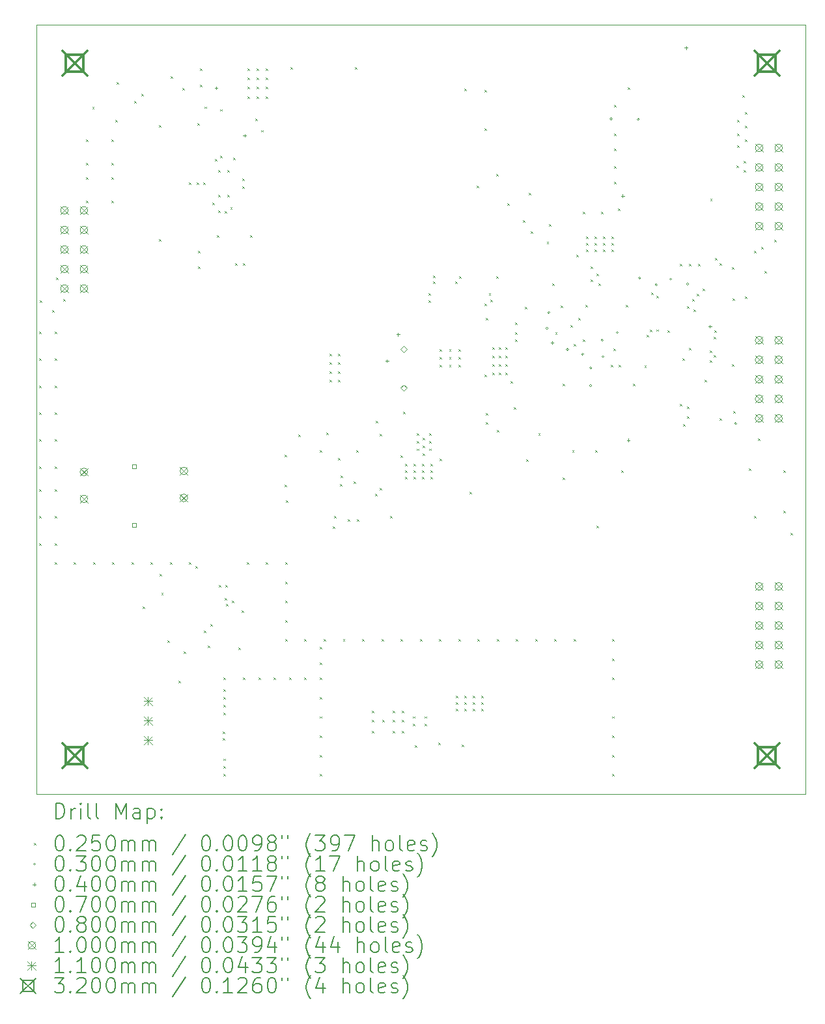
<source format=gbr>
%TF.GenerationSoftware,KiCad,Pcbnew,7.0.9*%
%TF.CreationDate,2023-12-09T13:15:19+01:00*%
%TF.ProjectId,EuroMeasure-IonGaugeController,4575726f-4d65-4617-9375-72652d496f6e,1.0.0*%
%TF.SameCoordinates,Original*%
%TF.FileFunction,Drillmap*%
%TF.FilePolarity,Positive*%
%FSLAX45Y45*%
G04 Gerber Fmt 4.5, Leading zero omitted, Abs format (unit mm)*
G04 Created by KiCad (PCBNEW 7.0.9) date 2023-12-09 13:15:19*
%MOMM*%
%LPD*%
G01*
G04 APERTURE LIST*
%ADD10C,0.100000*%
%ADD11C,0.200000*%
%ADD12C,0.110000*%
%ADD13C,0.320000*%
G04 APERTURE END LIST*
D10*
X10000000Y-5000000D02*
X20000000Y-5000000D01*
X20000000Y-15000000D01*
X10000000Y-15000000D01*
X10000000Y-5000000D01*
D11*
D10*
X10037500Y-8987500D02*
X10062500Y-9012500D01*
X10062500Y-8987500D02*
X10037500Y-9012500D01*
X10037500Y-9337500D02*
X10062500Y-9362500D01*
X10062500Y-9337500D02*
X10037500Y-9362500D01*
X10037500Y-9687500D02*
X10062500Y-9712500D01*
X10062500Y-9687500D02*
X10037500Y-9712500D01*
X10037500Y-10037500D02*
X10062500Y-10062500D01*
X10062500Y-10037500D02*
X10037500Y-10062500D01*
X10037500Y-10387500D02*
X10062500Y-10412500D01*
X10062500Y-10387500D02*
X10037500Y-10412500D01*
X10037500Y-10737500D02*
X10062500Y-10762500D01*
X10062500Y-10737500D02*
X10037500Y-10762500D01*
X10037500Y-11037500D02*
X10062500Y-11062500D01*
X10062500Y-11037500D02*
X10037500Y-11062500D01*
X10037500Y-11387500D02*
X10062500Y-11412500D01*
X10062500Y-11387500D02*
X10037500Y-11412500D01*
X10037500Y-11737500D02*
X10062500Y-11762500D01*
X10062500Y-11737500D02*
X10037500Y-11762500D01*
X10047500Y-8577500D02*
X10072500Y-8602500D01*
X10072500Y-8577500D02*
X10047500Y-8602500D01*
X10207500Y-8707500D02*
X10232500Y-8732500D01*
X10232500Y-8707500D02*
X10207500Y-8732500D01*
X10237500Y-8987500D02*
X10262500Y-9012500D01*
X10262500Y-8987500D02*
X10237500Y-9012500D01*
X10237500Y-9337500D02*
X10262500Y-9362500D01*
X10262500Y-9337500D02*
X10237500Y-9362500D01*
X10237500Y-9687500D02*
X10262500Y-9712500D01*
X10262500Y-9687500D02*
X10237500Y-9712500D01*
X10237500Y-10037500D02*
X10262500Y-10062500D01*
X10262500Y-10037500D02*
X10237500Y-10062500D01*
X10237500Y-10387500D02*
X10262500Y-10412500D01*
X10262500Y-10387500D02*
X10237500Y-10412500D01*
X10237500Y-10737500D02*
X10262500Y-10762500D01*
X10262500Y-10737500D02*
X10237500Y-10762500D01*
X10237500Y-11037500D02*
X10262500Y-11062500D01*
X10262500Y-11037500D02*
X10237500Y-11062500D01*
X10237500Y-11387500D02*
X10262500Y-11412500D01*
X10262500Y-11387500D02*
X10237500Y-11412500D01*
X10237500Y-11737500D02*
X10262500Y-11762500D01*
X10262500Y-11737500D02*
X10237500Y-11762500D01*
X10237500Y-11987500D02*
X10262500Y-12012500D01*
X10262500Y-11987500D02*
X10237500Y-12012500D01*
X10257500Y-8287500D02*
X10282500Y-8312500D01*
X10282500Y-8287500D02*
X10257500Y-8312500D01*
X10347500Y-8567500D02*
X10372500Y-8592500D01*
X10372500Y-8567500D02*
X10347500Y-8592500D01*
X10487500Y-11987500D02*
X10512500Y-12012500D01*
X10512500Y-11987500D02*
X10487500Y-12012500D01*
X10647500Y-6487500D02*
X10672500Y-6512500D01*
X10672500Y-6487500D02*
X10647500Y-6512500D01*
X10647500Y-6797500D02*
X10672500Y-6822500D01*
X10672500Y-6797500D02*
X10647500Y-6822500D01*
X10647500Y-6977500D02*
X10672500Y-7002500D01*
X10672500Y-6977500D02*
X10647500Y-7002500D01*
X10647500Y-7287500D02*
X10672500Y-7312500D01*
X10672500Y-7287500D02*
X10647500Y-7312500D01*
X10727500Y-6067500D02*
X10752500Y-6092500D01*
X10752500Y-6067500D02*
X10727500Y-6092500D01*
X10737500Y-11987500D02*
X10762500Y-12012500D01*
X10762500Y-11987500D02*
X10737500Y-12012500D01*
X10977500Y-6487500D02*
X11002500Y-6512500D01*
X11002500Y-6487500D02*
X10977500Y-6512500D01*
X10977500Y-6797500D02*
X11002500Y-6822500D01*
X11002500Y-6797500D02*
X10977500Y-6822500D01*
X10977500Y-6977500D02*
X11002500Y-7002500D01*
X11002500Y-6977500D02*
X10977500Y-7002500D01*
X10977500Y-7287500D02*
X11002500Y-7312500D01*
X11002500Y-7287500D02*
X10977500Y-7312500D01*
X10987500Y-11987500D02*
X11012500Y-12012500D01*
X11012500Y-11987500D02*
X10987500Y-12012500D01*
X11027500Y-6237500D02*
X11052500Y-6262500D01*
X11052500Y-6237500D02*
X11027500Y-6262500D01*
X11047500Y-5747500D02*
X11072500Y-5772500D01*
X11072500Y-5747500D02*
X11047500Y-5772500D01*
X11237500Y-11987500D02*
X11262500Y-12012500D01*
X11262500Y-11987500D02*
X11237500Y-12012500D01*
X11277500Y-5987500D02*
X11302500Y-6012500D01*
X11302500Y-5987500D02*
X11277500Y-6012500D01*
X11367500Y-5897500D02*
X11392500Y-5922500D01*
X11392500Y-5897500D02*
X11367500Y-5922500D01*
X11387500Y-12557500D02*
X11412500Y-12582500D01*
X11412500Y-12557500D02*
X11387500Y-12582500D01*
X11487500Y-11987500D02*
X11512500Y-12012500D01*
X11512500Y-11987500D02*
X11487500Y-12012500D01*
X11597500Y-6307500D02*
X11622500Y-6332500D01*
X11622500Y-6307500D02*
X11597500Y-6332500D01*
X11597500Y-7787500D02*
X11622500Y-7812500D01*
X11622500Y-7787500D02*
X11597500Y-7812500D01*
X11607500Y-12137500D02*
X11632500Y-12162500D01*
X11632500Y-12137500D02*
X11607500Y-12162500D01*
X11625000Y-12380000D02*
X11650000Y-12405000D01*
X11650000Y-12380000D02*
X11625000Y-12405000D01*
X11707500Y-12997500D02*
X11732500Y-13022500D01*
X11732500Y-12997500D02*
X11707500Y-13022500D01*
X11737500Y-11987500D02*
X11762500Y-12012500D01*
X11762500Y-11987500D02*
X11737500Y-12012500D01*
X11747500Y-5667500D02*
X11772500Y-5692500D01*
X11772500Y-5667500D02*
X11747500Y-5692500D01*
X11847500Y-13527500D02*
X11872500Y-13552500D01*
X11872500Y-13527500D02*
X11847500Y-13552500D01*
X11897500Y-5817500D02*
X11922500Y-5842500D01*
X11922500Y-5817500D02*
X11897500Y-5842500D01*
X11917500Y-13147500D02*
X11942500Y-13172500D01*
X11942500Y-13147500D02*
X11917500Y-13172500D01*
X11987500Y-7047500D02*
X12012500Y-7072500D01*
X12012500Y-7047500D02*
X11987500Y-7072500D01*
X11987500Y-11987500D02*
X12012500Y-12012500D01*
X12012500Y-11987500D02*
X11987500Y-12012500D01*
X12067500Y-12037500D02*
X12092500Y-12062500D01*
X12092500Y-12037500D02*
X12067500Y-12062500D01*
X12087500Y-7047500D02*
X12112500Y-7072500D01*
X12112500Y-7047500D02*
X12087500Y-7072500D01*
X12092263Y-6278513D02*
X12117263Y-6303513D01*
X12117263Y-6278513D02*
X12092263Y-6303513D01*
X12107500Y-7937500D02*
X12132500Y-7962500D01*
X12132500Y-7937500D02*
X12107500Y-7962500D01*
X12107500Y-8137500D02*
X12132500Y-8162500D01*
X12132500Y-8137500D02*
X12107500Y-8162500D01*
X12127500Y-5777500D02*
X12152500Y-5802500D01*
X12152500Y-5777500D02*
X12127500Y-5802500D01*
X12127550Y-5567500D02*
X12152550Y-5592500D01*
X12152550Y-5567500D02*
X12127550Y-5592500D01*
X12173686Y-7047482D02*
X12198686Y-7072482D01*
X12198686Y-7047482D02*
X12173686Y-7072482D01*
X12177500Y-12877500D02*
X12202500Y-12902500D01*
X12202500Y-12877500D02*
X12177500Y-12902500D01*
X12187500Y-6062550D02*
X12212500Y-6087550D01*
X12212500Y-6062550D02*
X12187500Y-6087550D01*
X12227500Y-13067500D02*
X12252500Y-13092500D01*
X12252500Y-13067500D02*
X12227500Y-13092500D01*
X12267500Y-12787500D02*
X12292500Y-12812500D01*
X12292500Y-12787500D02*
X12267500Y-12812500D01*
X12287500Y-7307500D02*
X12312500Y-7332500D01*
X12312500Y-7307500D02*
X12287500Y-7332500D01*
X12319950Y-6747500D02*
X12344950Y-6772500D01*
X12344950Y-6747500D02*
X12319950Y-6772500D01*
X12352450Y-7737500D02*
X12377450Y-7762500D01*
X12377450Y-7737500D02*
X12352450Y-7762500D01*
X12364389Y-7414389D02*
X12389389Y-7439389D01*
X12389389Y-7414389D02*
X12364389Y-7439389D01*
X12367500Y-6887500D02*
X12392500Y-6912500D01*
X12392500Y-6887500D02*
X12367500Y-6912500D01*
X12367500Y-7207500D02*
X12392500Y-7232500D01*
X12392500Y-7207500D02*
X12367500Y-7232500D01*
X12377500Y-12277500D02*
X12402500Y-12302500D01*
X12402500Y-12277500D02*
X12377500Y-12302500D01*
X12387500Y-6096300D02*
X12412500Y-6121300D01*
X12412500Y-6096300D02*
X12387500Y-6121300D01*
X12392550Y-6700338D02*
X12417550Y-6725338D01*
X12417550Y-6700338D02*
X12392550Y-6725338D01*
X12427500Y-14187500D02*
X12452500Y-14212500D01*
X12452500Y-14187500D02*
X12427500Y-14212500D01*
X12427500Y-14267500D02*
X12452500Y-14292500D01*
X12452500Y-14267500D02*
X12427500Y-14292500D01*
X12437500Y-13487500D02*
X12462500Y-13512500D01*
X12462500Y-13487500D02*
X12437500Y-13512500D01*
X12437500Y-13637500D02*
X12462500Y-13662500D01*
X12462500Y-13637500D02*
X12437500Y-13662500D01*
X12437500Y-13737500D02*
X12462500Y-13762500D01*
X12462500Y-13737500D02*
X12437500Y-13762500D01*
X12437500Y-13837500D02*
X12462500Y-13862500D01*
X12462500Y-13837500D02*
X12437500Y-13862500D01*
X12437500Y-13937500D02*
X12462500Y-13962500D01*
X12462500Y-13937500D02*
X12437500Y-13962500D01*
X12437500Y-14537500D02*
X12462500Y-14562500D01*
X12462500Y-14537500D02*
X12437500Y-14562500D01*
X12437500Y-14637500D02*
X12462500Y-14662500D01*
X12462500Y-14637500D02*
X12437500Y-14662500D01*
X12437500Y-14737500D02*
X12462500Y-14762500D01*
X12462500Y-14737500D02*
X12437500Y-14762500D01*
X12447500Y-12447500D02*
X12472500Y-12472500D01*
X12472500Y-12447500D02*
X12447500Y-12472500D01*
X12452500Y-7418130D02*
X12477500Y-7443130D01*
X12477500Y-7418130D02*
X12452500Y-7443130D01*
X12457500Y-12277500D02*
X12482500Y-12302500D01*
X12482500Y-12277500D02*
X12457500Y-12302500D01*
X12467500Y-12527500D02*
X12492500Y-12552500D01*
X12492500Y-12527500D02*
X12467500Y-12552500D01*
X12487500Y-6887500D02*
X12512500Y-6912500D01*
X12512500Y-6887500D02*
X12487500Y-6912500D01*
X12487500Y-7207500D02*
X12512500Y-7232500D01*
X12512500Y-7207500D02*
X12487500Y-7232500D01*
X12522550Y-7367500D02*
X12547550Y-7392500D01*
X12547550Y-7367500D02*
X12522550Y-7392500D01*
X12547500Y-12487500D02*
X12572500Y-12512500D01*
X12572500Y-12487500D02*
X12547500Y-12512500D01*
X12562450Y-6730000D02*
X12587450Y-6755000D01*
X12587450Y-6730000D02*
X12562450Y-6755000D01*
X12587500Y-8097500D02*
X12612500Y-8122500D01*
X12612500Y-8097500D02*
X12587500Y-8122500D01*
X12627500Y-13097500D02*
X12652500Y-13122500D01*
X12652500Y-13097500D02*
X12627500Y-13122500D01*
X12667500Y-12607500D02*
X12692500Y-12632500D01*
X12692500Y-12607500D02*
X12667500Y-12632500D01*
X12677500Y-6997500D02*
X12702500Y-7022500D01*
X12702500Y-6997500D02*
X12677500Y-7022500D01*
X12677500Y-7097500D02*
X12702500Y-7122500D01*
X12702500Y-7097500D02*
X12677500Y-7122500D01*
X12687500Y-8097500D02*
X12712500Y-8122500D01*
X12712500Y-8097500D02*
X12687500Y-8122500D01*
X12687500Y-13487500D02*
X12712500Y-13512500D01*
X12712500Y-13487500D02*
X12687500Y-13512500D01*
X12737500Y-11987500D02*
X12762500Y-12012500D01*
X12762500Y-11987500D02*
X12737500Y-12012500D01*
X12747500Y-5567500D02*
X12772500Y-5592500D01*
X12772500Y-5567500D02*
X12747500Y-5592500D01*
X12747500Y-5687500D02*
X12772500Y-5712500D01*
X12772500Y-5687500D02*
X12747500Y-5712500D01*
X12747500Y-5807500D02*
X12772500Y-5832500D01*
X12772500Y-5807500D02*
X12747500Y-5832500D01*
X12747500Y-5927500D02*
X12772500Y-5952500D01*
X12772500Y-5927500D02*
X12747500Y-5952500D01*
X12777500Y-7737500D02*
X12802500Y-7762500D01*
X12802500Y-7737500D02*
X12777500Y-7762500D01*
X12847500Y-6217500D02*
X12872500Y-6242500D01*
X12872500Y-6217500D02*
X12847500Y-6242500D01*
X12867500Y-5567500D02*
X12892500Y-5592500D01*
X12892500Y-5567500D02*
X12867500Y-5592500D01*
X12867500Y-5687500D02*
X12892500Y-5712500D01*
X12892500Y-5687500D02*
X12867500Y-5712500D01*
X12867500Y-5807500D02*
X12892500Y-5832500D01*
X12892500Y-5807500D02*
X12867500Y-5832500D01*
X12867500Y-5927500D02*
X12892500Y-5952500D01*
X12892500Y-5927500D02*
X12867500Y-5952500D01*
X12887500Y-13487500D02*
X12912500Y-13512500D01*
X12912500Y-13487500D02*
X12887500Y-13512500D01*
X12927500Y-6367500D02*
X12952500Y-6392500D01*
X12952500Y-6367500D02*
X12927500Y-6392500D01*
X12987500Y-5567500D02*
X13012500Y-5592500D01*
X13012500Y-5567500D02*
X12987500Y-5592500D01*
X12987500Y-5687500D02*
X13012500Y-5712500D01*
X13012500Y-5687500D02*
X12987500Y-5712500D01*
X12987500Y-5807500D02*
X13012500Y-5832500D01*
X13012500Y-5807500D02*
X12987500Y-5832500D01*
X12987500Y-5927500D02*
X13012500Y-5952500D01*
X13012500Y-5927500D02*
X12987500Y-5952500D01*
X12987500Y-11987500D02*
X13012500Y-12012500D01*
X13012500Y-11987500D02*
X12987500Y-12012500D01*
X13087500Y-13487500D02*
X13112500Y-13512500D01*
X13112500Y-13487500D02*
X13087500Y-13512500D01*
X13227500Y-10587500D02*
X13252500Y-10612500D01*
X13252500Y-10587500D02*
X13227500Y-10612500D01*
X13227500Y-10977500D02*
X13252500Y-11002500D01*
X13252500Y-10977500D02*
X13227500Y-11002500D01*
X13237500Y-11987500D02*
X13262500Y-12012500D01*
X13262500Y-11987500D02*
X13237500Y-12012500D01*
X13237500Y-12237500D02*
X13262500Y-12262500D01*
X13262500Y-12237500D02*
X13237500Y-12262500D01*
X13237500Y-12487500D02*
X13262500Y-12512500D01*
X13262500Y-12487500D02*
X13237500Y-12512500D01*
X13237500Y-12737500D02*
X13262500Y-12762500D01*
X13262500Y-12737500D02*
X13237500Y-12762500D01*
X13237500Y-12987500D02*
X13262500Y-13012500D01*
X13262500Y-12987500D02*
X13237500Y-13012500D01*
X13247500Y-11177500D02*
X13272500Y-11202500D01*
X13272500Y-11177500D02*
X13247500Y-11202500D01*
X13287500Y-13487500D02*
X13312500Y-13512500D01*
X13312500Y-13487500D02*
X13287500Y-13512500D01*
X13307500Y-5547500D02*
X13332500Y-5572500D01*
X13332500Y-5547500D02*
X13307500Y-5572500D01*
X13407500Y-10327500D02*
X13432500Y-10352500D01*
X13432500Y-10327500D02*
X13407500Y-10352500D01*
X13487500Y-12987500D02*
X13512500Y-13012500D01*
X13512500Y-12987500D02*
X13487500Y-13012500D01*
X13487500Y-13487500D02*
X13512500Y-13512500D01*
X13512500Y-13487500D02*
X13487500Y-13512500D01*
X13687500Y-10527500D02*
X13712500Y-10552500D01*
X13712500Y-10527500D02*
X13687500Y-10552500D01*
X13687500Y-13087500D02*
X13712500Y-13112500D01*
X13712500Y-13087500D02*
X13687500Y-13112500D01*
X13687500Y-13287500D02*
X13712500Y-13312500D01*
X13712500Y-13287500D02*
X13687500Y-13312500D01*
X13687500Y-13487500D02*
X13712500Y-13512500D01*
X13712500Y-13487500D02*
X13687500Y-13512500D01*
X13687500Y-13737500D02*
X13712500Y-13762500D01*
X13712500Y-13737500D02*
X13687500Y-13762500D01*
X13687500Y-13987500D02*
X13712500Y-14012500D01*
X13712500Y-13987500D02*
X13687500Y-14012500D01*
X13687500Y-14237500D02*
X13712500Y-14262500D01*
X13712500Y-14237500D02*
X13687500Y-14262500D01*
X13687500Y-14487500D02*
X13712500Y-14512500D01*
X13712500Y-14487500D02*
X13687500Y-14512500D01*
X13687500Y-14737500D02*
X13712500Y-14762500D01*
X13712500Y-14737500D02*
X13687500Y-14762500D01*
X13737500Y-12987500D02*
X13762500Y-13012500D01*
X13762500Y-12987500D02*
X13737500Y-13012500D01*
X13767500Y-10297500D02*
X13792500Y-10322500D01*
X13792500Y-10297500D02*
X13767500Y-10322500D01*
X13817500Y-9277500D02*
X13842500Y-9302500D01*
X13842500Y-9277500D02*
X13817500Y-9302500D01*
X13817500Y-9387500D02*
X13842500Y-9412500D01*
X13842500Y-9387500D02*
X13817500Y-9412500D01*
X13817500Y-9507500D02*
X13842500Y-9532500D01*
X13842500Y-9507500D02*
X13817500Y-9532500D01*
X13817500Y-9617500D02*
X13842500Y-9642500D01*
X13842500Y-9617500D02*
X13817500Y-9642500D01*
X13857500Y-11517500D02*
X13882500Y-11542500D01*
X13882500Y-11517500D02*
X13857500Y-11542500D01*
X13873800Y-11387500D02*
X13898800Y-11412500D01*
X13898800Y-11387500D02*
X13873800Y-11412500D01*
X13927500Y-9277500D02*
X13952500Y-9302500D01*
X13952500Y-9277500D02*
X13927500Y-9302500D01*
X13927500Y-9387500D02*
X13952500Y-9412500D01*
X13952500Y-9387500D02*
X13927500Y-9412500D01*
X13927500Y-9507500D02*
X13952500Y-9532500D01*
X13952500Y-9507500D02*
X13927500Y-9532500D01*
X13927500Y-9617500D02*
X13952500Y-9642500D01*
X13952500Y-9617500D02*
X13927500Y-9642500D01*
X13927500Y-10627500D02*
X13952500Y-10652500D01*
X13952500Y-10627500D02*
X13927500Y-10652500D01*
X13947500Y-10967500D02*
X13972500Y-10992500D01*
X13972500Y-10967500D02*
X13947500Y-10992500D01*
X13957500Y-10857500D02*
X13982500Y-10882500D01*
X13982500Y-10857500D02*
X13957500Y-10882500D01*
X13987500Y-12987500D02*
X14012500Y-13012500D01*
X14012500Y-12987500D02*
X13987500Y-13012500D01*
X14047500Y-11427500D02*
X14072500Y-11452500D01*
X14072500Y-11427500D02*
X14047500Y-11452500D01*
X14127500Y-10937500D02*
X14152500Y-10962500D01*
X14152500Y-10937500D02*
X14127500Y-10962500D01*
X14147500Y-5547500D02*
X14172500Y-5572500D01*
X14172500Y-5547500D02*
X14147500Y-5572500D01*
X14157500Y-10527500D02*
X14182500Y-10552500D01*
X14182500Y-10527500D02*
X14157500Y-10552500D01*
X14167500Y-11427500D02*
X14192500Y-11452500D01*
X14192500Y-11427500D02*
X14167500Y-11452500D01*
X14237500Y-12987500D02*
X14262500Y-13012500D01*
X14262500Y-12987500D02*
X14237500Y-13012500D01*
X14367500Y-13917500D02*
X14392500Y-13942500D01*
X14392500Y-13917500D02*
X14367500Y-13942500D01*
X14367500Y-14037500D02*
X14392500Y-14062500D01*
X14392500Y-14037500D02*
X14367500Y-14062500D01*
X14367500Y-14177500D02*
X14392500Y-14202500D01*
X14392500Y-14177500D02*
X14367500Y-14202500D01*
X14402500Y-11097831D02*
X14427500Y-11122831D01*
X14427500Y-11097831D02*
X14402500Y-11122831D01*
X14417500Y-10147500D02*
X14442500Y-10172500D01*
X14442500Y-10147500D02*
X14417500Y-10172500D01*
X14467500Y-10317500D02*
X14492500Y-10342500D01*
X14492500Y-10317500D02*
X14467500Y-10342500D01*
X14467500Y-11017500D02*
X14492500Y-11042500D01*
X14492500Y-11017500D02*
X14467500Y-11042500D01*
X14487500Y-12987500D02*
X14512500Y-13012500D01*
X14512500Y-12987500D02*
X14487500Y-13012500D01*
X14497500Y-14037500D02*
X14522500Y-14062500D01*
X14522500Y-14037500D02*
X14497500Y-14062500D01*
X14597500Y-11387500D02*
X14622500Y-11412500D01*
X14622500Y-11387500D02*
X14597500Y-11412500D01*
X14637500Y-13917500D02*
X14662500Y-13942500D01*
X14662500Y-13917500D02*
X14637500Y-13942500D01*
X14637500Y-14037500D02*
X14662500Y-14062500D01*
X14662500Y-14037500D02*
X14637500Y-14062500D01*
X14637500Y-14177500D02*
X14662500Y-14202500D01*
X14662500Y-14177500D02*
X14637500Y-14202500D01*
X14737500Y-10597500D02*
X14762500Y-10622500D01*
X14762500Y-10597500D02*
X14737500Y-10622500D01*
X14737500Y-12987500D02*
X14762500Y-13012500D01*
X14762500Y-12987500D02*
X14737500Y-13012500D01*
X14757500Y-13917500D02*
X14782500Y-13942500D01*
X14782500Y-13917500D02*
X14757500Y-13942500D01*
X14757500Y-14037500D02*
X14782500Y-14062500D01*
X14782500Y-14037500D02*
X14757500Y-14062500D01*
X14757500Y-14177500D02*
X14782500Y-14202500D01*
X14782500Y-14177500D02*
X14757500Y-14202500D01*
X14767500Y-10027500D02*
X14792500Y-10052500D01*
X14792500Y-10027500D02*
X14767500Y-10052500D01*
X14792500Y-10707500D02*
X14817500Y-10732500D01*
X14817500Y-10707500D02*
X14792500Y-10732500D01*
X14792500Y-10792500D02*
X14817500Y-10817500D01*
X14817500Y-10792500D02*
X14792500Y-10817500D01*
X14792500Y-10877500D02*
X14817500Y-10902500D01*
X14817500Y-10877500D02*
X14792500Y-10902500D01*
X14897500Y-13987500D02*
X14922500Y-14012500D01*
X14922500Y-13987500D02*
X14897500Y-14012500D01*
X14897500Y-14087500D02*
X14922500Y-14112500D01*
X14922500Y-14087500D02*
X14897500Y-14112500D01*
X14902500Y-10707500D02*
X14927500Y-10732500D01*
X14927500Y-10707500D02*
X14902500Y-10732500D01*
X14902500Y-10792500D02*
X14927500Y-10817500D01*
X14927500Y-10792500D02*
X14902500Y-10817500D01*
X14902500Y-10877500D02*
X14927500Y-10902500D01*
X14927500Y-10877500D02*
X14902500Y-10902500D01*
X14922500Y-14367500D02*
X14947500Y-14392500D01*
X14947500Y-14367500D02*
X14922500Y-14392500D01*
X14947500Y-10307500D02*
X14972500Y-10332500D01*
X14972500Y-10307500D02*
X14947500Y-10332500D01*
X14947500Y-10407500D02*
X14972500Y-10432500D01*
X14972500Y-10407500D02*
X14947500Y-10432500D01*
X14947500Y-10507500D02*
X14972500Y-10532500D01*
X14972500Y-10507500D02*
X14947500Y-10532500D01*
X14987500Y-12987500D02*
X15012500Y-13012500D01*
X15012500Y-12987500D02*
X14987500Y-13012500D01*
X15012500Y-10707500D02*
X15037500Y-10732500D01*
X15037500Y-10707500D02*
X15012500Y-10732500D01*
X15012500Y-10792500D02*
X15037500Y-10817500D01*
X15037500Y-10792500D02*
X15012500Y-10817500D01*
X15012500Y-10877500D02*
X15037500Y-10902500D01*
X15037500Y-10877500D02*
X15012500Y-10902500D01*
X15027500Y-10367500D02*
X15052500Y-10392500D01*
X15052500Y-10367500D02*
X15027500Y-10392500D01*
X15027500Y-10467500D02*
X15052500Y-10492500D01*
X15052500Y-10467500D02*
X15027500Y-10492500D01*
X15027500Y-10567500D02*
X15052500Y-10592500D01*
X15052500Y-10567500D02*
X15027500Y-10592500D01*
X15047500Y-13987500D02*
X15072500Y-14012500D01*
X15072500Y-13987500D02*
X15047500Y-14012500D01*
X15047500Y-14087500D02*
X15072500Y-14112500D01*
X15072500Y-14087500D02*
X15047500Y-14112500D01*
X15097500Y-8487500D02*
X15122500Y-8512500D01*
X15122500Y-8487500D02*
X15097500Y-8512500D01*
X15097500Y-8577500D02*
X15122500Y-8602500D01*
X15122500Y-8577500D02*
X15097500Y-8602500D01*
X15107500Y-10307500D02*
X15132500Y-10332500D01*
X15132500Y-10307500D02*
X15107500Y-10332500D01*
X15107500Y-10407500D02*
X15132500Y-10432500D01*
X15132500Y-10407500D02*
X15107500Y-10432500D01*
X15107500Y-10507500D02*
X15132500Y-10532500D01*
X15132500Y-10507500D02*
X15107500Y-10532500D01*
X15122500Y-10707500D02*
X15147500Y-10732500D01*
X15147500Y-10707500D02*
X15122500Y-10732500D01*
X15122500Y-10792500D02*
X15147500Y-10817500D01*
X15147500Y-10792500D02*
X15122500Y-10817500D01*
X15122500Y-10877500D02*
X15147500Y-10902500D01*
X15147500Y-10877500D02*
X15122500Y-10902500D01*
X15155988Y-8337486D02*
X15180988Y-8362486D01*
X15180988Y-8337486D02*
X15155988Y-8362486D01*
X15157500Y-8257550D02*
X15182500Y-8282550D01*
X15182500Y-8257550D02*
X15157500Y-8282550D01*
X15230000Y-14330000D02*
X15255000Y-14355000D01*
X15255000Y-14330000D02*
X15230000Y-14355000D01*
X15237500Y-12987500D02*
X15262500Y-13012500D01*
X15262500Y-12987500D02*
X15237500Y-13012500D01*
X15247500Y-9217500D02*
X15272500Y-9242500D01*
X15272500Y-9217500D02*
X15247500Y-9242500D01*
X15247500Y-9317500D02*
X15272500Y-9342500D01*
X15272500Y-9317500D02*
X15247500Y-9342500D01*
X15247500Y-9417500D02*
X15272500Y-9442500D01*
X15272500Y-9417500D02*
X15247500Y-9442500D01*
X15247500Y-10637500D02*
X15272500Y-10662500D01*
X15272500Y-10637500D02*
X15247500Y-10662500D01*
X15367500Y-9217500D02*
X15392500Y-9242500D01*
X15392500Y-9217500D02*
X15367500Y-9242500D01*
X15367500Y-9317500D02*
X15392500Y-9342500D01*
X15392500Y-9317500D02*
X15367500Y-9342500D01*
X15367500Y-9417500D02*
X15392500Y-9442500D01*
X15392500Y-9417500D02*
X15367500Y-9442500D01*
X15446317Y-8337450D02*
X15471317Y-8362450D01*
X15471317Y-8337450D02*
X15446317Y-8362450D01*
X15457500Y-13722500D02*
X15482500Y-13747500D01*
X15482500Y-13722500D02*
X15457500Y-13747500D01*
X15457500Y-13807500D02*
X15482500Y-13832500D01*
X15482500Y-13807500D02*
X15457500Y-13832500D01*
X15457500Y-13892500D02*
X15482500Y-13917500D01*
X15482500Y-13892500D02*
X15457500Y-13917500D01*
X15487500Y-9217500D02*
X15512500Y-9242500D01*
X15512500Y-9217500D02*
X15487500Y-9242500D01*
X15487500Y-9317500D02*
X15512500Y-9342500D01*
X15512500Y-9317500D02*
X15487500Y-9342500D01*
X15487500Y-9417500D02*
X15512500Y-9442500D01*
X15512500Y-9417500D02*
X15487500Y-9442500D01*
X15487500Y-12987500D02*
X15512500Y-13012500D01*
X15512500Y-12987500D02*
X15487500Y-13012500D01*
X15497500Y-8267500D02*
X15522500Y-8292500D01*
X15522500Y-8267500D02*
X15497500Y-8292500D01*
X15532500Y-14357500D02*
X15557500Y-14382500D01*
X15557500Y-14357500D02*
X15532500Y-14382500D01*
X15567500Y-5827500D02*
X15592500Y-5852500D01*
X15592500Y-5827500D02*
X15567500Y-5852500D01*
X15567500Y-13722500D02*
X15592500Y-13747500D01*
X15592500Y-13722500D02*
X15567500Y-13747500D01*
X15567500Y-13807500D02*
X15592500Y-13832500D01*
X15592500Y-13807500D02*
X15567500Y-13832500D01*
X15567500Y-13892500D02*
X15592500Y-13917500D01*
X15592500Y-13892500D02*
X15567500Y-13917500D01*
X15637500Y-11067500D02*
X15662500Y-11092500D01*
X15662500Y-11067500D02*
X15637500Y-11092500D01*
X15677500Y-13722500D02*
X15702500Y-13747500D01*
X15702500Y-13722500D02*
X15677500Y-13747500D01*
X15677500Y-13807500D02*
X15702500Y-13832500D01*
X15702500Y-13807500D02*
X15677500Y-13832500D01*
X15677500Y-13892500D02*
X15702500Y-13917500D01*
X15702500Y-13892500D02*
X15677500Y-13917500D01*
X15727500Y-7087500D02*
X15752500Y-7112500D01*
X15752500Y-7087500D02*
X15727500Y-7112500D01*
X15737500Y-12987500D02*
X15762500Y-13012500D01*
X15762500Y-12987500D02*
X15737500Y-13012500D01*
X15787500Y-13722500D02*
X15812500Y-13747500D01*
X15812500Y-13722500D02*
X15787500Y-13747500D01*
X15787500Y-13807500D02*
X15812500Y-13832500D01*
X15812500Y-13807500D02*
X15787500Y-13832500D01*
X15787500Y-13892500D02*
X15812500Y-13917500D01*
X15812500Y-13892500D02*
X15787500Y-13917500D01*
X15827500Y-5847500D02*
X15852500Y-5872500D01*
X15852500Y-5847500D02*
X15827500Y-5872500D01*
X15827500Y-6347500D02*
X15852500Y-6372500D01*
X15852500Y-6347500D02*
X15827500Y-6372500D01*
X15827500Y-8627500D02*
X15852500Y-8652500D01*
X15852500Y-8627500D02*
X15827500Y-8652500D01*
X15827500Y-9547500D02*
X15852500Y-9572500D01*
X15852500Y-9547500D02*
X15827500Y-9572500D01*
X15847500Y-8807500D02*
X15872500Y-8832500D01*
X15872500Y-8807500D02*
X15847500Y-8832500D01*
X15847500Y-10047500D02*
X15872500Y-10072500D01*
X15872500Y-10047500D02*
X15847500Y-10072500D01*
X15847500Y-10167500D02*
X15872500Y-10192500D01*
X15872500Y-10167500D02*
X15847500Y-10192500D01*
X15883892Y-8487669D02*
X15908892Y-8512669D01*
X15908892Y-8487669D02*
X15883892Y-8512669D01*
X15902500Y-8575000D02*
X15927500Y-8600000D01*
X15927500Y-8575000D02*
X15902500Y-8600000D01*
X15927500Y-9187500D02*
X15952500Y-9212500D01*
X15952500Y-9187500D02*
X15927500Y-9212500D01*
X15927500Y-9297500D02*
X15952500Y-9322500D01*
X15952500Y-9297500D02*
X15927500Y-9322500D01*
X15927500Y-9407500D02*
X15952500Y-9432500D01*
X15952500Y-9407500D02*
X15927500Y-9432500D01*
X15927500Y-9517500D02*
X15952500Y-9542500D01*
X15952500Y-9517500D02*
X15927500Y-9542500D01*
X15977500Y-6937500D02*
X16002500Y-6962500D01*
X16002500Y-6937500D02*
X15977500Y-6962500D01*
X15977500Y-8267500D02*
X16002500Y-8292500D01*
X16002500Y-8267500D02*
X15977500Y-8292500D01*
X15987500Y-10267500D02*
X16012500Y-10292500D01*
X16012500Y-10267500D02*
X15987500Y-10292500D01*
X15987500Y-12987500D02*
X16012500Y-13012500D01*
X16012500Y-12987500D02*
X15987500Y-13012500D01*
X16012500Y-9187500D02*
X16037500Y-9212500D01*
X16037500Y-9187500D02*
X16012500Y-9212500D01*
X16012500Y-9297500D02*
X16037500Y-9322500D01*
X16037500Y-9297500D02*
X16012500Y-9322500D01*
X16012500Y-9407500D02*
X16037500Y-9432500D01*
X16037500Y-9407500D02*
X16012500Y-9432500D01*
X16012500Y-9517500D02*
X16037500Y-9542500D01*
X16037500Y-9517500D02*
X16012500Y-9542500D01*
X16097500Y-9187500D02*
X16122500Y-9212500D01*
X16122500Y-9187500D02*
X16097500Y-9212500D01*
X16097500Y-9297500D02*
X16122500Y-9322500D01*
X16122500Y-9297500D02*
X16097500Y-9322500D01*
X16097500Y-9407500D02*
X16122500Y-9432500D01*
X16122500Y-9407500D02*
X16097500Y-9432500D01*
X16097500Y-9517500D02*
X16122500Y-9542500D01*
X16122500Y-9517500D02*
X16097500Y-9542500D01*
X16127500Y-7317500D02*
X16152500Y-7342500D01*
X16152500Y-7317500D02*
X16127500Y-7342500D01*
X16167500Y-9627500D02*
X16192500Y-9652500D01*
X16192500Y-9627500D02*
X16167500Y-9652500D01*
X16207500Y-9967500D02*
X16232500Y-9992500D01*
X16232500Y-9967500D02*
X16207500Y-9992500D01*
X16227550Y-8867500D02*
X16252550Y-8892500D01*
X16252550Y-8867500D02*
X16227550Y-8892500D01*
X16227550Y-8997500D02*
X16252550Y-9022500D01*
X16252550Y-8997500D02*
X16227550Y-9022500D01*
X16227550Y-9087500D02*
X16252550Y-9112500D01*
X16252550Y-9087500D02*
X16227550Y-9112500D01*
X16237500Y-12987500D02*
X16262500Y-13012500D01*
X16262500Y-12987500D02*
X16237500Y-13012500D01*
X16327500Y-7537500D02*
X16352500Y-7562500D01*
X16352500Y-7537500D02*
X16327500Y-7562500D01*
X16357550Y-8665000D02*
X16382550Y-8690000D01*
X16382550Y-8665000D02*
X16357550Y-8690000D01*
X16367500Y-10647500D02*
X16392500Y-10672500D01*
X16392500Y-10647500D02*
X16367500Y-10672500D01*
X16407500Y-7187500D02*
X16432500Y-7212500D01*
X16432500Y-7187500D02*
X16407500Y-7212500D01*
X16427500Y-7687500D02*
X16452500Y-7712500D01*
X16452500Y-7687500D02*
X16427500Y-7712500D01*
X16487500Y-12987500D02*
X16512500Y-13012500D01*
X16512500Y-12987500D02*
X16487500Y-13012500D01*
X16527500Y-10307500D02*
X16552500Y-10332500D01*
X16552500Y-10307500D02*
X16527500Y-10332500D01*
X16637500Y-7817500D02*
X16662500Y-7842500D01*
X16662500Y-7817500D02*
X16637500Y-7842500D01*
X16667500Y-7587500D02*
X16692500Y-7612500D01*
X16692500Y-7587500D02*
X16667500Y-7612500D01*
X16712500Y-8362500D02*
X16737500Y-8387500D01*
X16737500Y-8362500D02*
X16712500Y-8387500D01*
X16737500Y-12987500D02*
X16762500Y-13012500D01*
X16762500Y-12987500D02*
X16737500Y-13012500D01*
X16747500Y-8997500D02*
X16772500Y-9022500D01*
X16772500Y-8997500D02*
X16747500Y-9022500D01*
X16822500Y-8652500D02*
X16847500Y-8677500D01*
X16847500Y-8652500D02*
X16822500Y-8677500D01*
X16847500Y-9667500D02*
X16872500Y-9692500D01*
X16872500Y-9667500D02*
X16847500Y-9692500D01*
X16847500Y-10887500D02*
X16872500Y-10912500D01*
X16872500Y-10887500D02*
X16847500Y-10912500D01*
X16947500Y-8902500D02*
X16972500Y-8927500D01*
X16972500Y-8902500D02*
X16947500Y-8927500D01*
X16967500Y-10527500D02*
X16992500Y-10552500D01*
X16992500Y-10527500D02*
X16967500Y-10552500D01*
X16987500Y-9152500D02*
X17012500Y-9177500D01*
X17012500Y-9152500D02*
X16987500Y-9177500D01*
X16987500Y-12987500D02*
X17012500Y-13012500D01*
X17012500Y-12987500D02*
X16987500Y-13012500D01*
X17020000Y-7992450D02*
X17045000Y-8017450D01*
X17045000Y-7992450D02*
X17020000Y-8017450D01*
X17047500Y-8807500D02*
X17072500Y-8832500D01*
X17072500Y-8807500D02*
X17047500Y-8832500D01*
X17107500Y-7427500D02*
X17132500Y-7452500D01*
X17132500Y-7427500D02*
X17107500Y-7452500D01*
X17107500Y-9087500D02*
X17132500Y-9112500D01*
X17132500Y-9087500D02*
X17107500Y-9112500D01*
X17137656Y-8637733D02*
X17162656Y-8662733D01*
X17162656Y-8637733D02*
X17137656Y-8662733D01*
X17152500Y-7752500D02*
X17177500Y-7777500D01*
X17177500Y-7752500D02*
X17152500Y-7777500D01*
X17152500Y-7837500D02*
X17177500Y-7862500D01*
X17177500Y-7837500D02*
X17152500Y-7862500D01*
X17152500Y-7922500D02*
X17177500Y-7947500D01*
X17177500Y-7922500D02*
X17152500Y-7947500D01*
X17212500Y-8137500D02*
X17237500Y-8162500D01*
X17237500Y-8137500D02*
X17212500Y-8162500D01*
X17212500Y-8312500D02*
X17237500Y-8337500D01*
X17237500Y-8312500D02*
X17212500Y-8337500D01*
X17262500Y-7752500D02*
X17287500Y-7777500D01*
X17287500Y-7752500D02*
X17262500Y-7777500D01*
X17262500Y-7837500D02*
X17287500Y-7862500D01*
X17287500Y-7837500D02*
X17262500Y-7862500D01*
X17262500Y-7922500D02*
X17287500Y-7947500D01*
X17287500Y-7922500D02*
X17262500Y-7947500D01*
X17267500Y-10527500D02*
X17292500Y-10552500D01*
X17292500Y-10527500D02*
X17267500Y-10552500D01*
X17287500Y-8237500D02*
X17312500Y-8262500D01*
X17312500Y-8237500D02*
X17287500Y-8262500D01*
X17287500Y-11512500D02*
X17312500Y-11537500D01*
X17312500Y-11512500D02*
X17287500Y-11537500D01*
X17312500Y-8362500D02*
X17337500Y-8387500D01*
X17337500Y-8362500D02*
X17312500Y-8387500D01*
X17347500Y-7427500D02*
X17372500Y-7452500D01*
X17372500Y-7427500D02*
X17347500Y-7452500D01*
X17372500Y-7752500D02*
X17397500Y-7777500D01*
X17397500Y-7752500D02*
X17372500Y-7777500D01*
X17372500Y-7837500D02*
X17397500Y-7862500D01*
X17397500Y-7837500D02*
X17372500Y-7862500D01*
X17372500Y-7922500D02*
X17397500Y-7947500D01*
X17397500Y-7922500D02*
X17372500Y-7947500D01*
X17475250Y-9418000D02*
X17500250Y-9443000D01*
X17500250Y-9418000D02*
X17475250Y-9443000D01*
X17482500Y-7752500D02*
X17507500Y-7777500D01*
X17507500Y-7752500D02*
X17482500Y-7777500D01*
X17482500Y-7837500D02*
X17507500Y-7862500D01*
X17507500Y-7837500D02*
X17482500Y-7862500D01*
X17482500Y-7922500D02*
X17507500Y-7947500D01*
X17507500Y-7922500D02*
X17482500Y-7947500D01*
X17487500Y-12987500D02*
X17512500Y-13012500D01*
X17512500Y-12987500D02*
X17487500Y-13012500D01*
X17487500Y-13237500D02*
X17512500Y-13262500D01*
X17512500Y-13237500D02*
X17487500Y-13262500D01*
X17487500Y-13487500D02*
X17512500Y-13512500D01*
X17512500Y-13487500D02*
X17487500Y-13512500D01*
X17487500Y-13987500D02*
X17512500Y-14012500D01*
X17512500Y-13987500D02*
X17487500Y-14012500D01*
X17487500Y-14237500D02*
X17512500Y-14262500D01*
X17512500Y-14237500D02*
X17487500Y-14262500D01*
X17487500Y-14487500D02*
X17512500Y-14512500D01*
X17512500Y-14487500D02*
X17487500Y-14512500D01*
X17487500Y-14737500D02*
X17512500Y-14762500D01*
X17512500Y-14737500D02*
X17487500Y-14762500D01*
X17507500Y-9208000D02*
X17532500Y-9233000D01*
X17532500Y-9208000D02*
X17507500Y-9233000D01*
X17512500Y-6037500D02*
X17537500Y-6062500D01*
X17537500Y-6037500D02*
X17512500Y-6062500D01*
X17512500Y-6412500D02*
X17537500Y-6437500D01*
X17537500Y-6412500D02*
X17512500Y-6437500D01*
X17512500Y-6612500D02*
X17537500Y-6637500D01*
X17537500Y-6612500D02*
X17512500Y-6637500D01*
X17512500Y-6837500D02*
X17537500Y-6862500D01*
X17537500Y-6837500D02*
X17512500Y-6862500D01*
X17512500Y-7037500D02*
X17537500Y-7062500D01*
X17537500Y-7037500D02*
X17512500Y-7062500D01*
X17562500Y-7387500D02*
X17587500Y-7412500D01*
X17587500Y-7387500D02*
X17562500Y-7412500D01*
X17574323Y-9417073D02*
X17599323Y-9442073D01*
X17599323Y-9417073D02*
X17574323Y-9442073D01*
X17607500Y-10787500D02*
X17632500Y-10812500D01*
X17632500Y-10787500D02*
X17607500Y-10812500D01*
X17662500Y-8637500D02*
X17687500Y-8662500D01*
X17687500Y-8637500D02*
X17662500Y-8662500D01*
X17687500Y-5812500D02*
X17712500Y-5837500D01*
X17712500Y-5812500D02*
X17687500Y-5837500D01*
X17762500Y-9662500D02*
X17787500Y-9687500D01*
X17787500Y-9662500D02*
X17762500Y-9687500D01*
X17907500Y-9427500D02*
X17932500Y-9452500D01*
X17932500Y-9427500D02*
X17907500Y-9452500D01*
X17936101Y-9031187D02*
X17961101Y-9056187D01*
X17961101Y-9031187D02*
X17936101Y-9056187D01*
X17979323Y-8963927D02*
X18004323Y-8988927D01*
X18004323Y-8963927D02*
X17979323Y-8988927D01*
X17997500Y-8482500D02*
X18022500Y-8507500D01*
X18022500Y-8482500D02*
X17997500Y-8507500D01*
X18065250Y-8958000D02*
X18090250Y-8983000D01*
X18090250Y-8958000D02*
X18065250Y-8983000D01*
X18067500Y-8522500D02*
X18092500Y-8547500D01*
X18092500Y-8522500D02*
X18067500Y-8547500D01*
X18207500Y-8967500D02*
X18232500Y-8992500D01*
X18232500Y-8967500D02*
X18207500Y-8992500D01*
X18367500Y-8107500D02*
X18392500Y-8132500D01*
X18392500Y-8107500D02*
X18367500Y-8132500D01*
X18367500Y-9927500D02*
X18392500Y-9952500D01*
X18392500Y-9927500D02*
X18367500Y-9952500D01*
X18401500Y-9333500D02*
X18426500Y-9358500D01*
X18426500Y-9333500D02*
X18401500Y-9358500D01*
X18407500Y-10187500D02*
X18432500Y-10212500D01*
X18432500Y-10187500D02*
X18407500Y-10212500D01*
X18462500Y-10087500D02*
X18487500Y-10112500D01*
X18487500Y-10087500D02*
X18462500Y-10112500D01*
X18465250Y-8658000D02*
X18490250Y-8683000D01*
X18490250Y-8658000D02*
X18465250Y-8683000D01*
X18465250Y-9958000D02*
X18490250Y-9983000D01*
X18490250Y-9958000D02*
X18465250Y-9983000D01*
X18487500Y-8107500D02*
X18512500Y-8132500D01*
X18512500Y-8107500D02*
X18487500Y-8132500D01*
X18487500Y-9198000D02*
X18512500Y-9223000D01*
X18512500Y-9198000D02*
X18487500Y-9223000D01*
X18526483Y-8567668D02*
X18551483Y-8592668D01*
X18551483Y-8567668D02*
X18526483Y-8592668D01*
X18545250Y-8698000D02*
X18570250Y-8723000D01*
X18570250Y-8698000D02*
X18545250Y-8723000D01*
X18590561Y-8494881D02*
X18615561Y-8519881D01*
X18615561Y-8494881D02*
X18590561Y-8519881D01*
X18607500Y-8107500D02*
X18632500Y-8132500D01*
X18632500Y-8107500D02*
X18607500Y-8132500D01*
X18667500Y-8427500D02*
X18692500Y-8452500D01*
X18692500Y-8427500D02*
X18667500Y-8452500D01*
X18687500Y-9612500D02*
X18712500Y-9637500D01*
X18712500Y-9612500D02*
X18687500Y-9637500D01*
X18760052Y-9230415D02*
X18785052Y-9255415D01*
X18785052Y-9230415D02*
X18760052Y-9255415D01*
X18760431Y-9362569D02*
X18785431Y-9387569D01*
X18785431Y-9362569D02*
X18760431Y-9387569D01*
X18762500Y-7257500D02*
X18787500Y-7282500D01*
X18787500Y-7257500D02*
X18762500Y-7282500D01*
X18805250Y-9296363D02*
X18830250Y-9321363D01*
X18830250Y-9296363D02*
X18805250Y-9321363D01*
X18811447Y-9053300D02*
X18836447Y-9078300D01*
X18836447Y-9053300D02*
X18811447Y-9078300D01*
X18815715Y-8969950D02*
X18840715Y-8994950D01*
X18840715Y-8969950D02*
X18815715Y-8994950D01*
X18827500Y-8027500D02*
X18852500Y-8052500D01*
X18852500Y-8027500D02*
X18827500Y-8052500D01*
X18882500Y-8102500D02*
X18907500Y-8127500D01*
X18907500Y-8102500D02*
X18882500Y-8127500D01*
X18887500Y-10112500D02*
X18912500Y-10137500D01*
X18912500Y-10112500D02*
X18887500Y-10137500D01*
X19047500Y-8147500D02*
X19072500Y-8172500D01*
X19072500Y-8147500D02*
X19047500Y-8172500D01*
X19047500Y-9407500D02*
X19072500Y-9432500D01*
X19072500Y-9407500D02*
X19047500Y-9432500D01*
X19055050Y-8557500D02*
X19080050Y-8582500D01*
X19080050Y-8557500D02*
X19055050Y-8582500D01*
X19065250Y-10018000D02*
X19090250Y-10043000D01*
X19090250Y-10018000D02*
X19065250Y-10043000D01*
X19102500Y-6832500D02*
X19127500Y-6857500D01*
X19127500Y-6832500D02*
X19102500Y-6857500D01*
X19112500Y-6237500D02*
X19137500Y-6262500D01*
X19137500Y-6237500D02*
X19112500Y-6262500D01*
X19112500Y-6412500D02*
X19137500Y-6437500D01*
X19137500Y-6412500D02*
X19112500Y-6437500D01*
X19112500Y-6562500D02*
X19137500Y-6587500D01*
X19137500Y-6562500D02*
X19112500Y-6587500D01*
X19185250Y-5918000D02*
X19210250Y-5943000D01*
X19210250Y-5918000D02*
X19185250Y-5943000D01*
X19202500Y-6767500D02*
X19227500Y-6792500D01*
X19227500Y-6767500D02*
X19202500Y-6792500D01*
X19202500Y-6887500D02*
X19227500Y-6912500D01*
X19227500Y-6887500D02*
X19202500Y-6912500D01*
X19212500Y-6137500D02*
X19237500Y-6162500D01*
X19237500Y-6137500D02*
X19212500Y-6162500D01*
X19212500Y-6312500D02*
X19237500Y-6337500D01*
X19237500Y-6312500D02*
X19212500Y-6337500D01*
X19212500Y-6487500D02*
X19237500Y-6512500D01*
X19237500Y-6487500D02*
X19212500Y-6512500D01*
X19217500Y-8527500D02*
X19242500Y-8552500D01*
X19242500Y-8527500D02*
X19217500Y-8552500D01*
X19262500Y-10762500D02*
X19287500Y-10787500D01*
X19287500Y-10762500D02*
X19262500Y-10787500D01*
X19332450Y-7937500D02*
X19357450Y-7962500D01*
X19357450Y-7937500D02*
X19332450Y-7962500D01*
X19337500Y-11387500D02*
X19362500Y-11412500D01*
X19362500Y-11387500D02*
X19337500Y-11412500D01*
X19385250Y-10378000D02*
X19410250Y-10403000D01*
X19410250Y-10378000D02*
X19385250Y-10403000D01*
X19427500Y-7887500D02*
X19452500Y-7912500D01*
X19452500Y-7887500D02*
X19427500Y-7912500D01*
X19472500Y-8197500D02*
X19497500Y-8222500D01*
X19497500Y-8197500D02*
X19472500Y-8222500D01*
X19592500Y-7792500D02*
X19617500Y-7817500D01*
X19617500Y-7792500D02*
X19592500Y-7817500D01*
X19712500Y-10787500D02*
X19737500Y-10812500D01*
X19737500Y-10787500D02*
X19712500Y-10812500D01*
X19712500Y-11312500D02*
X19737500Y-11337500D01*
X19737500Y-11312500D02*
X19712500Y-11337500D01*
X19807500Y-11607500D02*
X19832500Y-11632500D01*
X19832500Y-11607500D02*
X19807500Y-11632500D01*
X16655000Y-8945000D02*
G75*
G03*
X16655000Y-8945000I-15000J0D01*
G01*
X16680000Y-8740000D02*
G75*
G03*
X16680000Y-8740000I-15000J0D01*
G01*
X16730000Y-9135000D02*
G75*
G03*
X16730000Y-9135000I-15000J0D01*
G01*
X16925000Y-9220000D02*
G75*
G03*
X16925000Y-9220000I-15000J0D01*
G01*
X17120000Y-9280000D02*
G75*
G03*
X17120000Y-9280000I-15000J0D01*
G01*
X17225000Y-9460000D02*
G75*
G03*
X17225000Y-9460000I-15000J0D01*
G01*
X17225000Y-9690000D02*
G75*
G03*
X17225000Y-9690000I-15000J0D01*
G01*
X17375000Y-9100000D02*
G75*
G03*
X17375000Y-9100000I-15000J0D01*
G01*
X17385000Y-9315000D02*
G75*
G03*
X17385000Y-9315000I-15000J0D01*
G01*
X17490000Y-6225000D02*
G75*
G03*
X17490000Y-6225000I-15000J0D01*
G01*
X17570000Y-9000000D02*
G75*
G03*
X17570000Y-9000000I-15000J0D01*
G01*
X17845000Y-6230000D02*
G75*
G03*
X17845000Y-6230000I-15000J0D01*
G01*
X17860000Y-8290000D02*
G75*
G03*
X17860000Y-8290000I-15000J0D01*
G01*
X18075000Y-8380000D02*
G75*
G03*
X18075000Y-8380000I-15000J0D01*
G01*
X18265000Y-8305000D02*
G75*
G03*
X18265000Y-8305000I-15000J0D01*
G01*
X18485000Y-8370000D02*
G75*
G03*
X18485000Y-8370000I-15000J0D01*
G01*
X19110000Y-10185000D02*
G75*
G03*
X19110000Y-10185000I-15000J0D01*
G01*
X12340000Y-5800000D02*
X12340000Y-5840000D01*
X12320000Y-5820000D02*
X12360000Y-5820000D01*
X12710000Y-6420000D02*
X12710000Y-6460000D01*
X12690000Y-6440000D02*
X12730000Y-6440000D01*
X14560000Y-9348000D02*
X14560000Y-9388000D01*
X14540000Y-9368000D02*
X14580000Y-9368000D01*
X14705069Y-9002931D02*
X14705069Y-9042931D01*
X14685069Y-9022931D02*
X14725069Y-9022931D01*
X17625000Y-7205000D02*
X17625000Y-7245000D01*
X17605000Y-7225000D02*
X17645000Y-7225000D01*
X17700000Y-10380000D02*
X17700000Y-10420000D01*
X17680000Y-10400000D02*
X17720000Y-10400000D01*
X18450000Y-5280000D02*
X18450000Y-5320000D01*
X18430000Y-5300000D02*
X18470000Y-5300000D01*
X18760000Y-8900000D02*
X18760000Y-8940000D01*
X18740000Y-8920000D02*
X18780000Y-8920000D01*
X11294749Y-10762749D02*
X11294749Y-10713251D01*
X11245251Y-10713251D01*
X11245251Y-10762749D01*
X11294749Y-10762749D01*
X11294749Y-11524749D02*
X11294749Y-11475251D01*
X11245251Y-11475251D01*
X11245251Y-11524749D01*
X11294749Y-11524749D01*
X14780000Y-9258000D02*
X14820000Y-9218000D01*
X14780000Y-9178000D01*
X14740000Y-9218000D01*
X14780000Y-9258000D01*
X14780000Y-9758000D02*
X14820000Y-9718000D01*
X14780000Y-9678000D01*
X14740000Y-9718000D01*
X14780000Y-9758000D01*
X10316000Y-7362000D02*
X10416000Y-7462000D01*
X10416000Y-7362000D02*
X10316000Y-7462000D01*
X10416000Y-7412000D02*
G75*
G03*
X10416000Y-7412000I-50000J0D01*
G01*
X10316000Y-7616000D02*
X10416000Y-7716000D01*
X10416000Y-7616000D02*
X10316000Y-7716000D01*
X10416000Y-7666000D02*
G75*
G03*
X10416000Y-7666000I-50000J0D01*
G01*
X10316000Y-7870000D02*
X10416000Y-7970000D01*
X10416000Y-7870000D02*
X10316000Y-7970000D01*
X10416000Y-7920000D02*
G75*
G03*
X10416000Y-7920000I-50000J0D01*
G01*
X10316000Y-8124000D02*
X10416000Y-8224000D01*
X10416000Y-8124000D02*
X10316000Y-8224000D01*
X10416000Y-8174000D02*
G75*
G03*
X10416000Y-8174000I-50000J0D01*
G01*
X10316000Y-8378000D02*
X10416000Y-8478000D01*
X10416000Y-8378000D02*
X10316000Y-8478000D01*
X10416000Y-8428000D02*
G75*
G03*
X10416000Y-8428000I-50000J0D01*
G01*
X10570000Y-7362000D02*
X10670000Y-7462000D01*
X10670000Y-7362000D02*
X10570000Y-7462000D01*
X10670000Y-7412000D02*
G75*
G03*
X10670000Y-7412000I-50000J0D01*
G01*
X10570000Y-7616000D02*
X10670000Y-7716000D01*
X10670000Y-7616000D02*
X10570000Y-7716000D01*
X10670000Y-7666000D02*
G75*
G03*
X10670000Y-7666000I-50000J0D01*
G01*
X10570000Y-7870000D02*
X10670000Y-7970000D01*
X10670000Y-7870000D02*
X10570000Y-7970000D01*
X10670000Y-7920000D02*
G75*
G03*
X10670000Y-7920000I-50000J0D01*
G01*
X10570000Y-8124000D02*
X10670000Y-8224000D01*
X10670000Y-8124000D02*
X10570000Y-8224000D01*
X10670000Y-8174000D02*
G75*
G03*
X10670000Y-8174000I-50000J0D01*
G01*
X10570000Y-8378000D02*
X10670000Y-8478000D01*
X10670000Y-8378000D02*
X10570000Y-8478000D01*
X10670000Y-8428000D02*
G75*
G03*
X10670000Y-8428000I-50000J0D01*
G01*
X10570000Y-10761768D02*
X10670000Y-10861768D01*
X10670000Y-10761768D02*
X10570000Y-10861768D01*
X10670000Y-10811768D02*
G75*
G03*
X10670000Y-10811768I-50000J0D01*
G01*
X10570000Y-11111768D02*
X10670000Y-11211768D01*
X10670000Y-11111768D02*
X10570000Y-11211768D01*
X10670000Y-11161768D02*
G75*
G03*
X10670000Y-11161768I-50000J0D01*
G01*
X11870000Y-10750000D02*
X11970000Y-10850000D01*
X11970000Y-10750000D02*
X11870000Y-10850000D01*
X11970000Y-10800000D02*
G75*
G03*
X11970000Y-10800000I-50000J0D01*
G01*
X11870000Y-11100000D02*
X11970000Y-11200000D01*
X11970000Y-11100000D02*
X11870000Y-11200000D01*
X11970000Y-11150000D02*
G75*
G03*
X11970000Y-11150000I-50000J0D01*
G01*
X19350000Y-6550000D02*
X19450000Y-6650000D01*
X19450000Y-6550000D02*
X19350000Y-6650000D01*
X19450000Y-6600000D02*
G75*
G03*
X19450000Y-6600000I-50000J0D01*
G01*
X19350000Y-6804000D02*
X19450000Y-6904000D01*
X19450000Y-6804000D02*
X19350000Y-6904000D01*
X19450000Y-6854000D02*
G75*
G03*
X19450000Y-6854000I-50000J0D01*
G01*
X19350000Y-7058000D02*
X19450000Y-7158000D01*
X19450000Y-7058000D02*
X19350000Y-7158000D01*
X19450000Y-7108000D02*
G75*
G03*
X19450000Y-7108000I-50000J0D01*
G01*
X19350000Y-7312000D02*
X19450000Y-7412000D01*
X19450000Y-7312000D02*
X19350000Y-7412000D01*
X19450000Y-7362000D02*
G75*
G03*
X19450000Y-7362000I-50000J0D01*
G01*
X19350000Y-7566000D02*
X19450000Y-7666000D01*
X19450000Y-7566000D02*
X19350000Y-7666000D01*
X19450000Y-7616000D02*
G75*
G03*
X19450000Y-7616000I-50000J0D01*
G01*
X19350000Y-9050000D02*
X19450000Y-9150000D01*
X19450000Y-9050000D02*
X19350000Y-9150000D01*
X19450000Y-9100000D02*
G75*
G03*
X19450000Y-9100000I-50000J0D01*
G01*
X19350000Y-9304000D02*
X19450000Y-9404000D01*
X19450000Y-9304000D02*
X19350000Y-9404000D01*
X19450000Y-9354000D02*
G75*
G03*
X19450000Y-9354000I-50000J0D01*
G01*
X19350000Y-9558000D02*
X19450000Y-9658000D01*
X19450000Y-9558000D02*
X19350000Y-9658000D01*
X19450000Y-9608000D02*
G75*
G03*
X19450000Y-9608000I-50000J0D01*
G01*
X19350000Y-9812000D02*
X19450000Y-9912000D01*
X19450000Y-9812000D02*
X19350000Y-9912000D01*
X19450000Y-9862000D02*
G75*
G03*
X19450000Y-9862000I-50000J0D01*
G01*
X19350000Y-10066000D02*
X19450000Y-10166000D01*
X19450000Y-10066000D02*
X19350000Y-10166000D01*
X19450000Y-10116000D02*
G75*
G03*
X19450000Y-10116000I-50000J0D01*
G01*
X19350000Y-12250000D02*
X19450000Y-12350000D01*
X19450000Y-12250000D02*
X19350000Y-12350000D01*
X19450000Y-12300000D02*
G75*
G03*
X19450000Y-12300000I-50000J0D01*
G01*
X19350000Y-12504000D02*
X19450000Y-12604000D01*
X19450000Y-12504000D02*
X19350000Y-12604000D01*
X19450000Y-12554000D02*
G75*
G03*
X19450000Y-12554000I-50000J0D01*
G01*
X19350000Y-12758000D02*
X19450000Y-12858000D01*
X19450000Y-12758000D02*
X19350000Y-12858000D01*
X19450000Y-12808000D02*
G75*
G03*
X19450000Y-12808000I-50000J0D01*
G01*
X19350000Y-13012000D02*
X19450000Y-13112000D01*
X19450000Y-13012000D02*
X19350000Y-13112000D01*
X19450000Y-13062000D02*
G75*
G03*
X19450000Y-13062000I-50000J0D01*
G01*
X19350000Y-13266000D02*
X19450000Y-13366000D01*
X19450000Y-13266000D02*
X19350000Y-13366000D01*
X19450000Y-13316000D02*
G75*
G03*
X19450000Y-13316000I-50000J0D01*
G01*
X19604000Y-6550000D02*
X19704000Y-6650000D01*
X19704000Y-6550000D02*
X19604000Y-6650000D01*
X19704000Y-6600000D02*
G75*
G03*
X19704000Y-6600000I-50000J0D01*
G01*
X19604000Y-6804000D02*
X19704000Y-6904000D01*
X19704000Y-6804000D02*
X19604000Y-6904000D01*
X19704000Y-6854000D02*
G75*
G03*
X19704000Y-6854000I-50000J0D01*
G01*
X19604000Y-7058000D02*
X19704000Y-7158000D01*
X19704000Y-7058000D02*
X19604000Y-7158000D01*
X19704000Y-7108000D02*
G75*
G03*
X19704000Y-7108000I-50000J0D01*
G01*
X19604000Y-7312000D02*
X19704000Y-7412000D01*
X19704000Y-7312000D02*
X19604000Y-7412000D01*
X19704000Y-7362000D02*
G75*
G03*
X19704000Y-7362000I-50000J0D01*
G01*
X19604000Y-7566000D02*
X19704000Y-7666000D01*
X19704000Y-7566000D02*
X19604000Y-7666000D01*
X19704000Y-7616000D02*
G75*
G03*
X19704000Y-7616000I-50000J0D01*
G01*
X19604000Y-9050000D02*
X19704000Y-9150000D01*
X19704000Y-9050000D02*
X19604000Y-9150000D01*
X19704000Y-9100000D02*
G75*
G03*
X19704000Y-9100000I-50000J0D01*
G01*
X19604000Y-9304000D02*
X19704000Y-9404000D01*
X19704000Y-9304000D02*
X19604000Y-9404000D01*
X19704000Y-9354000D02*
G75*
G03*
X19704000Y-9354000I-50000J0D01*
G01*
X19604000Y-9558000D02*
X19704000Y-9658000D01*
X19704000Y-9558000D02*
X19604000Y-9658000D01*
X19704000Y-9608000D02*
G75*
G03*
X19704000Y-9608000I-50000J0D01*
G01*
X19604000Y-9812000D02*
X19704000Y-9912000D01*
X19704000Y-9812000D02*
X19604000Y-9912000D01*
X19704000Y-9862000D02*
G75*
G03*
X19704000Y-9862000I-50000J0D01*
G01*
X19604000Y-10066000D02*
X19704000Y-10166000D01*
X19704000Y-10066000D02*
X19604000Y-10166000D01*
X19704000Y-10116000D02*
G75*
G03*
X19704000Y-10116000I-50000J0D01*
G01*
X19604000Y-12250000D02*
X19704000Y-12350000D01*
X19704000Y-12250000D02*
X19604000Y-12350000D01*
X19704000Y-12300000D02*
G75*
G03*
X19704000Y-12300000I-50000J0D01*
G01*
X19604000Y-12504000D02*
X19704000Y-12604000D01*
X19704000Y-12504000D02*
X19604000Y-12604000D01*
X19704000Y-12554000D02*
G75*
G03*
X19704000Y-12554000I-50000J0D01*
G01*
X19604000Y-12758000D02*
X19704000Y-12858000D01*
X19704000Y-12758000D02*
X19604000Y-12858000D01*
X19704000Y-12808000D02*
G75*
G03*
X19704000Y-12808000I-50000J0D01*
G01*
X19604000Y-13012000D02*
X19704000Y-13112000D01*
X19704000Y-13012000D02*
X19604000Y-13112000D01*
X19704000Y-13062000D02*
G75*
G03*
X19704000Y-13062000I-50000J0D01*
G01*
X19604000Y-13266000D02*
X19704000Y-13366000D01*
X19704000Y-13266000D02*
X19604000Y-13366000D01*
X19704000Y-13316000D02*
G75*
G03*
X19704000Y-13316000I-50000J0D01*
G01*
D12*
X11400000Y-13735000D02*
X11510000Y-13845000D01*
X11510000Y-13735000D02*
X11400000Y-13845000D01*
X11455000Y-13735000D02*
X11455000Y-13845000D01*
X11400000Y-13790000D02*
X11510000Y-13790000D01*
X11400000Y-13989000D02*
X11510000Y-14099000D01*
X11510000Y-13989000D02*
X11400000Y-14099000D01*
X11455000Y-13989000D02*
X11455000Y-14099000D01*
X11400000Y-14044000D02*
X11510000Y-14044000D01*
X11400000Y-14243000D02*
X11510000Y-14353000D01*
X11510000Y-14243000D02*
X11400000Y-14353000D01*
X11455000Y-14243000D02*
X11455000Y-14353000D01*
X11400000Y-14298000D02*
X11510000Y-14298000D01*
D13*
X10340000Y-5340000D02*
X10660000Y-5660000D01*
X10660000Y-5340000D02*
X10340000Y-5660000D01*
X10613138Y-5613138D02*
X10613138Y-5386862D01*
X10386862Y-5386862D01*
X10386862Y-5613138D01*
X10613138Y-5613138D01*
X10340000Y-14340000D02*
X10660000Y-14660000D01*
X10660000Y-14340000D02*
X10340000Y-14660000D01*
X10613138Y-14613138D02*
X10613138Y-14386862D01*
X10386862Y-14386862D01*
X10386862Y-14613138D01*
X10613138Y-14613138D01*
X19340000Y-5340000D02*
X19660000Y-5660000D01*
X19660000Y-5340000D02*
X19340000Y-5660000D01*
X19613138Y-5613138D02*
X19613138Y-5386862D01*
X19386862Y-5386862D01*
X19386862Y-5613138D01*
X19613138Y-5613138D01*
X19340000Y-14340000D02*
X19660000Y-14660000D01*
X19660000Y-14340000D02*
X19340000Y-14660000D01*
X19613138Y-14613138D02*
X19613138Y-14386862D01*
X19386862Y-14386862D01*
X19386862Y-14613138D01*
X19613138Y-14613138D01*
D11*
X10255777Y-15316484D02*
X10255777Y-15116484D01*
X10255777Y-15116484D02*
X10303396Y-15116484D01*
X10303396Y-15116484D02*
X10331967Y-15126008D01*
X10331967Y-15126008D02*
X10351015Y-15145055D01*
X10351015Y-15145055D02*
X10360539Y-15164103D01*
X10360539Y-15164103D02*
X10370063Y-15202198D01*
X10370063Y-15202198D02*
X10370063Y-15230769D01*
X10370063Y-15230769D02*
X10360539Y-15268865D01*
X10360539Y-15268865D02*
X10351015Y-15287912D01*
X10351015Y-15287912D02*
X10331967Y-15306960D01*
X10331967Y-15306960D02*
X10303396Y-15316484D01*
X10303396Y-15316484D02*
X10255777Y-15316484D01*
X10455777Y-15316484D02*
X10455777Y-15183150D01*
X10455777Y-15221246D02*
X10465301Y-15202198D01*
X10465301Y-15202198D02*
X10474824Y-15192674D01*
X10474824Y-15192674D02*
X10493872Y-15183150D01*
X10493872Y-15183150D02*
X10512920Y-15183150D01*
X10579586Y-15316484D02*
X10579586Y-15183150D01*
X10579586Y-15116484D02*
X10570063Y-15126008D01*
X10570063Y-15126008D02*
X10579586Y-15135531D01*
X10579586Y-15135531D02*
X10589110Y-15126008D01*
X10589110Y-15126008D02*
X10579586Y-15116484D01*
X10579586Y-15116484D02*
X10579586Y-15135531D01*
X10703396Y-15316484D02*
X10684348Y-15306960D01*
X10684348Y-15306960D02*
X10674824Y-15287912D01*
X10674824Y-15287912D02*
X10674824Y-15116484D01*
X10808158Y-15316484D02*
X10789110Y-15306960D01*
X10789110Y-15306960D02*
X10779586Y-15287912D01*
X10779586Y-15287912D02*
X10779586Y-15116484D01*
X11036729Y-15316484D02*
X11036729Y-15116484D01*
X11036729Y-15116484D02*
X11103396Y-15259341D01*
X11103396Y-15259341D02*
X11170063Y-15116484D01*
X11170063Y-15116484D02*
X11170063Y-15316484D01*
X11351015Y-15316484D02*
X11351015Y-15211722D01*
X11351015Y-15211722D02*
X11341491Y-15192674D01*
X11341491Y-15192674D02*
X11322443Y-15183150D01*
X11322443Y-15183150D02*
X11284348Y-15183150D01*
X11284348Y-15183150D02*
X11265301Y-15192674D01*
X11351015Y-15306960D02*
X11331967Y-15316484D01*
X11331967Y-15316484D02*
X11284348Y-15316484D01*
X11284348Y-15316484D02*
X11265301Y-15306960D01*
X11265301Y-15306960D02*
X11255777Y-15287912D01*
X11255777Y-15287912D02*
X11255777Y-15268865D01*
X11255777Y-15268865D02*
X11265301Y-15249817D01*
X11265301Y-15249817D02*
X11284348Y-15240293D01*
X11284348Y-15240293D02*
X11331967Y-15240293D01*
X11331967Y-15240293D02*
X11351015Y-15230769D01*
X11446253Y-15183150D02*
X11446253Y-15383150D01*
X11446253Y-15192674D02*
X11465301Y-15183150D01*
X11465301Y-15183150D02*
X11503396Y-15183150D01*
X11503396Y-15183150D02*
X11522443Y-15192674D01*
X11522443Y-15192674D02*
X11531967Y-15202198D01*
X11531967Y-15202198D02*
X11541491Y-15221246D01*
X11541491Y-15221246D02*
X11541491Y-15278388D01*
X11541491Y-15278388D02*
X11531967Y-15297436D01*
X11531967Y-15297436D02*
X11522443Y-15306960D01*
X11522443Y-15306960D02*
X11503396Y-15316484D01*
X11503396Y-15316484D02*
X11465301Y-15316484D01*
X11465301Y-15316484D02*
X11446253Y-15306960D01*
X11627205Y-15297436D02*
X11636729Y-15306960D01*
X11636729Y-15306960D02*
X11627205Y-15316484D01*
X11627205Y-15316484D02*
X11617682Y-15306960D01*
X11617682Y-15306960D02*
X11627205Y-15297436D01*
X11627205Y-15297436D02*
X11627205Y-15316484D01*
X11627205Y-15192674D02*
X11636729Y-15202198D01*
X11636729Y-15202198D02*
X11627205Y-15211722D01*
X11627205Y-15211722D02*
X11617682Y-15202198D01*
X11617682Y-15202198D02*
X11627205Y-15192674D01*
X11627205Y-15192674D02*
X11627205Y-15211722D01*
D10*
X9970000Y-15632500D02*
X9995000Y-15657500D01*
X9995000Y-15632500D02*
X9970000Y-15657500D01*
D11*
X10293872Y-15536484D02*
X10312920Y-15536484D01*
X10312920Y-15536484D02*
X10331967Y-15546008D01*
X10331967Y-15546008D02*
X10341491Y-15555531D01*
X10341491Y-15555531D02*
X10351015Y-15574579D01*
X10351015Y-15574579D02*
X10360539Y-15612674D01*
X10360539Y-15612674D02*
X10360539Y-15660293D01*
X10360539Y-15660293D02*
X10351015Y-15698388D01*
X10351015Y-15698388D02*
X10341491Y-15717436D01*
X10341491Y-15717436D02*
X10331967Y-15726960D01*
X10331967Y-15726960D02*
X10312920Y-15736484D01*
X10312920Y-15736484D02*
X10293872Y-15736484D01*
X10293872Y-15736484D02*
X10274824Y-15726960D01*
X10274824Y-15726960D02*
X10265301Y-15717436D01*
X10265301Y-15717436D02*
X10255777Y-15698388D01*
X10255777Y-15698388D02*
X10246253Y-15660293D01*
X10246253Y-15660293D02*
X10246253Y-15612674D01*
X10246253Y-15612674D02*
X10255777Y-15574579D01*
X10255777Y-15574579D02*
X10265301Y-15555531D01*
X10265301Y-15555531D02*
X10274824Y-15546008D01*
X10274824Y-15546008D02*
X10293872Y-15536484D01*
X10446253Y-15717436D02*
X10455777Y-15726960D01*
X10455777Y-15726960D02*
X10446253Y-15736484D01*
X10446253Y-15736484D02*
X10436729Y-15726960D01*
X10436729Y-15726960D02*
X10446253Y-15717436D01*
X10446253Y-15717436D02*
X10446253Y-15736484D01*
X10531967Y-15555531D02*
X10541491Y-15546008D01*
X10541491Y-15546008D02*
X10560539Y-15536484D01*
X10560539Y-15536484D02*
X10608158Y-15536484D01*
X10608158Y-15536484D02*
X10627205Y-15546008D01*
X10627205Y-15546008D02*
X10636729Y-15555531D01*
X10636729Y-15555531D02*
X10646253Y-15574579D01*
X10646253Y-15574579D02*
X10646253Y-15593627D01*
X10646253Y-15593627D02*
X10636729Y-15622198D01*
X10636729Y-15622198D02*
X10522444Y-15736484D01*
X10522444Y-15736484D02*
X10646253Y-15736484D01*
X10827205Y-15536484D02*
X10731967Y-15536484D01*
X10731967Y-15536484D02*
X10722444Y-15631722D01*
X10722444Y-15631722D02*
X10731967Y-15622198D01*
X10731967Y-15622198D02*
X10751015Y-15612674D01*
X10751015Y-15612674D02*
X10798634Y-15612674D01*
X10798634Y-15612674D02*
X10817682Y-15622198D01*
X10817682Y-15622198D02*
X10827205Y-15631722D01*
X10827205Y-15631722D02*
X10836729Y-15650769D01*
X10836729Y-15650769D02*
X10836729Y-15698388D01*
X10836729Y-15698388D02*
X10827205Y-15717436D01*
X10827205Y-15717436D02*
X10817682Y-15726960D01*
X10817682Y-15726960D02*
X10798634Y-15736484D01*
X10798634Y-15736484D02*
X10751015Y-15736484D01*
X10751015Y-15736484D02*
X10731967Y-15726960D01*
X10731967Y-15726960D02*
X10722444Y-15717436D01*
X10960539Y-15536484D02*
X10979586Y-15536484D01*
X10979586Y-15536484D02*
X10998634Y-15546008D01*
X10998634Y-15546008D02*
X11008158Y-15555531D01*
X11008158Y-15555531D02*
X11017682Y-15574579D01*
X11017682Y-15574579D02*
X11027205Y-15612674D01*
X11027205Y-15612674D02*
X11027205Y-15660293D01*
X11027205Y-15660293D02*
X11017682Y-15698388D01*
X11017682Y-15698388D02*
X11008158Y-15717436D01*
X11008158Y-15717436D02*
X10998634Y-15726960D01*
X10998634Y-15726960D02*
X10979586Y-15736484D01*
X10979586Y-15736484D02*
X10960539Y-15736484D01*
X10960539Y-15736484D02*
X10941491Y-15726960D01*
X10941491Y-15726960D02*
X10931967Y-15717436D01*
X10931967Y-15717436D02*
X10922444Y-15698388D01*
X10922444Y-15698388D02*
X10912920Y-15660293D01*
X10912920Y-15660293D02*
X10912920Y-15612674D01*
X10912920Y-15612674D02*
X10922444Y-15574579D01*
X10922444Y-15574579D02*
X10931967Y-15555531D01*
X10931967Y-15555531D02*
X10941491Y-15546008D01*
X10941491Y-15546008D02*
X10960539Y-15536484D01*
X11112920Y-15736484D02*
X11112920Y-15603150D01*
X11112920Y-15622198D02*
X11122444Y-15612674D01*
X11122444Y-15612674D02*
X11141491Y-15603150D01*
X11141491Y-15603150D02*
X11170063Y-15603150D01*
X11170063Y-15603150D02*
X11189110Y-15612674D01*
X11189110Y-15612674D02*
X11198634Y-15631722D01*
X11198634Y-15631722D02*
X11198634Y-15736484D01*
X11198634Y-15631722D02*
X11208158Y-15612674D01*
X11208158Y-15612674D02*
X11227205Y-15603150D01*
X11227205Y-15603150D02*
X11255777Y-15603150D01*
X11255777Y-15603150D02*
X11274824Y-15612674D01*
X11274824Y-15612674D02*
X11284348Y-15631722D01*
X11284348Y-15631722D02*
X11284348Y-15736484D01*
X11379586Y-15736484D02*
X11379586Y-15603150D01*
X11379586Y-15622198D02*
X11389110Y-15612674D01*
X11389110Y-15612674D02*
X11408158Y-15603150D01*
X11408158Y-15603150D02*
X11436729Y-15603150D01*
X11436729Y-15603150D02*
X11455777Y-15612674D01*
X11455777Y-15612674D02*
X11465301Y-15631722D01*
X11465301Y-15631722D02*
X11465301Y-15736484D01*
X11465301Y-15631722D02*
X11474824Y-15612674D01*
X11474824Y-15612674D02*
X11493872Y-15603150D01*
X11493872Y-15603150D02*
X11522443Y-15603150D01*
X11522443Y-15603150D02*
X11541491Y-15612674D01*
X11541491Y-15612674D02*
X11551015Y-15631722D01*
X11551015Y-15631722D02*
X11551015Y-15736484D01*
X11941491Y-15526960D02*
X11770063Y-15784103D01*
X12198634Y-15536484D02*
X12217682Y-15536484D01*
X12217682Y-15536484D02*
X12236729Y-15546008D01*
X12236729Y-15546008D02*
X12246253Y-15555531D01*
X12246253Y-15555531D02*
X12255777Y-15574579D01*
X12255777Y-15574579D02*
X12265301Y-15612674D01*
X12265301Y-15612674D02*
X12265301Y-15660293D01*
X12265301Y-15660293D02*
X12255777Y-15698388D01*
X12255777Y-15698388D02*
X12246253Y-15717436D01*
X12246253Y-15717436D02*
X12236729Y-15726960D01*
X12236729Y-15726960D02*
X12217682Y-15736484D01*
X12217682Y-15736484D02*
X12198634Y-15736484D01*
X12198634Y-15736484D02*
X12179586Y-15726960D01*
X12179586Y-15726960D02*
X12170063Y-15717436D01*
X12170063Y-15717436D02*
X12160539Y-15698388D01*
X12160539Y-15698388D02*
X12151015Y-15660293D01*
X12151015Y-15660293D02*
X12151015Y-15612674D01*
X12151015Y-15612674D02*
X12160539Y-15574579D01*
X12160539Y-15574579D02*
X12170063Y-15555531D01*
X12170063Y-15555531D02*
X12179586Y-15546008D01*
X12179586Y-15546008D02*
X12198634Y-15536484D01*
X12351015Y-15717436D02*
X12360539Y-15726960D01*
X12360539Y-15726960D02*
X12351015Y-15736484D01*
X12351015Y-15736484D02*
X12341491Y-15726960D01*
X12341491Y-15726960D02*
X12351015Y-15717436D01*
X12351015Y-15717436D02*
X12351015Y-15736484D01*
X12484348Y-15536484D02*
X12503396Y-15536484D01*
X12503396Y-15536484D02*
X12522444Y-15546008D01*
X12522444Y-15546008D02*
X12531967Y-15555531D01*
X12531967Y-15555531D02*
X12541491Y-15574579D01*
X12541491Y-15574579D02*
X12551015Y-15612674D01*
X12551015Y-15612674D02*
X12551015Y-15660293D01*
X12551015Y-15660293D02*
X12541491Y-15698388D01*
X12541491Y-15698388D02*
X12531967Y-15717436D01*
X12531967Y-15717436D02*
X12522444Y-15726960D01*
X12522444Y-15726960D02*
X12503396Y-15736484D01*
X12503396Y-15736484D02*
X12484348Y-15736484D01*
X12484348Y-15736484D02*
X12465301Y-15726960D01*
X12465301Y-15726960D02*
X12455777Y-15717436D01*
X12455777Y-15717436D02*
X12446253Y-15698388D01*
X12446253Y-15698388D02*
X12436729Y-15660293D01*
X12436729Y-15660293D02*
X12436729Y-15612674D01*
X12436729Y-15612674D02*
X12446253Y-15574579D01*
X12446253Y-15574579D02*
X12455777Y-15555531D01*
X12455777Y-15555531D02*
X12465301Y-15546008D01*
X12465301Y-15546008D02*
X12484348Y-15536484D01*
X12674825Y-15536484D02*
X12693872Y-15536484D01*
X12693872Y-15536484D02*
X12712920Y-15546008D01*
X12712920Y-15546008D02*
X12722444Y-15555531D01*
X12722444Y-15555531D02*
X12731967Y-15574579D01*
X12731967Y-15574579D02*
X12741491Y-15612674D01*
X12741491Y-15612674D02*
X12741491Y-15660293D01*
X12741491Y-15660293D02*
X12731967Y-15698388D01*
X12731967Y-15698388D02*
X12722444Y-15717436D01*
X12722444Y-15717436D02*
X12712920Y-15726960D01*
X12712920Y-15726960D02*
X12693872Y-15736484D01*
X12693872Y-15736484D02*
X12674825Y-15736484D01*
X12674825Y-15736484D02*
X12655777Y-15726960D01*
X12655777Y-15726960D02*
X12646253Y-15717436D01*
X12646253Y-15717436D02*
X12636729Y-15698388D01*
X12636729Y-15698388D02*
X12627206Y-15660293D01*
X12627206Y-15660293D02*
X12627206Y-15612674D01*
X12627206Y-15612674D02*
X12636729Y-15574579D01*
X12636729Y-15574579D02*
X12646253Y-15555531D01*
X12646253Y-15555531D02*
X12655777Y-15546008D01*
X12655777Y-15546008D02*
X12674825Y-15536484D01*
X12836729Y-15736484D02*
X12874825Y-15736484D01*
X12874825Y-15736484D02*
X12893872Y-15726960D01*
X12893872Y-15726960D02*
X12903396Y-15717436D01*
X12903396Y-15717436D02*
X12922444Y-15688865D01*
X12922444Y-15688865D02*
X12931967Y-15650769D01*
X12931967Y-15650769D02*
X12931967Y-15574579D01*
X12931967Y-15574579D02*
X12922444Y-15555531D01*
X12922444Y-15555531D02*
X12912920Y-15546008D01*
X12912920Y-15546008D02*
X12893872Y-15536484D01*
X12893872Y-15536484D02*
X12855777Y-15536484D01*
X12855777Y-15536484D02*
X12836729Y-15546008D01*
X12836729Y-15546008D02*
X12827206Y-15555531D01*
X12827206Y-15555531D02*
X12817682Y-15574579D01*
X12817682Y-15574579D02*
X12817682Y-15622198D01*
X12817682Y-15622198D02*
X12827206Y-15641246D01*
X12827206Y-15641246D02*
X12836729Y-15650769D01*
X12836729Y-15650769D02*
X12855777Y-15660293D01*
X12855777Y-15660293D02*
X12893872Y-15660293D01*
X12893872Y-15660293D02*
X12912920Y-15650769D01*
X12912920Y-15650769D02*
X12922444Y-15641246D01*
X12922444Y-15641246D02*
X12931967Y-15622198D01*
X13046253Y-15622198D02*
X13027206Y-15612674D01*
X13027206Y-15612674D02*
X13017682Y-15603150D01*
X13017682Y-15603150D02*
X13008158Y-15584103D01*
X13008158Y-15584103D02*
X13008158Y-15574579D01*
X13008158Y-15574579D02*
X13017682Y-15555531D01*
X13017682Y-15555531D02*
X13027206Y-15546008D01*
X13027206Y-15546008D02*
X13046253Y-15536484D01*
X13046253Y-15536484D02*
X13084348Y-15536484D01*
X13084348Y-15536484D02*
X13103396Y-15546008D01*
X13103396Y-15546008D02*
X13112920Y-15555531D01*
X13112920Y-15555531D02*
X13122444Y-15574579D01*
X13122444Y-15574579D02*
X13122444Y-15584103D01*
X13122444Y-15584103D02*
X13112920Y-15603150D01*
X13112920Y-15603150D02*
X13103396Y-15612674D01*
X13103396Y-15612674D02*
X13084348Y-15622198D01*
X13084348Y-15622198D02*
X13046253Y-15622198D01*
X13046253Y-15622198D02*
X13027206Y-15631722D01*
X13027206Y-15631722D02*
X13017682Y-15641246D01*
X13017682Y-15641246D02*
X13008158Y-15660293D01*
X13008158Y-15660293D02*
X13008158Y-15698388D01*
X13008158Y-15698388D02*
X13017682Y-15717436D01*
X13017682Y-15717436D02*
X13027206Y-15726960D01*
X13027206Y-15726960D02*
X13046253Y-15736484D01*
X13046253Y-15736484D02*
X13084348Y-15736484D01*
X13084348Y-15736484D02*
X13103396Y-15726960D01*
X13103396Y-15726960D02*
X13112920Y-15717436D01*
X13112920Y-15717436D02*
X13122444Y-15698388D01*
X13122444Y-15698388D02*
X13122444Y-15660293D01*
X13122444Y-15660293D02*
X13112920Y-15641246D01*
X13112920Y-15641246D02*
X13103396Y-15631722D01*
X13103396Y-15631722D02*
X13084348Y-15622198D01*
X13198634Y-15536484D02*
X13198634Y-15574579D01*
X13274825Y-15536484D02*
X13274825Y-15574579D01*
X13570063Y-15812674D02*
X13560539Y-15803150D01*
X13560539Y-15803150D02*
X13541491Y-15774579D01*
X13541491Y-15774579D02*
X13531968Y-15755531D01*
X13531968Y-15755531D02*
X13522444Y-15726960D01*
X13522444Y-15726960D02*
X13512920Y-15679341D01*
X13512920Y-15679341D02*
X13512920Y-15641246D01*
X13512920Y-15641246D02*
X13522444Y-15593627D01*
X13522444Y-15593627D02*
X13531968Y-15565055D01*
X13531968Y-15565055D02*
X13541491Y-15546008D01*
X13541491Y-15546008D02*
X13560539Y-15517436D01*
X13560539Y-15517436D02*
X13570063Y-15507912D01*
X13627206Y-15536484D02*
X13751015Y-15536484D01*
X13751015Y-15536484D02*
X13684348Y-15612674D01*
X13684348Y-15612674D02*
X13712920Y-15612674D01*
X13712920Y-15612674D02*
X13731968Y-15622198D01*
X13731968Y-15622198D02*
X13741491Y-15631722D01*
X13741491Y-15631722D02*
X13751015Y-15650769D01*
X13751015Y-15650769D02*
X13751015Y-15698388D01*
X13751015Y-15698388D02*
X13741491Y-15717436D01*
X13741491Y-15717436D02*
X13731968Y-15726960D01*
X13731968Y-15726960D02*
X13712920Y-15736484D01*
X13712920Y-15736484D02*
X13655777Y-15736484D01*
X13655777Y-15736484D02*
X13636729Y-15726960D01*
X13636729Y-15726960D02*
X13627206Y-15717436D01*
X13846253Y-15736484D02*
X13884348Y-15736484D01*
X13884348Y-15736484D02*
X13903396Y-15726960D01*
X13903396Y-15726960D02*
X13912920Y-15717436D01*
X13912920Y-15717436D02*
X13931968Y-15688865D01*
X13931968Y-15688865D02*
X13941491Y-15650769D01*
X13941491Y-15650769D02*
X13941491Y-15574579D01*
X13941491Y-15574579D02*
X13931968Y-15555531D01*
X13931968Y-15555531D02*
X13922444Y-15546008D01*
X13922444Y-15546008D02*
X13903396Y-15536484D01*
X13903396Y-15536484D02*
X13865301Y-15536484D01*
X13865301Y-15536484D02*
X13846253Y-15546008D01*
X13846253Y-15546008D02*
X13836729Y-15555531D01*
X13836729Y-15555531D02*
X13827206Y-15574579D01*
X13827206Y-15574579D02*
X13827206Y-15622198D01*
X13827206Y-15622198D02*
X13836729Y-15641246D01*
X13836729Y-15641246D02*
X13846253Y-15650769D01*
X13846253Y-15650769D02*
X13865301Y-15660293D01*
X13865301Y-15660293D02*
X13903396Y-15660293D01*
X13903396Y-15660293D02*
X13922444Y-15650769D01*
X13922444Y-15650769D02*
X13931968Y-15641246D01*
X13931968Y-15641246D02*
X13941491Y-15622198D01*
X14008158Y-15536484D02*
X14141491Y-15536484D01*
X14141491Y-15536484D02*
X14055777Y-15736484D01*
X14370063Y-15736484D02*
X14370063Y-15536484D01*
X14455777Y-15736484D02*
X14455777Y-15631722D01*
X14455777Y-15631722D02*
X14446253Y-15612674D01*
X14446253Y-15612674D02*
X14427206Y-15603150D01*
X14427206Y-15603150D02*
X14398634Y-15603150D01*
X14398634Y-15603150D02*
X14379587Y-15612674D01*
X14379587Y-15612674D02*
X14370063Y-15622198D01*
X14579587Y-15736484D02*
X14560539Y-15726960D01*
X14560539Y-15726960D02*
X14551015Y-15717436D01*
X14551015Y-15717436D02*
X14541491Y-15698388D01*
X14541491Y-15698388D02*
X14541491Y-15641246D01*
X14541491Y-15641246D02*
X14551015Y-15622198D01*
X14551015Y-15622198D02*
X14560539Y-15612674D01*
X14560539Y-15612674D02*
X14579587Y-15603150D01*
X14579587Y-15603150D02*
X14608158Y-15603150D01*
X14608158Y-15603150D02*
X14627206Y-15612674D01*
X14627206Y-15612674D02*
X14636730Y-15622198D01*
X14636730Y-15622198D02*
X14646253Y-15641246D01*
X14646253Y-15641246D02*
X14646253Y-15698388D01*
X14646253Y-15698388D02*
X14636730Y-15717436D01*
X14636730Y-15717436D02*
X14627206Y-15726960D01*
X14627206Y-15726960D02*
X14608158Y-15736484D01*
X14608158Y-15736484D02*
X14579587Y-15736484D01*
X14760539Y-15736484D02*
X14741491Y-15726960D01*
X14741491Y-15726960D02*
X14731968Y-15707912D01*
X14731968Y-15707912D02*
X14731968Y-15536484D01*
X14912920Y-15726960D02*
X14893872Y-15736484D01*
X14893872Y-15736484D02*
X14855777Y-15736484D01*
X14855777Y-15736484D02*
X14836730Y-15726960D01*
X14836730Y-15726960D02*
X14827206Y-15707912D01*
X14827206Y-15707912D02*
X14827206Y-15631722D01*
X14827206Y-15631722D02*
X14836730Y-15612674D01*
X14836730Y-15612674D02*
X14855777Y-15603150D01*
X14855777Y-15603150D02*
X14893872Y-15603150D01*
X14893872Y-15603150D02*
X14912920Y-15612674D01*
X14912920Y-15612674D02*
X14922444Y-15631722D01*
X14922444Y-15631722D02*
X14922444Y-15650769D01*
X14922444Y-15650769D02*
X14827206Y-15669817D01*
X14998634Y-15726960D02*
X15017682Y-15736484D01*
X15017682Y-15736484D02*
X15055777Y-15736484D01*
X15055777Y-15736484D02*
X15074825Y-15726960D01*
X15074825Y-15726960D02*
X15084349Y-15707912D01*
X15084349Y-15707912D02*
X15084349Y-15698388D01*
X15084349Y-15698388D02*
X15074825Y-15679341D01*
X15074825Y-15679341D02*
X15055777Y-15669817D01*
X15055777Y-15669817D02*
X15027206Y-15669817D01*
X15027206Y-15669817D02*
X15008158Y-15660293D01*
X15008158Y-15660293D02*
X14998634Y-15641246D01*
X14998634Y-15641246D02*
X14998634Y-15631722D01*
X14998634Y-15631722D02*
X15008158Y-15612674D01*
X15008158Y-15612674D02*
X15027206Y-15603150D01*
X15027206Y-15603150D02*
X15055777Y-15603150D01*
X15055777Y-15603150D02*
X15074825Y-15612674D01*
X15151015Y-15812674D02*
X15160539Y-15803150D01*
X15160539Y-15803150D02*
X15179587Y-15774579D01*
X15179587Y-15774579D02*
X15189111Y-15755531D01*
X15189111Y-15755531D02*
X15198634Y-15726960D01*
X15198634Y-15726960D02*
X15208158Y-15679341D01*
X15208158Y-15679341D02*
X15208158Y-15641246D01*
X15208158Y-15641246D02*
X15198634Y-15593627D01*
X15198634Y-15593627D02*
X15189111Y-15565055D01*
X15189111Y-15565055D02*
X15179587Y-15546008D01*
X15179587Y-15546008D02*
X15160539Y-15517436D01*
X15160539Y-15517436D02*
X15151015Y-15507912D01*
D10*
X9995000Y-15909000D02*
G75*
G03*
X9995000Y-15909000I-15000J0D01*
G01*
D11*
X10293872Y-15800484D02*
X10312920Y-15800484D01*
X10312920Y-15800484D02*
X10331967Y-15810008D01*
X10331967Y-15810008D02*
X10341491Y-15819531D01*
X10341491Y-15819531D02*
X10351015Y-15838579D01*
X10351015Y-15838579D02*
X10360539Y-15876674D01*
X10360539Y-15876674D02*
X10360539Y-15924293D01*
X10360539Y-15924293D02*
X10351015Y-15962388D01*
X10351015Y-15962388D02*
X10341491Y-15981436D01*
X10341491Y-15981436D02*
X10331967Y-15990960D01*
X10331967Y-15990960D02*
X10312920Y-16000484D01*
X10312920Y-16000484D02*
X10293872Y-16000484D01*
X10293872Y-16000484D02*
X10274824Y-15990960D01*
X10274824Y-15990960D02*
X10265301Y-15981436D01*
X10265301Y-15981436D02*
X10255777Y-15962388D01*
X10255777Y-15962388D02*
X10246253Y-15924293D01*
X10246253Y-15924293D02*
X10246253Y-15876674D01*
X10246253Y-15876674D02*
X10255777Y-15838579D01*
X10255777Y-15838579D02*
X10265301Y-15819531D01*
X10265301Y-15819531D02*
X10274824Y-15810008D01*
X10274824Y-15810008D02*
X10293872Y-15800484D01*
X10446253Y-15981436D02*
X10455777Y-15990960D01*
X10455777Y-15990960D02*
X10446253Y-16000484D01*
X10446253Y-16000484D02*
X10436729Y-15990960D01*
X10436729Y-15990960D02*
X10446253Y-15981436D01*
X10446253Y-15981436D02*
X10446253Y-16000484D01*
X10522444Y-15800484D02*
X10646253Y-15800484D01*
X10646253Y-15800484D02*
X10579586Y-15876674D01*
X10579586Y-15876674D02*
X10608158Y-15876674D01*
X10608158Y-15876674D02*
X10627205Y-15886198D01*
X10627205Y-15886198D02*
X10636729Y-15895722D01*
X10636729Y-15895722D02*
X10646253Y-15914769D01*
X10646253Y-15914769D02*
X10646253Y-15962388D01*
X10646253Y-15962388D02*
X10636729Y-15981436D01*
X10636729Y-15981436D02*
X10627205Y-15990960D01*
X10627205Y-15990960D02*
X10608158Y-16000484D01*
X10608158Y-16000484D02*
X10551015Y-16000484D01*
X10551015Y-16000484D02*
X10531967Y-15990960D01*
X10531967Y-15990960D02*
X10522444Y-15981436D01*
X10770063Y-15800484D02*
X10789110Y-15800484D01*
X10789110Y-15800484D02*
X10808158Y-15810008D01*
X10808158Y-15810008D02*
X10817682Y-15819531D01*
X10817682Y-15819531D02*
X10827205Y-15838579D01*
X10827205Y-15838579D02*
X10836729Y-15876674D01*
X10836729Y-15876674D02*
X10836729Y-15924293D01*
X10836729Y-15924293D02*
X10827205Y-15962388D01*
X10827205Y-15962388D02*
X10817682Y-15981436D01*
X10817682Y-15981436D02*
X10808158Y-15990960D01*
X10808158Y-15990960D02*
X10789110Y-16000484D01*
X10789110Y-16000484D02*
X10770063Y-16000484D01*
X10770063Y-16000484D02*
X10751015Y-15990960D01*
X10751015Y-15990960D02*
X10741491Y-15981436D01*
X10741491Y-15981436D02*
X10731967Y-15962388D01*
X10731967Y-15962388D02*
X10722444Y-15924293D01*
X10722444Y-15924293D02*
X10722444Y-15876674D01*
X10722444Y-15876674D02*
X10731967Y-15838579D01*
X10731967Y-15838579D02*
X10741491Y-15819531D01*
X10741491Y-15819531D02*
X10751015Y-15810008D01*
X10751015Y-15810008D02*
X10770063Y-15800484D01*
X10960539Y-15800484D02*
X10979586Y-15800484D01*
X10979586Y-15800484D02*
X10998634Y-15810008D01*
X10998634Y-15810008D02*
X11008158Y-15819531D01*
X11008158Y-15819531D02*
X11017682Y-15838579D01*
X11017682Y-15838579D02*
X11027205Y-15876674D01*
X11027205Y-15876674D02*
X11027205Y-15924293D01*
X11027205Y-15924293D02*
X11017682Y-15962388D01*
X11017682Y-15962388D02*
X11008158Y-15981436D01*
X11008158Y-15981436D02*
X10998634Y-15990960D01*
X10998634Y-15990960D02*
X10979586Y-16000484D01*
X10979586Y-16000484D02*
X10960539Y-16000484D01*
X10960539Y-16000484D02*
X10941491Y-15990960D01*
X10941491Y-15990960D02*
X10931967Y-15981436D01*
X10931967Y-15981436D02*
X10922444Y-15962388D01*
X10922444Y-15962388D02*
X10912920Y-15924293D01*
X10912920Y-15924293D02*
X10912920Y-15876674D01*
X10912920Y-15876674D02*
X10922444Y-15838579D01*
X10922444Y-15838579D02*
X10931967Y-15819531D01*
X10931967Y-15819531D02*
X10941491Y-15810008D01*
X10941491Y-15810008D02*
X10960539Y-15800484D01*
X11112920Y-16000484D02*
X11112920Y-15867150D01*
X11112920Y-15886198D02*
X11122444Y-15876674D01*
X11122444Y-15876674D02*
X11141491Y-15867150D01*
X11141491Y-15867150D02*
X11170063Y-15867150D01*
X11170063Y-15867150D02*
X11189110Y-15876674D01*
X11189110Y-15876674D02*
X11198634Y-15895722D01*
X11198634Y-15895722D02*
X11198634Y-16000484D01*
X11198634Y-15895722D02*
X11208158Y-15876674D01*
X11208158Y-15876674D02*
X11227205Y-15867150D01*
X11227205Y-15867150D02*
X11255777Y-15867150D01*
X11255777Y-15867150D02*
X11274824Y-15876674D01*
X11274824Y-15876674D02*
X11284348Y-15895722D01*
X11284348Y-15895722D02*
X11284348Y-16000484D01*
X11379586Y-16000484D02*
X11379586Y-15867150D01*
X11379586Y-15886198D02*
X11389110Y-15876674D01*
X11389110Y-15876674D02*
X11408158Y-15867150D01*
X11408158Y-15867150D02*
X11436729Y-15867150D01*
X11436729Y-15867150D02*
X11455777Y-15876674D01*
X11455777Y-15876674D02*
X11465301Y-15895722D01*
X11465301Y-15895722D02*
X11465301Y-16000484D01*
X11465301Y-15895722D02*
X11474824Y-15876674D01*
X11474824Y-15876674D02*
X11493872Y-15867150D01*
X11493872Y-15867150D02*
X11522443Y-15867150D01*
X11522443Y-15867150D02*
X11541491Y-15876674D01*
X11541491Y-15876674D02*
X11551015Y-15895722D01*
X11551015Y-15895722D02*
X11551015Y-16000484D01*
X11941491Y-15790960D02*
X11770063Y-16048103D01*
X12198634Y-15800484D02*
X12217682Y-15800484D01*
X12217682Y-15800484D02*
X12236729Y-15810008D01*
X12236729Y-15810008D02*
X12246253Y-15819531D01*
X12246253Y-15819531D02*
X12255777Y-15838579D01*
X12255777Y-15838579D02*
X12265301Y-15876674D01*
X12265301Y-15876674D02*
X12265301Y-15924293D01*
X12265301Y-15924293D02*
X12255777Y-15962388D01*
X12255777Y-15962388D02*
X12246253Y-15981436D01*
X12246253Y-15981436D02*
X12236729Y-15990960D01*
X12236729Y-15990960D02*
X12217682Y-16000484D01*
X12217682Y-16000484D02*
X12198634Y-16000484D01*
X12198634Y-16000484D02*
X12179586Y-15990960D01*
X12179586Y-15990960D02*
X12170063Y-15981436D01*
X12170063Y-15981436D02*
X12160539Y-15962388D01*
X12160539Y-15962388D02*
X12151015Y-15924293D01*
X12151015Y-15924293D02*
X12151015Y-15876674D01*
X12151015Y-15876674D02*
X12160539Y-15838579D01*
X12160539Y-15838579D02*
X12170063Y-15819531D01*
X12170063Y-15819531D02*
X12179586Y-15810008D01*
X12179586Y-15810008D02*
X12198634Y-15800484D01*
X12351015Y-15981436D02*
X12360539Y-15990960D01*
X12360539Y-15990960D02*
X12351015Y-16000484D01*
X12351015Y-16000484D02*
X12341491Y-15990960D01*
X12341491Y-15990960D02*
X12351015Y-15981436D01*
X12351015Y-15981436D02*
X12351015Y-16000484D01*
X12484348Y-15800484D02*
X12503396Y-15800484D01*
X12503396Y-15800484D02*
X12522444Y-15810008D01*
X12522444Y-15810008D02*
X12531967Y-15819531D01*
X12531967Y-15819531D02*
X12541491Y-15838579D01*
X12541491Y-15838579D02*
X12551015Y-15876674D01*
X12551015Y-15876674D02*
X12551015Y-15924293D01*
X12551015Y-15924293D02*
X12541491Y-15962388D01*
X12541491Y-15962388D02*
X12531967Y-15981436D01*
X12531967Y-15981436D02*
X12522444Y-15990960D01*
X12522444Y-15990960D02*
X12503396Y-16000484D01*
X12503396Y-16000484D02*
X12484348Y-16000484D01*
X12484348Y-16000484D02*
X12465301Y-15990960D01*
X12465301Y-15990960D02*
X12455777Y-15981436D01*
X12455777Y-15981436D02*
X12446253Y-15962388D01*
X12446253Y-15962388D02*
X12436729Y-15924293D01*
X12436729Y-15924293D02*
X12436729Y-15876674D01*
X12436729Y-15876674D02*
X12446253Y-15838579D01*
X12446253Y-15838579D02*
X12455777Y-15819531D01*
X12455777Y-15819531D02*
X12465301Y-15810008D01*
X12465301Y-15810008D02*
X12484348Y-15800484D01*
X12741491Y-16000484D02*
X12627206Y-16000484D01*
X12684348Y-16000484D02*
X12684348Y-15800484D01*
X12684348Y-15800484D02*
X12665301Y-15829055D01*
X12665301Y-15829055D02*
X12646253Y-15848103D01*
X12646253Y-15848103D02*
X12627206Y-15857627D01*
X12931967Y-16000484D02*
X12817682Y-16000484D01*
X12874825Y-16000484D02*
X12874825Y-15800484D01*
X12874825Y-15800484D02*
X12855777Y-15829055D01*
X12855777Y-15829055D02*
X12836729Y-15848103D01*
X12836729Y-15848103D02*
X12817682Y-15857627D01*
X13046253Y-15886198D02*
X13027206Y-15876674D01*
X13027206Y-15876674D02*
X13017682Y-15867150D01*
X13017682Y-15867150D02*
X13008158Y-15848103D01*
X13008158Y-15848103D02*
X13008158Y-15838579D01*
X13008158Y-15838579D02*
X13017682Y-15819531D01*
X13017682Y-15819531D02*
X13027206Y-15810008D01*
X13027206Y-15810008D02*
X13046253Y-15800484D01*
X13046253Y-15800484D02*
X13084348Y-15800484D01*
X13084348Y-15800484D02*
X13103396Y-15810008D01*
X13103396Y-15810008D02*
X13112920Y-15819531D01*
X13112920Y-15819531D02*
X13122444Y-15838579D01*
X13122444Y-15838579D02*
X13122444Y-15848103D01*
X13122444Y-15848103D02*
X13112920Y-15867150D01*
X13112920Y-15867150D02*
X13103396Y-15876674D01*
X13103396Y-15876674D02*
X13084348Y-15886198D01*
X13084348Y-15886198D02*
X13046253Y-15886198D01*
X13046253Y-15886198D02*
X13027206Y-15895722D01*
X13027206Y-15895722D02*
X13017682Y-15905246D01*
X13017682Y-15905246D02*
X13008158Y-15924293D01*
X13008158Y-15924293D02*
X13008158Y-15962388D01*
X13008158Y-15962388D02*
X13017682Y-15981436D01*
X13017682Y-15981436D02*
X13027206Y-15990960D01*
X13027206Y-15990960D02*
X13046253Y-16000484D01*
X13046253Y-16000484D02*
X13084348Y-16000484D01*
X13084348Y-16000484D02*
X13103396Y-15990960D01*
X13103396Y-15990960D02*
X13112920Y-15981436D01*
X13112920Y-15981436D02*
X13122444Y-15962388D01*
X13122444Y-15962388D02*
X13122444Y-15924293D01*
X13122444Y-15924293D02*
X13112920Y-15905246D01*
X13112920Y-15905246D02*
X13103396Y-15895722D01*
X13103396Y-15895722D02*
X13084348Y-15886198D01*
X13198634Y-15800484D02*
X13198634Y-15838579D01*
X13274825Y-15800484D02*
X13274825Y-15838579D01*
X13570063Y-16076674D02*
X13560539Y-16067150D01*
X13560539Y-16067150D02*
X13541491Y-16038579D01*
X13541491Y-16038579D02*
X13531968Y-16019531D01*
X13531968Y-16019531D02*
X13522444Y-15990960D01*
X13522444Y-15990960D02*
X13512920Y-15943341D01*
X13512920Y-15943341D02*
X13512920Y-15905246D01*
X13512920Y-15905246D02*
X13522444Y-15857627D01*
X13522444Y-15857627D02*
X13531968Y-15829055D01*
X13531968Y-15829055D02*
X13541491Y-15810008D01*
X13541491Y-15810008D02*
X13560539Y-15781436D01*
X13560539Y-15781436D02*
X13570063Y-15771912D01*
X13751015Y-16000484D02*
X13636729Y-16000484D01*
X13693872Y-16000484D02*
X13693872Y-15800484D01*
X13693872Y-15800484D02*
X13674825Y-15829055D01*
X13674825Y-15829055D02*
X13655777Y-15848103D01*
X13655777Y-15848103D02*
X13636729Y-15857627D01*
X13817682Y-15800484D02*
X13951015Y-15800484D01*
X13951015Y-15800484D02*
X13865301Y-16000484D01*
X14179587Y-16000484D02*
X14179587Y-15800484D01*
X14265301Y-16000484D02*
X14265301Y-15895722D01*
X14265301Y-15895722D02*
X14255777Y-15876674D01*
X14255777Y-15876674D02*
X14236730Y-15867150D01*
X14236730Y-15867150D02*
X14208158Y-15867150D01*
X14208158Y-15867150D02*
X14189110Y-15876674D01*
X14189110Y-15876674D02*
X14179587Y-15886198D01*
X14389110Y-16000484D02*
X14370063Y-15990960D01*
X14370063Y-15990960D02*
X14360539Y-15981436D01*
X14360539Y-15981436D02*
X14351015Y-15962388D01*
X14351015Y-15962388D02*
X14351015Y-15905246D01*
X14351015Y-15905246D02*
X14360539Y-15886198D01*
X14360539Y-15886198D02*
X14370063Y-15876674D01*
X14370063Y-15876674D02*
X14389110Y-15867150D01*
X14389110Y-15867150D02*
X14417682Y-15867150D01*
X14417682Y-15867150D02*
X14436730Y-15876674D01*
X14436730Y-15876674D02*
X14446253Y-15886198D01*
X14446253Y-15886198D02*
X14455777Y-15905246D01*
X14455777Y-15905246D02*
X14455777Y-15962388D01*
X14455777Y-15962388D02*
X14446253Y-15981436D01*
X14446253Y-15981436D02*
X14436730Y-15990960D01*
X14436730Y-15990960D02*
X14417682Y-16000484D01*
X14417682Y-16000484D02*
X14389110Y-16000484D01*
X14570063Y-16000484D02*
X14551015Y-15990960D01*
X14551015Y-15990960D02*
X14541491Y-15971912D01*
X14541491Y-15971912D02*
X14541491Y-15800484D01*
X14722444Y-15990960D02*
X14703396Y-16000484D01*
X14703396Y-16000484D02*
X14665301Y-16000484D01*
X14665301Y-16000484D02*
X14646253Y-15990960D01*
X14646253Y-15990960D02*
X14636730Y-15971912D01*
X14636730Y-15971912D02*
X14636730Y-15895722D01*
X14636730Y-15895722D02*
X14646253Y-15876674D01*
X14646253Y-15876674D02*
X14665301Y-15867150D01*
X14665301Y-15867150D02*
X14703396Y-15867150D01*
X14703396Y-15867150D02*
X14722444Y-15876674D01*
X14722444Y-15876674D02*
X14731968Y-15895722D01*
X14731968Y-15895722D02*
X14731968Y-15914769D01*
X14731968Y-15914769D02*
X14636730Y-15933817D01*
X14808158Y-15990960D02*
X14827206Y-16000484D01*
X14827206Y-16000484D02*
X14865301Y-16000484D01*
X14865301Y-16000484D02*
X14884349Y-15990960D01*
X14884349Y-15990960D02*
X14893872Y-15971912D01*
X14893872Y-15971912D02*
X14893872Y-15962388D01*
X14893872Y-15962388D02*
X14884349Y-15943341D01*
X14884349Y-15943341D02*
X14865301Y-15933817D01*
X14865301Y-15933817D02*
X14836730Y-15933817D01*
X14836730Y-15933817D02*
X14817682Y-15924293D01*
X14817682Y-15924293D02*
X14808158Y-15905246D01*
X14808158Y-15905246D02*
X14808158Y-15895722D01*
X14808158Y-15895722D02*
X14817682Y-15876674D01*
X14817682Y-15876674D02*
X14836730Y-15867150D01*
X14836730Y-15867150D02*
X14865301Y-15867150D01*
X14865301Y-15867150D02*
X14884349Y-15876674D01*
X14960539Y-16076674D02*
X14970063Y-16067150D01*
X14970063Y-16067150D02*
X14989111Y-16038579D01*
X14989111Y-16038579D02*
X14998634Y-16019531D01*
X14998634Y-16019531D02*
X15008158Y-15990960D01*
X15008158Y-15990960D02*
X15017682Y-15943341D01*
X15017682Y-15943341D02*
X15017682Y-15905246D01*
X15017682Y-15905246D02*
X15008158Y-15857627D01*
X15008158Y-15857627D02*
X14998634Y-15829055D01*
X14998634Y-15829055D02*
X14989111Y-15810008D01*
X14989111Y-15810008D02*
X14970063Y-15781436D01*
X14970063Y-15781436D02*
X14960539Y-15771912D01*
D10*
X9975000Y-16153000D02*
X9975000Y-16193000D01*
X9955000Y-16173000D02*
X9995000Y-16173000D01*
D11*
X10293872Y-16064484D02*
X10312920Y-16064484D01*
X10312920Y-16064484D02*
X10331967Y-16074008D01*
X10331967Y-16074008D02*
X10341491Y-16083531D01*
X10341491Y-16083531D02*
X10351015Y-16102579D01*
X10351015Y-16102579D02*
X10360539Y-16140674D01*
X10360539Y-16140674D02*
X10360539Y-16188293D01*
X10360539Y-16188293D02*
X10351015Y-16226388D01*
X10351015Y-16226388D02*
X10341491Y-16245436D01*
X10341491Y-16245436D02*
X10331967Y-16254960D01*
X10331967Y-16254960D02*
X10312920Y-16264484D01*
X10312920Y-16264484D02*
X10293872Y-16264484D01*
X10293872Y-16264484D02*
X10274824Y-16254960D01*
X10274824Y-16254960D02*
X10265301Y-16245436D01*
X10265301Y-16245436D02*
X10255777Y-16226388D01*
X10255777Y-16226388D02*
X10246253Y-16188293D01*
X10246253Y-16188293D02*
X10246253Y-16140674D01*
X10246253Y-16140674D02*
X10255777Y-16102579D01*
X10255777Y-16102579D02*
X10265301Y-16083531D01*
X10265301Y-16083531D02*
X10274824Y-16074008D01*
X10274824Y-16074008D02*
X10293872Y-16064484D01*
X10446253Y-16245436D02*
X10455777Y-16254960D01*
X10455777Y-16254960D02*
X10446253Y-16264484D01*
X10446253Y-16264484D02*
X10436729Y-16254960D01*
X10436729Y-16254960D02*
X10446253Y-16245436D01*
X10446253Y-16245436D02*
X10446253Y-16264484D01*
X10627205Y-16131150D02*
X10627205Y-16264484D01*
X10579586Y-16054960D02*
X10531967Y-16197817D01*
X10531967Y-16197817D02*
X10655777Y-16197817D01*
X10770063Y-16064484D02*
X10789110Y-16064484D01*
X10789110Y-16064484D02*
X10808158Y-16074008D01*
X10808158Y-16074008D02*
X10817682Y-16083531D01*
X10817682Y-16083531D02*
X10827205Y-16102579D01*
X10827205Y-16102579D02*
X10836729Y-16140674D01*
X10836729Y-16140674D02*
X10836729Y-16188293D01*
X10836729Y-16188293D02*
X10827205Y-16226388D01*
X10827205Y-16226388D02*
X10817682Y-16245436D01*
X10817682Y-16245436D02*
X10808158Y-16254960D01*
X10808158Y-16254960D02*
X10789110Y-16264484D01*
X10789110Y-16264484D02*
X10770063Y-16264484D01*
X10770063Y-16264484D02*
X10751015Y-16254960D01*
X10751015Y-16254960D02*
X10741491Y-16245436D01*
X10741491Y-16245436D02*
X10731967Y-16226388D01*
X10731967Y-16226388D02*
X10722444Y-16188293D01*
X10722444Y-16188293D02*
X10722444Y-16140674D01*
X10722444Y-16140674D02*
X10731967Y-16102579D01*
X10731967Y-16102579D02*
X10741491Y-16083531D01*
X10741491Y-16083531D02*
X10751015Y-16074008D01*
X10751015Y-16074008D02*
X10770063Y-16064484D01*
X10960539Y-16064484D02*
X10979586Y-16064484D01*
X10979586Y-16064484D02*
X10998634Y-16074008D01*
X10998634Y-16074008D02*
X11008158Y-16083531D01*
X11008158Y-16083531D02*
X11017682Y-16102579D01*
X11017682Y-16102579D02*
X11027205Y-16140674D01*
X11027205Y-16140674D02*
X11027205Y-16188293D01*
X11027205Y-16188293D02*
X11017682Y-16226388D01*
X11017682Y-16226388D02*
X11008158Y-16245436D01*
X11008158Y-16245436D02*
X10998634Y-16254960D01*
X10998634Y-16254960D02*
X10979586Y-16264484D01*
X10979586Y-16264484D02*
X10960539Y-16264484D01*
X10960539Y-16264484D02*
X10941491Y-16254960D01*
X10941491Y-16254960D02*
X10931967Y-16245436D01*
X10931967Y-16245436D02*
X10922444Y-16226388D01*
X10922444Y-16226388D02*
X10912920Y-16188293D01*
X10912920Y-16188293D02*
X10912920Y-16140674D01*
X10912920Y-16140674D02*
X10922444Y-16102579D01*
X10922444Y-16102579D02*
X10931967Y-16083531D01*
X10931967Y-16083531D02*
X10941491Y-16074008D01*
X10941491Y-16074008D02*
X10960539Y-16064484D01*
X11112920Y-16264484D02*
X11112920Y-16131150D01*
X11112920Y-16150198D02*
X11122444Y-16140674D01*
X11122444Y-16140674D02*
X11141491Y-16131150D01*
X11141491Y-16131150D02*
X11170063Y-16131150D01*
X11170063Y-16131150D02*
X11189110Y-16140674D01*
X11189110Y-16140674D02*
X11198634Y-16159722D01*
X11198634Y-16159722D02*
X11198634Y-16264484D01*
X11198634Y-16159722D02*
X11208158Y-16140674D01*
X11208158Y-16140674D02*
X11227205Y-16131150D01*
X11227205Y-16131150D02*
X11255777Y-16131150D01*
X11255777Y-16131150D02*
X11274824Y-16140674D01*
X11274824Y-16140674D02*
X11284348Y-16159722D01*
X11284348Y-16159722D02*
X11284348Y-16264484D01*
X11379586Y-16264484D02*
X11379586Y-16131150D01*
X11379586Y-16150198D02*
X11389110Y-16140674D01*
X11389110Y-16140674D02*
X11408158Y-16131150D01*
X11408158Y-16131150D02*
X11436729Y-16131150D01*
X11436729Y-16131150D02*
X11455777Y-16140674D01*
X11455777Y-16140674D02*
X11465301Y-16159722D01*
X11465301Y-16159722D02*
X11465301Y-16264484D01*
X11465301Y-16159722D02*
X11474824Y-16140674D01*
X11474824Y-16140674D02*
X11493872Y-16131150D01*
X11493872Y-16131150D02*
X11522443Y-16131150D01*
X11522443Y-16131150D02*
X11541491Y-16140674D01*
X11541491Y-16140674D02*
X11551015Y-16159722D01*
X11551015Y-16159722D02*
X11551015Y-16264484D01*
X11941491Y-16054960D02*
X11770063Y-16312103D01*
X12198634Y-16064484D02*
X12217682Y-16064484D01*
X12217682Y-16064484D02*
X12236729Y-16074008D01*
X12236729Y-16074008D02*
X12246253Y-16083531D01*
X12246253Y-16083531D02*
X12255777Y-16102579D01*
X12255777Y-16102579D02*
X12265301Y-16140674D01*
X12265301Y-16140674D02*
X12265301Y-16188293D01*
X12265301Y-16188293D02*
X12255777Y-16226388D01*
X12255777Y-16226388D02*
X12246253Y-16245436D01*
X12246253Y-16245436D02*
X12236729Y-16254960D01*
X12236729Y-16254960D02*
X12217682Y-16264484D01*
X12217682Y-16264484D02*
X12198634Y-16264484D01*
X12198634Y-16264484D02*
X12179586Y-16254960D01*
X12179586Y-16254960D02*
X12170063Y-16245436D01*
X12170063Y-16245436D02*
X12160539Y-16226388D01*
X12160539Y-16226388D02*
X12151015Y-16188293D01*
X12151015Y-16188293D02*
X12151015Y-16140674D01*
X12151015Y-16140674D02*
X12160539Y-16102579D01*
X12160539Y-16102579D02*
X12170063Y-16083531D01*
X12170063Y-16083531D02*
X12179586Y-16074008D01*
X12179586Y-16074008D02*
X12198634Y-16064484D01*
X12351015Y-16245436D02*
X12360539Y-16254960D01*
X12360539Y-16254960D02*
X12351015Y-16264484D01*
X12351015Y-16264484D02*
X12341491Y-16254960D01*
X12341491Y-16254960D02*
X12351015Y-16245436D01*
X12351015Y-16245436D02*
X12351015Y-16264484D01*
X12484348Y-16064484D02*
X12503396Y-16064484D01*
X12503396Y-16064484D02*
X12522444Y-16074008D01*
X12522444Y-16074008D02*
X12531967Y-16083531D01*
X12531967Y-16083531D02*
X12541491Y-16102579D01*
X12541491Y-16102579D02*
X12551015Y-16140674D01*
X12551015Y-16140674D02*
X12551015Y-16188293D01*
X12551015Y-16188293D02*
X12541491Y-16226388D01*
X12541491Y-16226388D02*
X12531967Y-16245436D01*
X12531967Y-16245436D02*
X12522444Y-16254960D01*
X12522444Y-16254960D02*
X12503396Y-16264484D01*
X12503396Y-16264484D02*
X12484348Y-16264484D01*
X12484348Y-16264484D02*
X12465301Y-16254960D01*
X12465301Y-16254960D02*
X12455777Y-16245436D01*
X12455777Y-16245436D02*
X12446253Y-16226388D01*
X12446253Y-16226388D02*
X12436729Y-16188293D01*
X12436729Y-16188293D02*
X12436729Y-16140674D01*
X12436729Y-16140674D02*
X12446253Y-16102579D01*
X12446253Y-16102579D02*
X12455777Y-16083531D01*
X12455777Y-16083531D02*
X12465301Y-16074008D01*
X12465301Y-16074008D02*
X12484348Y-16064484D01*
X12741491Y-16264484D02*
X12627206Y-16264484D01*
X12684348Y-16264484D02*
X12684348Y-16064484D01*
X12684348Y-16064484D02*
X12665301Y-16093055D01*
X12665301Y-16093055D02*
X12646253Y-16112103D01*
X12646253Y-16112103D02*
X12627206Y-16121627D01*
X12922444Y-16064484D02*
X12827206Y-16064484D01*
X12827206Y-16064484D02*
X12817682Y-16159722D01*
X12817682Y-16159722D02*
X12827206Y-16150198D01*
X12827206Y-16150198D02*
X12846253Y-16140674D01*
X12846253Y-16140674D02*
X12893872Y-16140674D01*
X12893872Y-16140674D02*
X12912920Y-16150198D01*
X12912920Y-16150198D02*
X12922444Y-16159722D01*
X12922444Y-16159722D02*
X12931967Y-16178769D01*
X12931967Y-16178769D02*
X12931967Y-16226388D01*
X12931967Y-16226388D02*
X12922444Y-16245436D01*
X12922444Y-16245436D02*
X12912920Y-16254960D01*
X12912920Y-16254960D02*
X12893872Y-16264484D01*
X12893872Y-16264484D02*
X12846253Y-16264484D01*
X12846253Y-16264484D02*
X12827206Y-16254960D01*
X12827206Y-16254960D02*
X12817682Y-16245436D01*
X12998634Y-16064484D02*
X13131967Y-16064484D01*
X13131967Y-16064484D02*
X13046253Y-16264484D01*
X13198634Y-16064484D02*
X13198634Y-16102579D01*
X13274825Y-16064484D02*
X13274825Y-16102579D01*
X13570063Y-16340674D02*
X13560539Y-16331150D01*
X13560539Y-16331150D02*
X13541491Y-16302579D01*
X13541491Y-16302579D02*
X13531968Y-16283531D01*
X13531968Y-16283531D02*
X13522444Y-16254960D01*
X13522444Y-16254960D02*
X13512920Y-16207341D01*
X13512920Y-16207341D02*
X13512920Y-16169246D01*
X13512920Y-16169246D02*
X13522444Y-16121627D01*
X13522444Y-16121627D02*
X13531968Y-16093055D01*
X13531968Y-16093055D02*
X13541491Y-16074008D01*
X13541491Y-16074008D02*
X13560539Y-16045436D01*
X13560539Y-16045436D02*
X13570063Y-16035912D01*
X13674825Y-16150198D02*
X13655777Y-16140674D01*
X13655777Y-16140674D02*
X13646253Y-16131150D01*
X13646253Y-16131150D02*
X13636729Y-16112103D01*
X13636729Y-16112103D02*
X13636729Y-16102579D01*
X13636729Y-16102579D02*
X13646253Y-16083531D01*
X13646253Y-16083531D02*
X13655777Y-16074008D01*
X13655777Y-16074008D02*
X13674825Y-16064484D01*
X13674825Y-16064484D02*
X13712920Y-16064484D01*
X13712920Y-16064484D02*
X13731968Y-16074008D01*
X13731968Y-16074008D02*
X13741491Y-16083531D01*
X13741491Y-16083531D02*
X13751015Y-16102579D01*
X13751015Y-16102579D02*
X13751015Y-16112103D01*
X13751015Y-16112103D02*
X13741491Y-16131150D01*
X13741491Y-16131150D02*
X13731968Y-16140674D01*
X13731968Y-16140674D02*
X13712920Y-16150198D01*
X13712920Y-16150198D02*
X13674825Y-16150198D01*
X13674825Y-16150198D02*
X13655777Y-16159722D01*
X13655777Y-16159722D02*
X13646253Y-16169246D01*
X13646253Y-16169246D02*
X13636729Y-16188293D01*
X13636729Y-16188293D02*
X13636729Y-16226388D01*
X13636729Y-16226388D02*
X13646253Y-16245436D01*
X13646253Y-16245436D02*
X13655777Y-16254960D01*
X13655777Y-16254960D02*
X13674825Y-16264484D01*
X13674825Y-16264484D02*
X13712920Y-16264484D01*
X13712920Y-16264484D02*
X13731968Y-16254960D01*
X13731968Y-16254960D02*
X13741491Y-16245436D01*
X13741491Y-16245436D02*
X13751015Y-16226388D01*
X13751015Y-16226388D02*
X13751015Y-16188293D01*
X13751015Y-16188293D02*
X13741491Y-16169246D01*
X13741491Y-16169246D02*
X13731968Y-16159722D01*
X13731968Y-16159722D02*
X13712920Y-16150198D01*
X13989110Y-16264484D02*
X13989110Y-16064484D01*
X14074825Y-16264484D02*
X14074825Y-16159722D01*
X14074825Y-16159722D02*
X14065301Y-16140674D01*
X14065301Y-16140674D02*
X14046253Y-16131150D01*
X14046253Y-16131150D02*
X14017682Y-16131150D01*
X14017682Y-16131150D02*
X13998634Y-16140674D01*
X13998634Y-16140674D02*
X13989110Y-16150198D01*
X14198634Y-16264484D02*
X14179587Y-16254960D01*
X14179587Y-16254960D02*
X14170063Y-16245436D01*
X14170063Y-16245436D02*
X14160539Y-16226388D01*
X14160539Y-16226388D02*
X14160539Y-16169246D01*
X14160539Y-16169246D02*
X14170063Y-16150198D01*
X14170063Y-16150198D02*
X14179587Y-16140674D01*
X14179587Y-16140674D02*
X14198634Y-16131150D01*
X14198634Y-16131150D02*
X14227206Y-16131150D01*
X14227206Y-16131150D02*
X14246253Y-16140674D01*
X14246253Y-16140674D02*
X14255777Y-16150198D01*
X14255777Y-16150198D02*
X14265301Y-16169246D01*
X14265301Y-16169246D02*
X14265301Y-16226388D01*
X14265301Y-16226388D02*
X14255777Y-16245436D01*
X14255777Y-16245436D02*
X14246253Y-16254960D01*
X14246253Y-16254960D02*
X14227206Y-16264484D01*
X14227206Y-16264484D02*
X14198634Y-16264484D01*
X14379587Y-16264484D02*
X14360539Y-16254960D01*
X14360539Y-16254960D02*
X14351015Y-16235912D01*
X14351015Y-16235912D02*
X14351015Y-16064484D01*
X14531968Y-16254960D02*
X14512920Y-16264484D01*
X14512920Y-16264484D02*
X14474825Y-16264484D01*
X14474825Y-16264484D02*
X14455777Y-16254960D01*
X14455777Y-16254960D02*
X14446253Y-16235912D01*
X14446253Y-16235912D02*
X14446253Y-16159722D01*
X14446253Y-16159722D02*
X14455777Y-16140674D01*
X14455777Y-16140674D02*
X14474825Y-16131150D01*
X14474825Y-16131150D02*
X14512920Y-16131150D01*
X14512920Y-16131150D02*
X14531968Y-16140674D01*
X14531968Y-16140674D02*
X14541491Y-16159722D01*
X14541491Y-16159722D02*
X14541491Y-16178769D01*
X14541491Y-16178769D02*
X14446253Y-16197817D01*
X14617682Y-16254960D02*
X14636730Y-16264484D01*
X14636730Y-16264484D02*
X14674825Y-16264484D01*
X14674825Y-16264484D02*
X14693872Y-16254960D01*
X14693872Y-16254960D02*
X14703396Y-16235912D01*
X14703396Y-16235912D02*
X14703396Y-16226388D01*
X14703396Y-16226388D02*
X14693872Y-16207341D01*
X14693872Y-16207341D02*
X14674825Y-16197817D01*
X14674825Y-16197817D02*
X14646253Y-16197817D01*
X14646253Y-16197817D02*
X14627206Y-16188293D01*
X14627206Y-16188293D02*
X14617682Y-16169246D01*
X14617682Y-16169246D02*
X14617682Y-16159722D01*
X14617682Y-16159722D02*
X14627206Y-16140674D01*
X14627206Y-16140674D02*
X14646253Y-16131150D01*
X14646253Y-16131150D02*
X14674825Y-16131150D01*
X14674825Y-16131150D02*
X14693872Y-16140674D01*
X14770063Y-16340674D02*
X14779587Y-16331150D01*
X14779587Y-16331150D02*
X14798634Y-16302579D01*
X14798634Y-16302579D02*
X14808158Y-16283531D01*
X14808158Y-16283531D02*
X14817682Y-16254960D01*
X14817682Y-16254960D02*
X14827206Y-16207341D01*
X14827206Y-16207341D02*
X14827206Y-16169246D01*
X14827206Y-16169246D02*
X14817682Y-16121627D01*
X14817682Y-16121627D02*
X14808158Y-16093055D01*
X14808158Y-16093055D02*
X14798634Y-16074008D01*
X14798634Y-16074008D02*
X14779587Y-16045436D01*
X14779587Y-16045436D02*
X14770063Y-16035912D01*
D10*
X9984749Y-16461749D02*
X9984749Y-16412251D01*
X9935251Y-16412251D01*
X9935251Y-16461749D01*
X9984749Y-16461749D01*
D11*
X10293872Y-16328484D02*
X10312920Y-16328484D01*
X10312920Y-16328484D02*
X10331967Y-16338008D01*
X10331967Y-16338008D02*
X10341491Y-16347531D01*
X10341491Y-16347531D02*
X10351015Y-16366579D01*
X10351015Y-16366579D02*
X10360539Y-16404674D01*
X10360539Y-16404674D02*
X10360539Y-16452293D01*
X10360539Y-16452293D02*
X10351015Y-16490388D01*
X10351015Y-16490388D02*
X10341491Y-16509436D01*
X10341491Y-16509436D02*
X10331967Y-16518960D01*
X10331967Y-16518960D02*
X10312920Y-16528484D01*
X10312920Y-16528484D02*
X10293872Y-16528484D01*
X10293872Y-16528484D02*
X10274824Y-16518960D01*
X10274824Y-16518960D02*
X10265301Y-16509436D01*
X10265301Y-16509436D02*
X10255777Y-16490388D01*
X10255777Y-16490388D02*
X10246253Y-16452293D01*
X10246253Y-16452293D02*
X10246253Y-16404674D01*
X10246253Y-16404674D02*
X10255777Y-16366579D01*
X10255777Y-16366579D02*
X10265301Y-16347531D01*
X10265301Y-16347531D02*
X10274824Y-16338008D01*
X10274824Y-16338008D02*
X10293872Y-16328484D01*
X10446253Y-16509436D02*
X10455777Y-16518960D01*
X10455777Y-16518960D02*
X10446253Y-16528484D01*
X10446253Y-16528484D02*
X10436729Y-16518960D01*
X10436729Y-16518960D02*
X10446253Y-16509436D01*
X10446253Y-16509436D02*
X10446253Y-16528484D01*
X10522444Y-16328484D02*
X10655777Y-16328484D01*
X10655777Y-16328484D02*
X10570063Y-16528484D01*
X10770063Y-16328484D02*
X10789110Y-16328484D01*
X10789110Y-16328484D02*
X10808158Y-16338008D01*
X10808158Y-16338008D02*
X10817682Y-16347531D01*
X10817682Y-16347531D02*
X10827205Y-16366579D01*
X10827205Y-16366579D02*
X10836729Y-16404674D01*
X10836729Y-16404674D02*
X10836729Y-16452293D01*
X10836729Y-16452293D02*
X10827205Y-16490388D01*
X10827205Y-16490388D02*
X10817682Y-16509436D01*
X10817682Y-16509436D02*
X10808158Y-16518960D01*
X10808158Y-16518960D02*
X10789110Y-16528484D01*
X10789110Y-16528484D02*
X10770063Y-16528484D01*
X10770063Y-16528484D02*
X10751015Y-16518960D01*
X10751015Y-16518960D02*
X10741491Y-16509436D01*
X10741491Y-16509436D02*
X10731967Y-16490388D01*
X10731967Y-16490388D02*
X10722444Y-16452293D01*
X10722444Y-16452293D02*
X10722444Y-16404674D01*
X10722444Y-16404674D02*
X10731967Y-16366579D01*
X10731967Y-16366579D02*
X10741491Y-16347531D01*
X10741491Y-16347531D02*
X10751015Y-16338008D01*
X10751015Y-16338008D02*
X10770063Y-16328484D01*
X10960539Y-16328484D02*
X10979586Y-16328484D01*
X10979586Y-16328484D02*
X10998634Y-16338008D01*
X10998634Y-16338008D02*
X11008158Y-16347531D01*
X11008158Y-16347531D02*
X11017682Y-16366579D01*
X11017682Y-16366579D02*
X11027205Y-16404674D01*
X11027205Y-16404674D02*
X11027205Y-16452293D01*
X11027205Y-16452293D02*
X11017682Y-16490388D01*
X11017682Y-16490388D02*
X11008158Y-16509436D01*
X11008158Y-16509436D02*
X10998634Y-16518960D01*
X10998634Y-16518960D02*
X10979586Y-16528484D01*
X10979586Y-16528484D02*
X10960539Y-16528484D01*
X10960539Y-16528484D02*
X10941491Y-16518960D01*
X10941491Y-16518960D02*
X10931967Y-16509436D01*
X10931967Y-16509436D02*
X10922444Y-16490388D01*
X10922444Y-16490388D02*
X10912920Y-16452293D01*
X10912920Y-16452293D02*
X10912920Y-16404674D01*
X10912920Y-16404674D02*
X10922444Y-16366579D01*
X10922444Y-16366579D02*
X10931967Y-16347531D01*
X10931967Y-16347531D02*
X10941491Y-16338008D01*
X10941491Y-16338008D02*
X10960539Y-16328484D01*
X11112920Y-16528484D02*
X11112920Y-16395150D01*
X11112920Y-16414198D02*
X11122444Y-16404674D01*
X11122444Y-16404674D02*
X11141491Y-16395150D01*
X11141491Y-16395150D02*
X11170063Y-16395150D01*
X11170063Y-16395150D02*
X11189110Y-16404674D01*
X11189110Y-16404674D02*
X11198634Y-16423722D01*
X11198634Y-16423722D02*
X11198634Y-16528484D01*
X11198634Y-16423722D02*
X11208158Y-16404674D01*
X11208158Y-16404674D02*
X11227205Y-16395150D01*
X11227205Y-16395150D02*
X11255777Y-16395150D01*
X11255777Y-16395150D02*
X11274824Y-16404674D01*
X11274824Y-16404674D02*
X11284348Y-16423722D01*
X11284348Y-16423722D02*
X11284348Y-16528484D01*
X11379586Y-16528484D02*
X11379586Y-16395150D01*
X11379586Y-16414198D02*
X11389110Y-16404674D01*
X11389110Y-16404674D02*
X11408158Y-16395150D01*
X11408158Y-16395150D02*
X11436729Y-16395150D01*
X11436729Y-16395150D02*
X11455777Y-16404674D01*
X11455777Y-16404674D02*
X11465301Y-16423722D01*
X11465301Y-16423722D02*
X11465301Y-16528484D01*
X11465301Y-16423722D02*
X11474824Y-16404674D01*
X11474824Y-16404674D02*
X11493872Y-16395150D01*
X11493872Y-16395150D02*
X11522443Y-16395150D01*
X11522443Y-16395150D02*
X11541491Y-16404674D01*
X11541491Y-16404674D02*
X11551015Y-16423722D01*
X11551015Y-16423722D02*
X11551015Y-16528484D01*
X11941491Y-16318960D02*
X11770063Y-16576103D01*
X12198634Y-16328484D02*
X12217682Y-16328484D01*
X12217682Y-16328484D02*
X12236729Y-16338008D01*
X12236729Y-16338008D02*
X12246253Y-16347531D01*
X12246253Y-16347531D02*
X12255777Y-16366579D01*
X12255777Y-16366579D02*
X12265301Y-16404674D01*
X12265301Y-16404674D02*
X12265301Y-16452293D01*
X12265301Y-16452293D02*
X12255777Y-16490388D01*
X12255777Y-16490388D02*
X12246253Y-16509436D01*
X12246253Y-16509436D02*
X12236729Y-16518960D01*
X12236729Y-16518960D02*
X12217682Y-16528484D01*
X12217682Y-16528484D02*
X12198634Y-16528484D01*
X12198634Y-16528484D02*
X12179586Y-16518960D01*
X12179586Y-16518960D02*
X12170063Y-16509436D01*
X12170063Y-16509436D02*
X12160539Y-16490388D01*
X12160539Y-16490388D02*
X12151015Y-16452293D01*
X12151015Y-16452293D02*
X12151015Y-16404674D01*
X12151015Y-16404674D02*
X12160539Y-16366579D01*
X12160539Y-16366579D02*
X12170063Y-16347531D01*
X12170063Y-16347531D02*
X12179586Y-16338008D01*
X12179586Y-16338008D02*
X12198634Y-16328484D01*
X12351015Y-16509436D02*
X12360539Y-16518960D01*
X12360539Y-16518960D02*
X12351015Y-16528484D01*
X12351015Y-16528484D02*
X12341491Y-16518960D01*
X12341491Y-16518960D02*
X12351015Y-16509436D01*
X12351015Y-16509436D02*
X12351015Y-16528484D01*
X12484348Y-16328484D02*
X12503396Y-16328484D01*
X12503396Y-16328484D02*
X12522444Y-16338008D01*
X12522444Y-16338008D02*
X12531967Y-16347531D01*
X12531967Y-16347531D02*
X12541491Y-16366579D01*
X12541491Y-16366579D02*
X12551015Y-16404674D01*
X12551015Y-16404674D02*
X12551015Y-16452293D01*
X12551015Y-16452293D02*
X12541491Y-16490388D01*
X12541491Y-16490388D02*
X12531967Y-16509436D01*
X12531967Y-16509436D02*
X12522444Y-16518960D01*
X12522444Y-16518960D02*
X12503396Y-16528484D01*
X12503396Y-16528484D02*
X12484348Y-16528484D01*
X12484348Y-16528484D02*
X12465301Y-16518960D01*
X12465301Y-16518960D02*
X12455777Y-16509436D01*
X12455777Y-16509436D02*
X12446253Y-16490388D01*
X12446253Y-16490388D02*
X12436729Y-16452293D01*
X12436729Y-16452293D02*
X12436729Y-16404674D01*
X12436729Y-16404674D02*
X12446253Y-16366579D01*
X12446253Y-16366579D02*
X12455777Y-16347531D01*
X12455777Y-16347531D02*
X12465301Y-16338008D01*
X12465301Y-16338008D02*
X12484348Y-16328484D01*
X12627206Y-16347531D02*
X12636729Y-16338008D01*
X12636729Y-16338008D02*
X12655777Y-16328484D01*
X12655777Y-16328484D02*
X12703396Y-16328484D01*
X12703396Y-16328484D02*
X12722444Y-16338008D01*
X12722444Y-16338008D02*
X12731967Y-16347531D01*
X12731967Y-16347531D02*
X12741491Y-16366579D01*
X12741491Y-16366579D02*
X12741491Y-16385627D01*
X12741491Y-16385627D02*
X12731967Y-16414198D01*
X12731967Y-16414198D02*
X12617682Y-16528484D01*
X12617682Y-16528484D02*
X12741491Y-16528484D01*
X12808158Y-16328484D02*
X12941491Y-16328484D01*
X12941491Y-16328484D02*
X12855777Y-16528484D01*
X13103396Y-16328484D02*
X13065301Y-16328484D01*
X13065301Y-16328484D02*
X13046253Y-16338008D01*
X13046253Y-16338008D02*
X13036729Y-16347531D01*
X13036729Y-16347531D02*
X13017682Y-16376103D01*
X13017682Y-16376103D02*
X13008158Y-16414198D01*
X13008158Y-16414198D02*
X13008158Y-16490388D01*
X13008158Y-16490388D02*
X13017682Y-16509436D01*
X13017682Y-16509436D02*
X13027206Y-16518960D01*
X13027206Y-16518960D02*
X13046253Y-16528484D01*
X13046253Y-16528484D02*
X13084348Y-16528484D01*
X13084348Y-16528484D02*
X13103396Y-16518960D01*
X13103396Y-16518960D02*
X13112920Y-16509436D01*
X13112920Y-16509436D02*
X13122444Y-16490388D01*
X13122444Y-16490388D02*
X13122444Y-16442769D01*
X13122444Y-16442769D02*
X13112920Y-16423722D01*
X13112920Y-16423722D02*
X13103396Y-16414198D01*
X13103396Y-16414198D02*
X13084348Y-16404674D01*
X13084348Y-16404674D02*
X13046253Y-16404674D01*
X13046253Y-16404674D02*
X13027206Y-16414198D01*
X13027206Y-16414198D02*
X13017682Y-16423722D01*
X13017682Y-16423722D02*
X13008158Y-16442769D01*
X13198634Y-16328484D02*
X13198634Y-16366579D01*
X13274825Y-16328484D02*
X13274825Y-16366579D01*
X13570063Y-16604674D02*
X13560539Y-16595150D01*
X13560539Y-16595150D02*
X13541491Y-16566579D01*
X13541491Y-16566579D02*
X13531968Y-16547531D01*
X13531968Y-16547531D02*
X13522444Y-16518960D01*
X13522444Y-16518960D02*
X13512920Y-16471341D01*
X13512920Y-16471341D02*
X13512920Y-16433246D01*
X13512920Y-16433246D02*
X13522444Y-16385627D01*
X13522444Y-16385627D02*
X13531968Y-16357055D01*
X13531968Y-16357055D02*
X13541491Y-16338008D01*
X13541491Y-16338008D02*
X13560539Y-16309436D01*
X13560539Y-16309436D02*
X13570063Y-16299912D01*
X13636729Y-16347531D02*
X13646253Y-16338008D01*
X13646253Y-16338008D02*
X13665301Y-16328484D01*
X13665301Y-16328484D02*
X13712920Y-16328484D01*
X13712920Y-16328484D02*
X13731968Y-16338008D01*
X13731968Y-16338008D02*
X13741491Y-16347531D01*
X13741491Y-16347531D02*
X13751015Y-16366579D01*
X13751015Y-16366579D02*
X13751015Y-16385627D01*
X13751015Y-16385627D02*
X13741491Y-16414198D01*
X13741491Y-16414198D02*
X13627206Y-16528484D01*
X13627206Y-16528484D02*
X13751015Y-16528484D01*
X13989110Y-16528484D02*
X13989110Y-16328484D01*
X14074825Y-16528484D02*
X14074825Y-16423722D01*
X14074825Y-16423722D02*
X14065301Y-16404674D01*
X14065301Y-16404674D02*
X14046253Y-16395150D01*
X14046253Y-16395150D02*
X14017682Y-16395150D01*
X14017682Y-16395150D02*
X13998634Y-16404674D01*
X13998634Y-16404674D02*
X13989110Y-16414198D01*
X14198634Y-16528484D02*
X14179587Y-16518960D01*
X14179587Y-16518960D02*
X14170063Y-16509436D01*
X14170063Y-16509436D02*
X14160539Y-16490388D01*
X14160539Y-16490388D02*
X14160539Y-16433246D01*
X14160539Y-16433246D02*
X14170063Y-16414198D01*
X14170063Y-16414198D02*
X14179587Y-16404674D01*
X14179587Y-16404674D02*
X14198634Y-16395150D01*
X14198634Y-16395150D02*
X14227206Y-16395150D01*
X14227206Y-16395150D02*
X14246253Y-16404674D01*
X14246253Y-16404674D02*
X14255777Y-16414198D01*
X14255777Y-16414198D02*
X14265301Y-16433246D01*
X14265301Y-16433246D02*
X14265301Y-16490388D01*
X14265301Y-16490388D02*
X14255777Y-16509436D01*
X14255777Y-16509436D02*
X14246253Y-16518960D01*
X14246253Y-16518960D02*
X14227206Y-16528484D01*
X14227206Y-16528484D02*
X14198634Y-16528484D01*
X14379587Y-16528484D02*
X14360539Y-16518960D01*
X14360539Y-16518960D02*
X14351015Y-16499912D01*
X14351015Y-16499912D02*
X14351015Y-16328484D01*
X14531968Y-16518960D02*
X14512920Y-16528484D01*
X14512920Y-16528484D02*
X14474825Y-16528484D01*
X14474825Y-16528484D02*
X14455777Y-16518960D01*
X14455777Y-16518960D02*
X14446253Y-16499912D01*
X14446253Y-16499912D02*
X14446253Y-16423722D01*
X14446253Y-16423722D02*
X14455777Y-16404674D01*
X14455777Y-16404674D02*
X14474825Y-16395150D01*
X14474825Y-16395150D02*
X14512920Y-16395150D01*
X14512920Y-16395150D02*
X14531968Y-16404674D01*
X14531968Y-16404674D02*
X14541491Y-16423722D01*
X14541491Y-16423722D02*
X14541491Y-16442769D01*
X14541491Y-16442769D02*
X14446253Y-16461817D01*
X14617682Y-16518960D02*
X14636730Y-16528484D01*
X14636730Y-16528484D02*
X14674825Y-16528484D01*
X14674825Y-16528484D02*
X14693872Y-16518960D01*
X14693872Y-16518960D02*
X14703396Y-16499912D01*
X14703396Y-16499912D02*
X14703396Y-16490388D01*
X14703396Y-16490388D02*
X14693872Y-16471341D01*
X14693872Y-16471341D02*
X14674825Y-16461817D01*
X14674825Y-16461817D02*
X14646253Y-16461817D01*
X14646253Y-16461817D02*
X14627206Y-16452293D01*
X14627206Y-16452293D02*
X14617682Y-16433246D01*
X14617682Y-16433246D02*
X14617682Y-16423722D01*
X14617682Y-16423722D02*
X14627206Y-16404674D01*
X14627206Y-16404674D02*
X14646253Y-16395150D01*
X14646253Y-16395150D02*
X14674825Y-16395150D01*
X14674825Y-16395150D02*
X14693872Y-16404674D01*
X14770063Y-16604674D02*
X14779587Y-16595150D01*
X14779587Y-16595150D02*
X14798634Y-16566579D01*
X14798634Y-16566579D02*
X14808158Y-16547531D01*
X14808158Y-16547531D02*
X14817682Y-16518960D01*
X14817682Y-16518960D02*
X14827206Y-16471341D01*
X14827206Y-16471341D02*
X14827206Y-16433246D01*
X14827206Y-16433246D02*
X14817682Y-16385627D01*
X14817682Y-16385627D02*
X14808158Y-16357055D01*
X14808158Y-16357055D02*
X14798634Y-16338008D01*
X14798634Y-16338008D02*
X14779587Y-16309436D01*
X14779587Y-16309436D02*
X14770063Y-16299912D01*
D10*
X9955000Y-16741000D02*
X9995000Y-16701000D01*
X9955000Y-16661000D01*
X9915000Y-16701000D01*
X9955000Y-16741000D01*
D11*
X10293872Y-16592484D02*
X10312920Y-16592484D01*
X10312920Y-16592484D02*
X10331967Y-16602008D01*
X10331967Y-16602008D02*
X10341491Y-16611531D01*
X10341491Y-16611531D02*
X10351015Y-16630579D01*
X10351015Y-16630579D02*
X10360539Y-16668674D01*
X10360539Y-16668674D02*
X10360539Y-16716293D01*
X10360539Y-16716293D02*
X10351015Y-16754388D01*
X10351015Y-16754388D02*
X10341491Y-16773436D01*
X10341491Y-16773436D02*
X10331967Y-16782960D01*
X10331967Y-16782960D02*
X10312920Y-16792484D01*
X10312920Y-16792484D02*
X10293872Y-16792484D01*
X10293872Y-16792484D02*
X10274824Y-16782960D01*
X10274824Y-16782960D02*
X10265301Y-16773436D01*
X10265301Y-16773436D02*
X10255777Y-16754388D01*
X10255777Y-16754388D02*
X10246253Y-16716293D01*
X10246253Y-16716293D02*
X10246253Y-16668674D01*
X10246253Y-16668674D02*
X10255777Y-16630579D01*
X10255777Y-16630579D02*
X10265301Y-16611531D01*
X10265301Y-16611531D02*
X10274824Y-16602008D01*
X10274824Y-16602008D02*
X10293872Y-16592484D01*
X10446253Y-16773436D02*
X10455777Y-16782960D01*
X10455777Y-16782960D02*
X10446253Y-16792484D01*
X10446253Y-16792484D02*
X10436729Y-16782960D01*
X10436729Y-16782960D02*
X10446253Y-16773436D01*
X10446253Y-16773436D02*
X10446253Y-16792484D01*
X10570063Y-16678198D02*
X10551015Y-16668674D01*
X10551015Y-16668674D02*
X10541491Y-16659150D01*
X10541491Y-16659150D02*
X10531967Y-16640103D01*
X10531967Y-16640103D02*
X10531967Y-16630579D01*
X10531967Y-16630579D02*
X10541491Y-16611531D01*
X10541491Y-16611531D02*
X10551015Y-16602008D01*
X10551015Y-16602008D02*
X10570063Y-16592484D01*
X10570063Y-16592484D02*
X10608158Y-16592484D01*
X10608158Y-16592484D02*
X10627205Y-16602008D01*
X10627205Y-16602008D02*
X10636729Y-16611531D01*
X10636729Y-16611531D02*
X10646253Y-16630579D01*
X10646253Y-16630579D02*
X10646253Y-16640103D01*
X10646253Y-16640103D02*
X10636729Y-16659150D01*
X10636729Y-16659150D02*
X10627205Y-16668674D01*
X10627205Y-16668674D02*
X10608158Y-16678198D01*
X10608158Y-16678198D02*
X10570063Y-16678198D01*
X10570063Y-16678198D02*
X10551015Y-16687722D01*
X10551015Y-16687722D02*
X10541491Y-16697246D01*
X10541491Y-16697246D02*
X10531967Y-16716293D01*
X10531967Y-16716293D02*
X10531967Y-16754388D01*
X10531967Y-16754388D02*
X10541491Y-16773436D01*
X10541491Y-16773436D02*
X10551015Y-16782960D01*
X10551015Y-16782960D02*
X10570063Y-16792484D01*
X10570063Y-16792484D02*
X10608158Y-16792484D01*
X10608158Y-16792484D02*
X10627205Y-16782960D01*
X10627205Y-16782960D02*
X10636729Y-16773436D01*
X10636729Y-16773436D02*
X10646253Y-16754388D01*
X10646253Y-16754388D02*
X10646253Y-16716293D01*
X10646253Y-16716293D02*
X10636729Y-16697246D01*
X10636729Y-16697246D02*
X10627205Y-16687722D01*
X10627205Y-16687722D02*
X10608158Y-16678198D01*
X10770063Y-16592484D02*
X10789110Y-16592484D01*
X10789110Y-16592484D02*
X10808158Y-16602008D01*
X10808158Y-16602008D02*
X10817682Y-16611531D01*
X10817682Y-16611531D02*
X10827205Y-16630579D01*
X10827205Y-16630579D02*
X10836729Y-16668674D01*
X10836729Y-16668674D02*
X10836729Y-16716293D01*
X10836729Y-16716293D02*
X10827205Y-16754388D01*
X10827205Y-16754388D02*
X10817682Y-16773436D01*
X10817682Y-16773436D02*
X10808158Y-16782960D01*
X10808158Y-16782960D02*
X10789110Y-16792484D01*
X10789110Y-16792484D02*
X10770063Y-16792484D01*
X10770063Y-16792484D02*
X10751015Y-16782960D01*
X10751015Y-16782960D02*
X10741491Y-16773436D01*
X10741491Y-16773436D02*
X10731967Y-16754388D01*
X10731967Y-16754388D02*
X10722444Y-16716293D01*
X10722444Y-16716293D02*
X10722444Y-16668674D01*
X10722444Y-16668674D02*
X10731967Y-16630579D01*
X10731967Y-16630579D02*
X10741491Y-16611531D01*
X10741491Y-16611531D02*
X10751015Y-16602008D01*
X10751015Y-16602008D02*
X10770063Y-16592484D01*
X10960539Y-16592484D02*
X10979586Y-16592484D01*
X10979586Y-16592484D02*
X10998634Y-16602008D01*
X10998634Y-16602008D02*
X11008158Y-16611531D01*
X11008158Y-16611531D02*
X11017682Y-16630579D01*
X11017682Y-16630579D02*
X11027205Y-16668674D01*
X11027205Y-16668674D02*
X11027205Y-16716293D01*
X11027205Y-16716293D02*
X11017682Y-16754388D01*
X11017682Y-16754388D02*
X11008158Y-16773436D01*
X11008158Y-16773436D02*
X10998634Y-16782960D01*
X10998634Y-16782960D02*
X10979586Y-16792484D01*
X10979586Y-16792484D02*
X10960539Y-16792484D01*
X10960539Y-16792484D02*
X10941491Y-16782960D01*
X10941491Y-16782960D02*
X10931967Y-16773436D01*
X10931967Y-16773436D02*
X10922444Y-16754388D01*
X10922444Y-16754388D02*
X10912920Y-16716293D01*
X10912920Y-16716293D02*
X10912920Y-16668674D01*
X10912920Y-16668674D02*
X10922444Y-16630579D01*
X10922444Y-16630579D02*
X10931967Y-16611531D01*
X10931967Y-16611531D02*
X10941491Y-16602008D01*
X10941491Y-16602008D02*
X10960539Y-16592484D01*
X11112920Y-16792484D02*
X11112920Y-16659150D01*
X11112920Y-16678198D02*
X11122444Y-16668674D01*
X11122444Y-16668674D02*
X11141491Y-16659150D01*
X11141491Y-16659150D02*
X11170063Y-16659150D01*
X11170063Y-16659150D02*
X11189110Y-16668674D01*
X11189110Y-16668674D02*
X11198634Y-16687722D01*
X11198634Y-16687722D02*
X11198634Y-16792484D01*
X11198634Y-16687722D02*
X11208158Y-16668674D01*
X11208158Y-16668674D02*
X11227205Y-16659150D01*
X11227205Y-16659150D02*
X11255777Y-16659150D01*
X11255777Y-16659150D02*
X11274824Y-16668674D01*
X11274824Y-16668674D02*
X11284348Y-16687722D01*
X11284348Y-16687722D02*
X11284348Y-16792484D01*
X11379586Y-16792484D02*
X11379586Y-16659150D01*
X11379586Y-16678198D02*
X11389110Y-16668674D01*
X11389110Y-16668674D02*
X11408158Y-16659150D01*
X11408158Y-16659150D02*
X11436729Y-16659150D01*
X11436729Y-16659150D02*
X11455777Y-16668674D01*
X11455777Y-16668674D02*
X11465301Y-16687722D01*
X11465301Y-16687722D02*
X11465301Y-16792484D01*
X11465301Y-16687722D02*
X11474824Y-16668674D01*
X11474824Y-16668674D02*
X11493872Y-16659150D01*
X11493872Y-16659150D02*
X11522443Y-16659150D01*
X11522443Y-16659150D02*
X11541491Y-16668674D01*
X11541491Y-16668674D02*
X11551015Y-16687722D01*
X11551015Y-16687722D02*
X11551015Y-16792484D01*
X11941491Y-16582960D02*
X11770063Y-16840103D01*
X12198634Y-16592484D02*
X12217682Y-16592484D01*
X12217682Y-16592484D02*
X12236729Y-16602008D01*
X12236729Y-16602008D02*
X12246253Y-16611531D01*
X12246253Y-16611531D02*
X12255777Y-16630579D01*
X12255777Y-16630579D02*
X12265301Y-16668674D01*
X12265301Y-16668674D02*
X12265301Y-16716293D01*
X12265301Y-16716293D02*
X12255777Y-16754388D01*
X12255777Y-16754388D02*
X12246253Y-16773436D01*
X12246253Y-16773436D02*
X12236729Y-16782960D01*
X12236729Y-16782960D02*
X12217682Y-16792484D01*
X12217682Y-16792484D02*
X12198634Y-16792484D01*
X12198634Y-16792484D02*
X12179586Y-16782960D01*
X12179586Y-16782960D02*
X12170063Y-16773436D01*
X12170063Y-16773436D02*
X12160539Y-16754388D01*
X12160539Y-16754388D02*
X12151015Y-16716293D01*
X12151015Y-16716293D02*
X12151015Y-16668674D01*
X12151015Y-16668674D02*
X12160539Y-16630579D01*
X12160539Y-16630579D02*
X12170063Y-16611531D01*
X12170063Y-16611531D02*
X12179586Y-16602008D01*
X12179586Y-16602008D02*
X12198634Y-16592484D01*
X12351015Y-16773436D02*
X12360539Y-16782960D01*
X12360539Y-16782960D02*
X12351015Y-16792484D01*
X12351015Y-16792484D02*
X12341491Y-16782960D01*
X12341491Y-16782960D02*
X12351015Y-16773436D01*
X12351015Y-16773436D02*
X12351015Y-16792484D01*
X12484348Y-16592484D02*
X12503396Y-16592484D01*
X12503396Y-16592484D02*
X12522444Y-16602008D01*
X12522444Y-16602008D02*
X12531967Y-16611531D01*
X12531967Y-16611531D02*
X12541491Y-16630579D01*
X12541491Y-16630579D02*
X12551015Y-16668674D01*
X12551015Y-16668674D02*
X12551015Y-16716293D01*
X12551015Y-16716293D02*
X12541491Y-16754388D01*
X12541491Y-16754388D02*
X12531967Y-16773436D01*
X12531967Y-16773436D02*
X12522444Y-16782960D01*
X12522444Y-16782960D02*
X12503396Y-16792484D01*
X12503396Y-16792484D02*
X12484348Y-16792484D01*
X12484348Y-16792484D02*
X12465301Y-16782960D01*
X12465301Y-16782960D02*
X12455777Y-16773436D01*
X12455777Y-16773436D02*
X12446253Y-16754388D01*
X12446253Y-16754388D02*
X12436729Y-16716293D01*
X12436729Y-16716293D02*
X12436729Y-16668674D01*
X12436729Y-16668674D02*
X12446253Y-16630579D01*
X12446253Y-16630579D02*
X12455777Y-16611531D01*
X12455777Y-16611531D02*
X12465301Y-16602008D01*
X12465301Y-16602008D02*
X12484348Y-16592484D01*
X12617682Y-16592484D02*
X12741491Y-16592484D01*
X12741491Y-16592484D02*
X12674825Y-16668674D01*
X12674825Y-16668674D02*
X12703396Y-16668674D01*
X12703396Y-16668674D02*
X12722444Y-16678198D01*
X12722444Y-16678198D02*
X12731967Y-16687722D01*
X12731967Y-16687722D02*
X12741491Y-16706769D01*
X12741491Y-16706769D02*
X12741491Y-16754388D01*
X12741491Y-16754388D02*
X12731967Y-16773436D01*
X12731967Y-16773436D02*
X12722444Y-16782960D01*
X12722444Y-16782960D02*
X12703396Y-16792484D01*
X12703396Y-16792484D02*
X12646253Y-16792484D01*
X12646253Y-16792484D02*
X12627206Y-16782960D01*
X12627206Y-16782960D02*
X12617682Y-16773436D01*
X12931967Y-16792484D02*
X12817682Y-16792484D01*
X12874825Y-16792484D02*
X12874825Y-16592484D01*
X12874825Y-16592484D02*
X12855777Y-16621055D01*
X12855777Y-16621055D02*
X12836729Y-16640103D01*
X12836729Y-16640103D02*
X12817682Y-16649627D01*
X13112920Y-16592484D02*
X13017682Y-16592484D01*
X13017682Y-16592484D02*
X13008158Y-16687722D01*
X13008158Y-16687722D02*
X13017682Y-16678198D01*
X13017682Y-16678198D02*
X13036729Y-16668674D01*
X13036729Y-16668674D02*
X13084348Y-16668674D01*
X13084348Y-16668674D02*
X13103396Y-16678198D01*
X13103396Y-16678198D02*
X13112920Y-16687722D01*
X13112920Y-16687722D02*
X13122444Y-16706769D01*
X13122444Y-16706769D02*
X13122444Y-16754388D01*
X13122444Y-16754388D02*
X13112920Y-16773436D01*
X13112920Y-16773436D02*
X13103396Y-16782960D01*
X13103396Y-16782960D02*
X13084348Y-16792484D01*
X13084348Y-16792484D02*
X13036729Y-16792484D01*
X13036729Y-16792484D02*
X13017682Y-16782960D01*
X13017682Y-16782960D02*
X13008158Y-16773436D01*
X13198634Y-16592484D02*
X13198634Y-16630579D01*
X13274825Y-16592484D02*
X13274825Y-16630579D01*
X13570063Y-16868674D02*
X13560539Y-16859150D01*
X13560539Y-16859150D02*
X13541491Y-16830579D01*
X13541491Y-16830579D02*
X13531968Y-16811531D01*
X13531968Y-16811531D02*
X13522444Y-16782960D01*
X13522444Y-16782960D02*
X13512920Y-16735341D01*
X13512920Y-16735341D02*
X13512920Y-16697246D01*
X13512920Y-16697246D02*
X13522444Y-16649627D01*
X13522444Y-16649627D02*
X13531968Y-16621055D01*
X13531968Y-16621055D02*
X13541491Y-16602008D01*
X13541491Y-16602008D02*
X13560539Y-16573436D01*
X13560539Y-16573436D02*
X13570063Y-16563912D01*
X13636729Y-16611531D02*
X13646253Y-16602008D01*
X13646253Y-16602008D02*
X13665301Y-16592484D01*
X13665301Y-16592484D02*
X13712920Y-16592484D01*
X13712920Y-16592484D02*
X13731968Y-16602008D01*
X13731968Y-16602008D02*
X13741491Y-16611531D01*
X13741491Y-16611531D02*
X13751015Y-16630579D01*
X13751015Y-16630579D02*
X13751015Y-16649627D01*
X13751015Y-16649627D02*
X13741491Y-16678198D01*
X13741491Y-16678198D02*
X13627206Y-16792484D01*
X13627206Y-16792484D02*
X13751015Y-16792484D01*
X13989110Y-16792484D02*
X13989110Y-16592484D01*
X14074825Y-16792484D02*
X14074825Y-16687722D01*
X14074825Y-16687722D02*
X14065301Y-16668674D01*
X14065301Y-16668674D02*
X14046253Y-16659150D01*
X14046253Y-16659150D02*
X14017682Y-16659150D01*
X14017682Y-16659150D02*
X13998634Y-16668674D01*
X13998634Y-16668674D02*
X13989110Y-16678198D01*
X14198634Y-16792484D02*
X14179587Y-16782960D01*
X14179587Y-16782960D02*
X14170063Y-16773436D01*
X14170063Y-16773436D02*
X14160539Y-16754388D01*
X14160539Y-16754388D02*
X14160539Y-16697246D01*
X14160539Y-16697246D02*
X14170063Y-16678198D01*
X14170063Y-16678198D02*
X14179587Y-16668674D01*
X14179587Y-16668674D02*
X14198634Y-16659150D01*
X14198634Y-16659150D02*
X14227206Y-16659150D01*
X14227206Y-16659150D02*
X14246253Y-16668674D01*
X14246253Y-16668674D02*
X14255777Y-16678198D01*
X14255777Y-16678198D02*
X14265301Y-16697246D01*
X14265301Y-16697246D02*
X14265301Y-16754388D01*
X14265301Y-16754388D02*
X14255777Y-16773436D01*
X14255777Y-16773436D02*
X14246253Y-16782960D01*
X14246253Y-16782960D02*
X14227206Y-16792484D01*
X14227206Y-16792484D02*
X14198634Y-16792484D01*
X14379587Y-16792484D02*
X14360539Y-16782960D01*
X14360539Y-16782960D02*
X14351015Y-16763912D01*
X14351015Y-16763912D02*
X14351015Y-16592484D01*
X14531968Y-16782960D02*
X14512920Y-16792484D01*
X14512920Y-16792484D02*
X14474825Y-16792484D01*
X14474825Y-16792484D02*
X14455777Y-16782960D01*
X14455777Y-16782960D02*
X14446253Y-16763912D01*
X14446253Y-16763912D02*
X14446253Y-16687722D01*
X14446253Y-16687722D02*
X14455777Y-16668674D01*
X14455777Y-16668674D02*
X14474825Y-16659150D01*
X14474825Y-16659150D02*
X14512920Y-16659150D01*
X14512920Y-16659150D02*
X14531968Y-16668674D01*
X14531968Y-16668674D02*
X14541491Y-16687722D01*
X14541491Y-16687722D02*
X14541491Y-16706769D01*
X14541491Y-16706769D02*
X14446253Y-16725817D01*
X14617682Y-16782960D02*
X14636730Y-16792484D01*
X14636730Y-16792484D02*
X14674825Y-16792484D01*
X14674825Y-16792484D02*
X14693872Y-16782960D01*
X14693872Y-16782960D02*
X14703396Y-16763912D01*
X14703396Y-16763912D02*
X14703396Y-16754388D01*
X14703396Y-16754388D02*
X14693872Y-16735341D01*
X14693872Y-16735341D02*
X14674825Y-16725817D01*
X14674825Y-16725817D02*
X14646253Y-16725817D01*
X14646253Y-16725817D02*
X14627206Y-16716293D01*
X14627206Y-16716293D02*
X14617682Y-16697246D01*
X14617682Y-16697246D02*
X14617682Y-16687722D01*
X14617682Y-16687722D02*
X14627206Y-16668674D01*
X14627206Y-16668674D02*
X14646253Y-16659150D01*
X14646253Y-16659150D02*
X14674825Y-16659150D01*
X14674825Y-16659150D02*
X14693872Y-16668674D01*
X14770063Y-16868674D02*
X14779587Y-16859150D01*
X14779587Y-16859150D02*
X14798634Y-16830579D01*
X14798634Y-16830579D02*
X14808158Y-16811531D01*
X14808158Y-16811531D02*
X14817682Y-16782960D01*
X14817682Y-16782960D02*
X14827206Y-16735341D01*
X14827206Y-16735341D02*
X14827206Y-16697246D01*
X14827206Y-16697246D02*
X14817682Y-16649627D01*
X14817682Y-16649627D02*
X14808158Y-16621055D01*
X14808158Y-16621055D02*
X14798634Y-16602008D01*
X14798634Y-16602008D02*
X14779587Y-16573436D01*
X14779587Y-16573436D02*
X14770063Y-16563912D01*
D10*
X9895000Y-16915000D02*
X9995000Y-17015000D01*
X9995000Y-16915000D02*
X9895000Y-17015000D01*
X9995000Y-16965000D02*
G75*
G03*
X9995000Y-16965000I-50000J0D01*
G01*
D11*
X10360539Y-17056484D02*
X10246253Y-17056484D01*
X10303396Y-17056484D02*
X10303396Y-16856484D01*
X10303396Y-16856484D02*
X10284348Y-16885055D01*
X10284348Y-16885055D02*
X10265301Y-16904103D01*
X10265301Y-16904103D02*
X10246253Y-16913627D01*
X10446253Y-17037436D02*
X10455777Y-17046960D01*
X10455777Y-17046960D02*
X10446253Y-17056484D01*
X10446253Y-17056484D02*
X10436729Y-17046960D01*
X10436729Y-17046960D02*
X10446253Y-17037436D01*
X10446253Y-17037436D02*
X10446253Y-17056484D01*
X10579586Y-16856484D02*
X10598634Y-16856484D01*
X10598634Y-16856484D02*
X10617682Y-16866008D01*
X10617682Y-16866008D02*
X10627205Y-16875531D01*
X10627205Y-16875531D02*
X10636729Y-16894579D01*
X10636729Y-16894579D02*
X10646253Y-16932674D01*
X10646253Y-16932674D02*
X10646253Y-16980293D01*
X10646253Y-16980293D02*
X10636729Y-17018389D01*
X10636729Y-17018389D02*
X10627205Y-17037436D01*
X10627205Y-17037436D02*
X10617682Y-17046960D01*
X10617682Y-17046960D02*
X10598634Y-17056484D01*
X10598634Y-17056484D02*
X10579586Y-17056484D01*
X10579586Y-17056484D02*
X10560539Y-17046960D01*
X10560539Y-17046960D02*
X10551015Y-17037436D01*
X10551015Y-17037436D02*
X10541491Y-17018389D01*
X10541491Y-17018389D02*
X10531967Y-16980293D01*
X10531967Y-16980293D02*
X10531967Y-16932674D01*
X10531967Y-16932674D02*
X10541491Y-16894579D01*
X10541491Y-16894579D02*
X10551015Y-16875531D01*
X10551015Y-16875531D02*
X10560539Y-16866008D01*
X10560539Y-16866008D02*
X10579586Y-16856484D01*
X10770063Y-16856484D02*
X10789110Y-16856484D01*
X10789110Y-16856484D02*
X10808158Y-16866008D01*
X10808158Y-16866008D02*
X10817682Y-16875531D01*
X10817682Y-16875531D02*
X10827205Y-16894579D01*
X10827205Y-16894579D02*
X10836729Y-16932674D01*
X10836729Y-16932674D02*
X10836729Y-16980293D01*
X10836729Y-16980293D02*
X10827205Y-17018389D01*
X10827205Y-17018389D02*
X10817682Y-17037436D01*
X10817682Y-17037436D02*
X10808158Y-17046960D01*
X10808158Y-17046960D02*
X10789110Y-17056484D01*
X10789110Y-17056484D02*
X10770063Y-17056484D01*
X10770063Y-17056484D02*
X10751015Y-17046960D01*
X10751015Y-17046960D02*
X10741491Y-17037436D01*
X10741491Y-17037436D02*
X10731967Y-17018389D01*
X10731967Y-17018389D02*
X10722444Y-16980293D01*
X10722444Y-16980293D02*
X10722444Y-16932674D01*
X10722444Y-16932674D02*
X10731967Y-16894579D01*
X10731967Y-16894579D02*
X10741491Y-16875531D01*
X10741491Y-16875531D02*
X10751015Y-16866008D01*
X10751015Y-16866008D02*
X10770063Y-16856484D01*
X10960539Y-16856484D02*
X10979586Y-16856484D01*
X10979586Y-16856484D02*
X10998634Y-16866008D01*
X10998634Y-16866008D02*
X11008158Y-16875531D01*
X11008158Y-16875531D02*
X11017682Y-16894579D01*
X11017682Y-16894579D02*
X11027205Y-16932674D01*
X11027205Y-16932674D02*
X11027205Y-16980293D01*
X11027205Y-16980293D02*
X11017682Y-17018389D01*
X11017682Y-17018389D02*
X11008158Y-17037436D01*
X11008158Y-17037436D02*
X10998634Y-17046960D01*
X10998634Y-17046960D02*
X10979586Y-17056484D01*
X10979586Y-17056484D02*
X10960539Y-17056484D01*
X10960539Y-17056484D02*
X10941491Y-17046960D01*
X10941491Y-17046960D02*
X10931967Y-17037436D01*
X10931967Y-17037436D02*
X10922444Y-17018389D01*
X10922444Y-17018389D02*
X10912920Y-16980293D01*
X10912920Y-16980293D02*
X10912920Y-16932674D01*
X10912920Y-16932674D02*
X10922444Y-16894579D01*
X10922444Y-16894579D02*
X10931967Y-16875531D01*
X10931967Y-16875531D02*
X10941491Y-16866008D01*
X10941491Y-16866008D02*
X10960539Y-16856484D01*
X11112920Y-17056484D02*
X11112920Y-16923150D01*
X11112920Y-16942198D02*
X11122444Y-16932674D01*
X11122444Y-16932674D02*
X11141491Y-16923150D01*
X11141491Y-16923150D02*
X11170063Y-16923150D01*
X11170063Y-16923150D02*
X11189110Y-16932674D01*
X11189110Y-16932674D02*
X11198634Y-16951722D01*
X11198634Y-16951722D02*
X11198634Y-17056484D01*
X11198634Y-16951722D02*
X11208158Y-16932674D01*
X11208158Y-16932674D02*
X11227205Y-16923150D01*
X11227205Y-16923150D02*
X11255777Y-16923150D01*
X11255777Y-16923150D02*
X11274824Y-16932674D01*
X11274824Y-16932674D02*
X11284348Y-16951722D01*
X11284348Y-16951722D02*
X11284348Y-17056484D01*
X11379586Y-17056484D02*
X11379586Y-16923150D01*
X11379586Y-16942198D02*
X11389110Y-16932674D01*
X11389110Y-16932674D02*
X11408158Y-16923150D01*
X11408158Y-16923150D02*
X11436729Y-16923150D01*
X11436729Y-16923150D02*
X11455777Y-16932674D01*
X11455777Y-16932674D02*
X11465301Y-16951722D01*
X11465301Y-16951722D02*
X11465301Y-17056484D01*
X11465301Y-16951722D02*
X11474824Y-16932674D01*
X11474824Y-16932674D02*
X11493872Y-16923150D01*
X11493872Y-16923150D02*
X11522443Y-16923150D01*
X11522443Y-16923150D02*
X11541491Y-16932674D01*
X11541491Y-16932674D02*
X11551015Y-16951722D01*
X11551015Y-16951722D02*
X11551015Y-17056484D01*
X11941491Y-16846960D02*
X11770063Y-17104103D01*
X12198634Y-16856484D02*
X12217682Y-16856484D01*
X12217682Y-16856484D02*
X12236729Y-16866008D01*
X12236729Y-16866008D02*
X12246253Y-16875531D01*
X12246253Y-16875531D02*
X12255777Y-16894579D01*
X12255777Y-16894579D02*
X12265301Y-16932674D01*
X12265301Y-16932674D02*
X12265301Y-16980293D01*
X12265301Y-16980293D02*
X12255777Y-17018389D01*
X12255777Y-17018389D02*
X12246253Y-17037436D01*
X12246253Y-17037436D02*
X12236729Y-17046960D01*
X12236729Y-17046960D02*
X12217682Y-17056484D01*
X12217682Y-17056484D02*
X12198634Y-17056484D01*
X12198634Y-17056484D02*
X12179586Y-17046960D01*
X12179586Y-17046960D02*
X12170063Y-17037436D01*
X12170063Y-17037436D02*
X12160539Y-17018389D01*
X12160539Y-17018389D02*
X12151015Y-16980293D01*
X12151015Y-16980293D02*
X12151015Y-16932674D01*
X12151015Y-16932674D02*
X12160539Y-16894579D01*
X12160539Y-16894579D02*
X12170063Y-16875531D01*
X12170063Y-16875531D02*
X12179586Y-16866008D01*
X12179586Y-16866008D02*
X12198634Y-16856484D01*
X12351015Y-17037436D02*
X12360539Y-17046960D01*
X12360539Y-17046960D02*
X12351015Y-17056484D01*
X12351015Y-17056484D02*
X12341491Y-17046960D01*
X12341491Y-17046960D02*
X12351015Y-17037436D01*
X12351015Y-17037436D02*
X12351015Y-17056484D01*
X12484348Y-16856484D02*
X12503396Y-16856484D01*
X12503396Y-16856484D02*
X12522444Y-16866008D01*
X12522444Y-16866008D02*
X12531967Y-16875531D01*
X12531967Y-16875531D02*
X12541491Y-16894579D01*
X12541491Y-16894579D02*
X12551015Y-16932674D01*
X12551015Y-16932674D02*
X12551015Y-16980293D01*
X12551015Y-16980293D02*
X12541491Y-17018389D01*
X12541491Y-17018389D02*
X12531967Y-17037436D01*
X12531967Y-17037436D02*
X12522444Y-17046960D01*
X12522444Y-17046960D02*
X12503396Y-17056484D01*
X12503396Y-17056484D02*
X12484348Y-17056484D01*
X12484348Y-17056484D02*
X12465301Y-17046960D01*
X12465301Y-17046960D02*
X12455777Y-17037436D01*
X12455777Y-17037436D02*
X12446253Y-17018389D01*
X12446253Y-17018389D02*
X12436729Y-16980293D01*
X12436729Y-16980293D02*
X12436729Y-16932674D01*
X12436729Y-16932674D02*
X12446253Y-16894579D01*
X12446253Y-16894579D02*
X12455777Y-16875531D01*
X12455777Y-16875531D02*
X12465301Y-16866008D01*
X12465301Y-16866008D02*
X12484348Y-16856484D01*
X12617682Y-16856484D02*
X12741491Y-16856484D01*
X12741491Y-16856484D02*
X12674825Y-16932674D01*
X12674825Y-16932674D02*
X12703396Y-16932674D01*
X12703396Y-16932674D02*
X12722444Y-16942198D01*
X12722444Y-16942198D02*
X12731967Y-16951722D01*
X12731967Y-16951722D02*
X12741491Y-16970770D01*
X12741491Y-16970770D02*
X12741491Y-17018389D01*
X12741491Y-17018389D02*
X12731967Y-17037436D01*
X12731967Y-17037436D02*
X12722444Y-17046960D01*
X12722444Y-17046960D02*
X12703396Y-17056484D01*
X12703396Y-17056484D02*
X12646253Y-17056484D01*
X12646253Y-17056484D02*
X12627206Y-17046960D01*
X12627206Y-17046960D02*
X12617682Y-17037436D01*
X12836729Y-17056484D02*
X12874825Y-17056484D01*
X12874825Y-17056484D02*
X12893872Y-17046960D01*
X12893872Y-17046960D02*
X12903396Y-17037436D01*
X12903396Y-17037436D02*
X12922444Y-17008865D01*
X12922444Y-17008865D02*
X12931967Y-16970770D01*
X12931967Y-16970770D02*
X12931967Y-16894579D01*
X12931967Y-16894579D02*
X12922444Y-16875531D01*
X12922444Y-16875531D02*
X12912920Y-16866008D01*
X12912920Y-16866008D02*
X12893872Y-16856484D01*
X12893872Y-16856484D02*
X12855777Y-16856484D01*
X12855777Y-16856484D02*
X12836729Y-16866008D01*
X12836729Y-16866008D02*
X12827206Y-16875531D01*
X12827206Y-16875531D02*
X12817682Y-16894579D01*
X12817682Y-16894579D02*
X12817682Y-16942198D01*
X12817682Y-16942198D02*
X12827206Y-16961246D01*
X12827206Y-16961246D02*
X12836729Y-16970770D01*
X12836729Y-16970770D02*
X12855777Y-16980293D01*
X12855777Y-16980293D02*
X12893872Y-16980293D01*
X12893872Y-16980293D02*
X12912920Y-16970770D01*
X12912920Y-16970770D02*
X12922444Y-16961246D01*
X12922444Y-16961246D02*
X12931967Y-16942198D01*
X13103396Y-16923150D02*
X13103396Y-17056484D01*
X13055777Y-16846960D02*
X13008158Y-16989817D01*
X13008158Y-16989817D02*
X13131967Y-16989817D01*
X13198634Y-16856484D02*
X13198634Y-16894579D01*
X13274825Y-16856484D02*
X13274825Y-16894579D01*
X13570063Y-17132674D02*
X13560539Y-17123150D01*
X13560539Y-17123150D02*
X13541491Y-17094579D01*
X13541491Y-17094579D02*
X13531968Y-17075531D01*
X13531968Y-17075531D02*
X13522444Y-17046960D01*
X13522444Y-17046960D02*
X13512920Y-16999341D01*
X13512920Y-16999341D02*
X13512920Y-16961246D01*
X13512920Y-16961246D02*
X13522444Y-16913627D01*
X13522444Y-16913627D02*
X13531968Y-16885055D01*
X13531968Y-16885055D02*
X13541491Y-16866008D01*
X13541491Y-16866008D02*
X13560539Y-16837436D01*
X13560539Y-16837436D02*
X13570063Y-16827912D01*
X13731968Y-16923150D02*
X13731968Y-17056484D01*
X13684348Y-16846960D02*
X13636729Y-16989817D01*
X13636729Y-16989817D02*
X13760539Y-16989817D01*
X13922444Y-16923150D02*
X13922444Y-17056484D01*
X13874825Y-16846960D02*
X13827206Y-16989817D01*
X13827206Y-16989817D02*
X13951015Y-16989817D01*
X14179587Y-17056484D02*
X14179587Y-16856484D01*
X14265301Y-17056484D02*
X14265301Y-16951722D01*
X14265301Y-16951722D02*
X14255777Y-16932674D01*
X14255777Y-16932674D02*
X14236730Y-16923150D01*
X14236730Y-16923150D02*
X14208158Y-16923150D01*
X14208158Y-16923150D02*
X14189110Y-16932674D01*
X14189110Y-16932674D02*
X14179587Y-16942198D01*
X14389110Y-17056484D02*
X14370063Y-17046960D01*
X14370063Y-17046960D02*
X14360539Y-17037436D01*
X14360539Y-17037436D02*
X14351015Y-17018389D01*
X14351015Y-17018389D02*
X14351015Y-16961246D01*
X14351015Y-16961246D02*
X14360539Y-16942198D01*
X14360539Y-16942198D02*
X14370063Y-16932674D01*
X14370063Y-16932674D02*
X14389110Y-16923150D01*
X14389110Y-16923150D02*
X14417682Y-16923150D01*
X14417682Y-16923150D02*
X14436730Y-16932674D01*
X14436730Y-16932674D02*
X14446253Y-16942198D01*
X14446253Y-16942198D02*
X14455777Y-16961246D01*
X14455777Y-16961246D02*
X14455777Y-17018389D01*
X14455777Y-17018389D02*
X14446253Y-17037436D01*
X14446253Y-17037436D02*
X14436730Y-17046960D01*
X14436730Y-17046960D02*
X14417682Y-17056484D01*
X14417682Y-17056484D02*
X14389110Y-17056484D01*
X14570063Y-17056484D02*
X14551015Y-17046960D01*
X14551015Y-17046960D02*
X14541491Y-17027912D01*
X14541491Y-17027912D02*
X14541491Y-16856484D01*
X14722444Y-17046960D02*
X14703396Y-17056484D01*
X14703396Y-17056484D02*
X14665301Y-17056484D01*
X14665301Y-17056484D02*
X14646253Y-17046960D01*
X14646253Y-17046960D02*
X14636730Y-17027912D01*
X14636730Y-17027912D02*
X14636730Y-16951722D01*
X14636730Y-16951722D02*
X14646253Y-16932674D01*
X14646253Y-16932674D02*
X14665301Y-16923150D01*
X14665301Y-16923150D02*
X14703396Y-16923150D01*
X14703396Y-16923150D02*
X14722444Y-16932674D01*
X14722444Y-16932674D02*
X14731968Y-16951722D01*
X14731968Y-16951722D02*
X14731968Y-16970770D01*
X14731968Y-16970770D02*
X14636730Y-16989817D01*
X14808158Y-17046960D02*
X14827206Y-17056484D01*
X14827206Y-17056484D02*
X14865301Y-17056484D01*
X14865301Y-17056484D02*
X14884349Y-17046960D01*
X14884349Y-17046960D02*
X14893872Y-17027912D01*
X14893872Y-17027912D02*
X14893872Y-17018389D01*
X14893872Y-17018389D02*
X14884349Y-16999341D01*
X14884349Y-16999341D02*
X14865301Y-16989817D01*
X14865301Y-16989817D02*
X14836730Y-16989817D01*
X14836730Y-16989817D02*
X14817682Y-16980293D01*
X14817682Y-16980293D02*
X14808158Y-16961246D01*
X14808158Y-16961246D02*
X14808158Y-16951722D01*
X14808158Y-16951722D02*
X14817682Y-16932674D01*
X14817682Y-16932674D02*
X14836730Y-16923150D01*
X14836730Y-16923150D02*
X14865301Y-16923150D01*
X14865301Y-16923150D02*
X14884349Y-16932674D01*
X14960539Y-17132674D02*
X14970063Y-17123150D01*
X14970063Y-17123150D02*
X14989111Y-17094579D01*
X14989111Y-17094579D02*
X14998634Y-17075531D01*
X14998634Y-17075531D02*
X15008158Y-17046960D01*
X15008158Y-17046960D02*
X15017682Y-16999341D01*
X15017682Y-16999341D02*
X15017682Y-16961246D01*
X15017682Y-16961246D02*
X15008158Y-16913627D01*
X15008158Y-16913627D02*
X14998634Y-16885055D01*
X14998634Y-16885055D02*
X14989111Y-16866008D01*
X14989111Y-16866008D02*
X14970063Y-16837436D01*
X14970063Y-16837436D02*
X14960539Y-16827912D01*
D12*
X9885000Y-17174000D02*
X9995000Y-17284000D01*
X9995000Y-17174000D02*
X9885000Y-17284000D01*
X9940000Y-17174000D02*
X9940000Y-17284000D01*
X9885000Y-17229000D02*
X9995000Y-17229000D01*
D11*
X10360539Y-17320484D02*
X10246253Y-17320484D01*
X10303396Y-17320484D02*
X10303396Y-17120484D01*
X10303396Y-17120484D02*
X10284348Y-17149055D01*
X10284348Y-17149055D02*
X10265301Y-17168103D01*
X10265301Y-17168103D02*
X10246253Y-17177627D01*
X10446253Y-17301436D02*
X10455777Y-17310960D01*
X10455777Y-17310960D02*
X10446253Y-17320484D01*
X10446253Y-17320484D02*
X10436729Y-17310960D01*
X10436729Y-17310960D02*
X10446253Y-17301436D01*
X10446253Y-17301436D02*
X10446253Y-17320484D01*
X10646253Y-17320484D02*
X10531967Y-17320484D01*
X10589110Y-17320484D02*
X10589110Y-17120484D01*
X10589110Y-17120484D02*
X10570063Y-17149055D01*
X10570063Y-17149055D02*
X10551015Y-17168103D01*
X10551015Y-17168103D02*
X10531967Y-17177627D01*
X10770063Y-17120484D02*
X10789110Y-17120484D01*
X10789110Y-17120484D02*
X10808158Y-17130008D01*
X10808158Y-17130008D02*
X10817682Y-17139531D01*
X10817682Y-17139531D02*
X10827205Y-17158579D01*
X10827205Y-17158579D02*
X10836729Y-17196674D01*
X10836729Y-17196674D02*
X10836729Y-17244293D01*
X10836729Y-17244293D02*
X10827205Y-17282389D01*
X10827205Y-17282389D02*
X10817682Y-17301436D01*
X10817682Y-17301436D02*
X10808158Y-17310960D01*
X10808158Y-17310960D02*
X10789110Y-17320484D01*
X10789110Y-17320484D02*
X10770063Y-17320484D01*
X10770063Y-17320484D02*
X10751015Y-17310960D01*
X10751015Y-17310960D02*
X10741491Y-17301436D01*
X10741491Y-17301436D02*
X10731967Y-17282389D01*
X10731967Y-17282389D02*
X10722444Y-17244293D01*
X10722444Y-17244293D02*
X10722444Y-17196674D01*
X10722444Y-17196674D02*
X10731967Y-17158579D01*
X10731967Y-17158579D02*
X10741491Y-17139531D01*
X10741491Y-17139531D02*
X10751015Y-17130008D01*
X10751015Y-17130008D02*
X10770063Y-17120484D01*
X10960539Y-17120484D02*
X10979586Y-17120484D01*
X10979586Y-17120484D02*
X10998634Y-17130008D01*
X10998634Y-17130008D02*
X11008158Y-17139531D01*
X11008158Y-17139531D02*
X11017682Y-17158579D01*
X11017682Y-17158579D02*
X11027205Y-17196674D01*
X11027205Y-17196674D02*
X11027205Y-17244293D01*
X11027205Y-17244293D02*
X11017682Y-17282389D01*
X11017682Y-17282389D02*
X11008158Y-17301436D01*
X11008158Y-17301436D02*
X10998634Y-17310960D01*
X10998634Y-17310960D02*
X10979586Y-17320484D01*
X10979586Y-17320484D02*
X10960539Y-17320484D01*
X10960539Y-17320484D02*
X10941491Y-17310960D01*
X10941491Y-17310960D02*
X10931967Y-17301436D01*
X10931967Y-17301436D02*
X10922444Y-17282389D01*
X10922444Y-17282389D02*
X10912920Y-17244293D01*
X10912920Y-17244293D02*
X10912920Y-17196674D01*
X10912920Y-17196674D02*
X10922444Y-17158579D01*
X10922444Y-17158579D02*
X10931967Y-17139531D01*
X10931967Y-17139531D02*
X10941491Y-17130008D01*
X10941491Y-17130008D02*
X10960539Y-17120484D01*
X11112920Y-17320484D02*
X11112920Y-17187150D01*
X11112920Y-17206198D02*
X11122444Y-17196674D01*
X11122444Y-17196674D02*
X11141491Y-17187150D01*
X11141491Y-17187150D02*
X11170063Y-17187150D01*
X11170063Y-17187150D02*
X11189110Y-17196674D01*
X11189110Y-17196674D02*
X11198634Y-17215722D01*
X11198634Y-17215722D02*
X11198634Y-17320484D01*
X11198634Y-17215722D02*
X11208158Y-17196674D01*
X11208158Y-17196674D02*
X11227205Y-17187150D01*
X11227205Y-17187150D02*
X11255777Y-17187150D01*
X11255777Y-17187150D02*
X11274824Y-17196674D01*
X11274824Y-17196674D02*
X11284348Y-17215722D01*
X11284348Y-17215722D02*
X11284348Y-17320484D01*
X11379586Y-17320484D02*
X11379586Y-17187150D01*
X11379586Y-17206198D02*
X11389110Y-17196674D01*
X11389110Y-17196674D02*
X11408158Y-17187150D01*
X11408158Y-17187150D02*
X11436729Y-17187150D01*
X11436729Y-17187150D02*
X11455777Y-17196674D01*
X11455777Y-17196674D02*
X11465301Y-17215722D01*
X11465301Y-17215722D02*
X11465301Y-17320484D01*
X11465301Y-17215722D02*
X11474824Y-17196674D01*
X11474824Y-17196674D02*
X11493872Y-17187150D01*
X11493872Y-17187150D02*
X11522443Y-17187150D01*
X11522443Y-17187150D02*
X11541491Y-17196674D01*
X11541491Y-17196674D02*
X11551015Y-17215722D01*
X11551015Y-17215722D02*
X11551015Y-17320484D01*
X11941491Y-17110960D02*
X11770063Y-17368103D01*
X12198634Y-17120484D02*
X12217682Y-17120484D01*
X12217682Y-17120484D02*
X12236729Y-17130008D01*
X12236729Y-17130008D02*
X12246253Y-17139531D01*
X12246253Y-17139531D02*
X12255777Y-17158579D01*
X12255777Y-17158579D02*
X12265301Y-17196674D01*
X12265301Y-17196674D02*
X12265301Y-17244293D01*
X12265301Y-17244293D02*
X12255777Y-17282389D01*
X12255777Y-17282389D02*
X12246253Y-17301436D01*
X12246253Y-17301436D02*
X12236729Y-17310960D01*
X12236729Y-17310960D02*
X12217682Y-17320484D01*
X12217682Y-17320484D02*
X12198634Y-17320484D01*
X12198634Y-17320484D02*
X12179586Y-17310960D01*
X12179586Y-17310960D02*
X12170063Y-17301436D01*
X12170063Y-17301436D02*
X12160539Y-17282389D01*
X12160539Y-17282389D02*
X12151015Y-17244293D01*
X12151015Y-17244293D02*
X12151015Y-17196674D01*
X12151015Y-17196674D02*
X12160539Y-17158579D01*
X12160539Y-17158579D02*
X12170063Y-17139531D01*
X12170063Y-17139531D02*
X12179586Y-17130008D01*
X12179586Y-17130008D02*
X12198634Y-17120484D01*
X12351015Y-17301436D02*
X12360539Y-17310960D01*
X12360539Y-17310960D02*
X12351015Y-17320484D01*
X12351015Y-17320484D02*
X12341491Y-17310960D01*
X12341491Y-17310960D02*
X12351015Y-17301436D01*
X12351015Y-17301436D02*
X12351015Y-17320484D01*
X12484348Y-17120484D02*
X12503396Y-17120484D01*
X12503396Y-17120484D02*
X12522444Y-17130008D01*
X12522444Y-17130008D02*
X12531967Y-17139531D01*
X12531967Y-17139531D02*
X12541491Y-17158579D01*
X12541491Y-17158579D02*
X12551015Y-17196674D01*
X12551015Y-17196674D02*
X12551015Y-17244293D01*
X12551015Y-17244293D02*
X12541491Y-17282389D01*
X12541491Y-17282389D02*
X12531967Y-17301436D01*
X12531967Y-17301436D02*
X12522444Y-17310960D01*
X12522444Y-17310960D02*
X12503396Y-17320484D01*
X12503396Y-17320484D02*
X12484348Y-17320484D01*
X12484348Y-17320484D02*
X12465301Y-17310960D01*
X12465301Y-17310960D02*
X12455777Y-17301436D01*
X12455777Y-17301436D02*
X12446253Y-17282389D01*
X12446253Y-17282389D02*
X12436729Y-17244293D01*
X12436729Y-17244293D02*
X12436729Y-17196674D01*
X12436729Y-17196674D02*
X12446253Y-17158579D01*
X12446253Y-17158579D02*
X12455777Y-17139531D01*
X12455777Y-17139531D02*
X12465301Y-17130008D01*
X12465301Y-17130008D02*
X12484348Y-17120484D01*
X12722444Y-17187150D02*
X12722444Y-17320484D01*
X12674825Y-17110960D02*
X12627206Y-17253817D01*
X12627206Y-17253817D02*
X12751015Y-17253817D01*
X12808158Y-17120484D02*
X12931967Y-17120484D01*
X12931967Y-17120484D02*
X12865301Y-17196674D01*
X12865301Y-17196674D02*
X12893872Y-17196674D01*
X12893872Y-17196674D02*
X12912920Y-17206198D01*
X12912920Y-17206198D02*
X12922444Y-17215722D01*
X12922444Y-17215722D02*
X12931967Y-17234770D01*
X12931967Y-17234770D02*
X12931967Y-17282389D01*
X12931967Y-17282389D02*
X12922444Y-17301436D01*
X12922444Y-17301436D02*
X12912920Y-17310960D01*
X12912920Y-17310960D02*
X12893872Y-17320484D01*
X12893872Y-17320484D02*
X12836729Y-17320484D01*
X12836729Y-17320484D02*
X12817682Y-17310960D01*
X12817682Y-17310960D02*
X12808158Y-17301436D01*
X12998634Y-17120484D02*
X13122444Y-17120484D01*
X13122444Y-17120484D02*
X13055777Y-17196674D01*
X13055777Y-17196674D02*
X13084348Y-17196674D01*
X13084348Y-17196674D02*
X13103396Y-17206198D01*
X13103396Y-17206198D02*
X13112920Y-17215722D01*
X13112920Y-17215722D02*
X13122444Y-17234770D01*
X13122444Y-17234770D02*
X13122444Y-17282389D01*
X13122444Y-17282389D02*
X13112920Y-17301436D01*
X13112920Y-17301436D02*
X13103396Y-17310960D01*
X13103396Y-17310960D02*
X13084348Y-17320484D01*
X13084348Y-17320484D02*
X13027206Y-17320484D01*
X13027206Y-17320484D02*
X13008158Y-17310960D01*
X13008158Y-17310960D02*
X12998634Y-17301436D01*
X13198634Y-17120484D02*
X13198634Y-17158579D01*
X13274825Y-17120484D02*
X13274825Y-17158579D01*
X13570063Y-17396674D02*
X13560539Y-17387150D01*
X13560539Y-17387150D02*
X13541491Y-17358579D01*
X13541491Y-17358579D02*
X13531968Y-17339531D01*
X13531968Y-17339531D02*
X13522444Y-17310960D01*
X13522444Y-17310960D02*
X13512920Y-17263341D01*
X13512920Y-17263341D02*
X13512920Y-17225246D01*
X13512920Y-17225246D02*
X13522444Y-17177627D01*
X13522444Y-17177627D02*
X13531968Y-17149055D01*
X13531968Y-17149055D02*
X13541491Y-17130008D01*
X13541491Y-17130008D02*
X13560539Y-17101436D01*
X13560539Y-17101436D02*
X13570063Y-17091912D01*
X13627206Y-17120484D02*
X13751015Y-17120484D01*
X13751015Y-17120484D02*
X13684348Y-17196674D01*
X13684348Y-17196674D02*
X13712920Y-17196674D01*
X13712920Y-17196674D02*
X13731968Y-17206198D01*
X13731968Y-17206198D02*
X13741491Y-17215722D01*
X13741491Y-17215722D02*
X13751015Y-17234770D01*
X13751015Y-17234770D02*
X13751015Y-17282389D01*
X13751015Y-17282389D02*
X13741491Y-17301436D01*
X13741491Y-17301436D02*
X13731968Y-17310960D01*
X13731968Y-17310960D02*
X13712920Y-17320484D01*
X13712920Y-17320484D02*
X13655777Y-17320484D01*
X13655777Y-17320484D02*
X13636729Y-17310960D01*
X13636729Y-17310960D02*
X13627206Y-17301436D01*
X13989110Y-17320484D02*
X13989110Y-17120484D01*
X14074825Y-17320484D02*
X14074825Y-17215722D01*
X14074825Y-17215722D02*
X14065301Y-17196674D01*
X14065301Y-17196674D02*
X14046253Y-17187150D01*
X14046253Y-17187150D02*
X14017682Y-17187150D01*
X14017682Y-17187150D02*
X13998634Y-17196674D01*
X13998634Y-17196674D02*
X13989110Y-17206198D01*
X14198634Y-17320484D02*
X14179587Y-17310960D01*
X14179587Y-17310960D02*
X14170063Y-17301436D01*
X14170063Y-17301436D02*
X14160539Y-17282389D01*
X14160539Y-17282389D02*
X14160539Y-17225246D01*
X14160539Y-17225246D02*
X14170063Y-17206198D01*
X14170063Y-17206198D02*
X14179587Y-17196674D01*
X14179587Y-17196674D02*
X14198634Y-17187150D01*
X14198634Y-17187150D02*
X14227206Y-17187150D01*
X14227206Y-17187150D02*
X14246253Y-17196674D01*
X14246253Y-17196674D02*
X14255777Y-17206198D01*
X14255777Y-17206198D02*
X14265301Y-17225246D01*
X14265301Y-17225246D02*
X14265301Y-17282389D01*
X14265301Y-17282389D02*
X14255777Y-17301436D01*
X14255777Y-17301436D02*
X14246253Y-17310960D01*
X14246253Y-17310960D02*
X14227206Y-17320484D01*
X14227206Y-17320484D02*
X14198634Y-17320484D01*
X14379587Y-17320484D02*
X14360539Y-17310960D01*
X14360539Y-17310960D02*
X14351015Y-17291912D01*
X14351015Y-17291912D02*
X14351015Y-17120484D01*
X14531968Y-17310960D02*
X14512920Y-17320484D01*
X14512920Y-17320484D02*
X14474825Y-17320484D01*
X14474825Y-17320484D02*
X14455777Y-17310960D01*
X14455777Y-17310960D02*
X14446253Y-17291912D01*
X14446253Y-17291912D02*
X14446253Y-17215722D01*
X14446253Y-17215722D02*
X14455777Y-17196674D01*
X14455777Y-17196674D02*
X14474825Y-17187150D01*
X14474825Y-17187150D02*
X14512920Y-17187150D01*
X14512920Y-17187150D02*
X14531968Y-17196674D01*
X14531968Y-17196674D02*
X14541491Y-17215722D01*
X14541491Y-17215722D02*
X14541491Y-17234770D01*
X14541491Y-17234770D02*
X14446253Y-17253817D01*
X14617682Y-17310960D02*
X14636730Y-17320484D01*
X14636730Y-17320484D02*
X14674825Y-17320484D01*
X14674825Y-17320484D02*
X14693872Y-17310960D01*
X14693872Y-17310960D02*
X14703396Y-17291912D01*
X14703396Y-17291912D02*
X14703396Y-17282389D01*
X14703396Y-17282389D02*
X14693872Y-17263341D01*
X14693872Y-17263341D02*
X14674825Y-17253817D01*
X14674825Y-17253817D02*
X14646253Y-17253817D01*
X14646253Y-17253817D02*
X14627206Y-17244293D01*
X14627206Y-17244293D02*
X14617682Y-17225246D01*
X14617682Y-17225246D02*
X14617682Y-17215722D01*
X14617682Y-17215722D02*
X14627206Y-17196674D01*
X14627206Y-17196674D02*
X14646253Y-17187150D01*
X14646253Y-17187150D02*
X14674825Y-17187150D01*
X14674825Y-17187150D02*
X14693872Y-17196674D01*
X14770063Y-17396674D02*
X14779587Y-17387150D01*
X14779587Y-17387150D02*
X14798634Y-17358579D01*
X14798634Y-17358579D02*
X14808158Y-17339531D01*
X14808158Y-17339531D02*
X14817682Y-17310960D01*
X14817682Y-17310960D02*
X14827206Y-17263341D01*
X14827206Y-17263341D02*
X14827206Y-17225246D01*
X14827206Y-17225246D02*
X14817682Y-17177627D01*
X14817682Y-17177627D02*
X14808158Y-17149055D01*
X14808158Y-17149055D02*
X14798634Y-17130008D01*
X14798634Y-17130008D02*
X14779587Y-17101436D01*
X14779587Y-17101436D02*
X14770063Y-17091912D01*
X9795000Y-17393000D02*
X9995000Y-17593000D01*
X9995000Y-17393000D02*
X9795000Y-17593000D01*
X9965711Y-17563711D02*
X9965711Y-17422289D01*
X9824289Y-17422289D01*
X9824289Y-17563711D01*
X9965711Y-17563711D01*
X10236729Y-17384484D02*
X10360539Y-17384484D01*
X10360539Y-17384484D02*
X10293872Y-17460674D01*
X10293872Y-17460674D02*
X10322444Y-17460674D01*
X10322444Y-17460674D02*
X10341491Y-17470198D01*
X10341491Y-17470198D02*
X10351015Y-17479722D01*
X10351015Y-17479722D02*
X10360539Y-17498770D01*
X10360539Y-17498770D02*
X10360539Y-17546389D01*
X10360539Y-17546389D02*
X10351015Y-17565436D01*
X10351015Y-17565436D02*
X10341491Y-17574960D01*
X10341491Y-17574960D02*
X10322444Y-17584484D01*
X10322444Y-17584484D02*
X10265301Y-17584484D01*
X10265301Y-17584484D02*
X10246253Y-17574960D01*
X10246253Y-17574960D02*
X10236729Y-17565436D01*
X10446253Y-17565436D02*
X10455777Y-17574960D01*
X10455777Y-17574960D02*
X10446253Y-17584484D01*
X10446253Y-17584484D02*
X10436729Y-17574960D01*
X10436729Y-17574960D02*
X10446253Y-17565436D01*
X10446253Y-17565436D02*
X10446253Y-17584484D01*
X10531967Y-17403531D02*
X10541491Y-17394008D01*
X10541491Y-17394008D02*
X10560539Y-17384484D01*
X10560539Y-17384484D02*
X10608158Y-17384484D01*
X10608158Y-17384484D02*
X10627205Y-17394008D01*
X10627205Y-17394008D02*
X10636729Y-17403531D01*
X10636729Y-17403531D02*
X10646253Y-17422579D01*
X10646253Y-17422579D02*
X10646253Y-17441627D01*
X10646253Y-17441627D02*
X10636729Y-17470198D01*
X10636729Y-17470198D02*
X10522444Y-17584484D01*
X10522444Y-17584484D02*
X10646253Y-17584484D01*
X10770063Y-17384484D02*
X10789110Y-17384484D01*
X10789110Y-17384484D02*
X10808158Y-17394008D01*
X10808158Y-17394008D02*
X10817682Y-17403531D01*
X10817682Y-17403531D02*
X10827205Y-17422579D01*
X10827205Y-17422579D02*
X10836729Y-17460674D01*
X10836729Y-17460674D02*
X10836729Y-17508293D01*
X10836729Y-17508293D02*
X10827205Y-17546389D01*
X10827205Y-17546389D02*
X10817682Y-17565436D01*
X10817682Y-17565436D02*
X10808158Y-17574960D01*
X10808158Y-17574960D02*
X10789110Y-17584484D01*
X10789110Y-17584484D02*
X10770063Y-17584484D01*
X10770063Y-17584484D02*
X10751015Y-17574960D01*
X10751015Y-17574960D02*
X10741491Y-17565436D01*
X10741491Y-17565436D02*
X10731967Y-17546389D01*
X10731967Y-17546389D02*
X10722444Y-17508293D01*
X10722444Y-17508293D02*
X10722444Y-17460674D01*
X10722444Y-17460674D02*
X10731967Y-17422579D01*
X10731967Y-17422579D02*
X10741491Y-17403531D01*
X10741491Y-17403531D02*
X10751015Y-17394008D01*
X10751015Y-17394008D02*
X10770063Y-17384484D01*
X10960539Y-17384484D02*
X10979586Y-17384484D01*
X10979586Y-17384484D02*
X10998634Y-17394008D01*
X10998634Y-17394008D02*
X11008158Y-17403531D01*
X11008158Y-17403531D02*
X11017682Y-17422579D01*
X11017682Y-17422579D02*
X11027205Y-17460674D01*
X11027205Y-17460674D02*
X11027205Y-17508293D01*
X11027205Y-17508293D02*
X11017682Y-17546389D01*
X11017682Y-17546389D02*
X11008158Y-17565436D01*
X11008158Y-17565436D02*
X10998634Y-17574960D01*
X10998634Y-17574960D02*
X10979586Y-17584484D01*
X10979586Y-17584484D02*
X10960539Y-17584484D01*
X10960539Y-17584484D02*
X10941491Y-17574960D01*
X10941491Y-17574960D02*
X10931967Y-17565436D01*
X10931967Y-17565436D02*
X10922444Y-17546389D01*
X10922444Y-17546389D02*
X10912920Y-17508293D01*
X10912920Y-17508293D02*
X10912920Y-17460674D01*
X10912920Y-17460674D02*
X10922444Y-17422579D01*
X10922444Y-17422579D02*
X10931967Y-17403531D01*
X10931967Y-17403531D02*
X10941491Y-17394008D01*
X10941491Y-17394008D02*
X10960539Y-17384484D01*
X11112920Y-17584484D02*
X11112920Y-17451150D01*
X11112920Y-17470198D02*
X11122444Y-17460674D01*
X11122444Y-17460674D02*
X11141491Y-17451150D01*
X11141491Y-17451150D02*
X11170063Y-17451150D01*
X11170063Y-17451150D02*
X11189110Y-17460674D01*
X11189110Y-17460674D02*
X11198634Y-17479722D01*
X11198634Y-17479722D02*
X11198634Y-17584484D01*
X11198634Y-17479722D02*
X11208158Y-17460674D01*
X11208158Y-17460674D02*
X11227205Y-17451150D01*
X11227205Y-17451150D02*
X11255777Y-17451150D01*
X11255777Y-17451150D02*
X11274824Y-17460674D01*
X11274824Y-17460674D02*
X11284348Y-17479722D01*
X11284348Y-17479722D02*
X11284348Y-17584484D01*
X11379586Y-17584484D02*
X11379586Y-17451150D01*
X11379586Y-17470198D02*
X11389110Y-17460674D01*
X11389110Y-17460674D02*
X11408158Y-17451150D01*
X11408158Y-17451150D02*
X11436729Y-17451150D01*
X11436729Y-17451150D02*
X11455777Y-17460674D01*
X11455777Y-17460674D02*
X11465301Y-17479722D01*
X11465301Y-17479722D02*
X11465301Y-17584484D01*
X11465301Y-17479722D02*
X11474824Y-17460674D01*
X11474824Y-17460674D02*
X11493872Y-17451150D01*
X11493872Y-17451150D02*
X11522443Y-17451150D01*
X11522443Y-17451150D02*
X11541491Y-17460674D01*
X11541491Y-17460674D02*
X11551015Y-17479722D01*
X11551015Y-17479722D02*
X11551015Y-17584484D01*
X11941491Y-17374960D02*
X11770063Y-17632103D01*
X12198634Y-17384484D02*
X12217682Y-17384484D01*
X12217682Y-17384484D02*
X12236729Y-17394008D01*
X12236729Y-17394008D02*
X12246253Y-17403531D01*
X12246253Y-17403531D02*
X12255777Y-17422579D01*
X12255777Y-17422579D02*
X12265301Y-17460674D01*
X12265301Y-17460674D02*
X12265301Y-17508293D01*
X12265301Y-17508293D02*
X12255777Y-17546389D01*
X12255777Y-17546389D02*
X12246253Y-17565436D01*
X12246253Y-17565436D02*
X12236729Y-17574960D01*
X12236729Y-17574960D02*
X12217682Y-17584484D01*
X12217682Y-17584484D02*
X12198634Y-17584484D01*
X12198634Y-17584484D02*
X12179586Y-17574960D01*
X12179586Y-17574960D02*
X12170063Y-17565436D01*
X12170063Y-17565436D02*
X12160539Y-17546389D01*
X12160539Y-17546389D02*
X12151015Y-17508293D01*
X12151015Y-17508293D02*
X12151015Y-17460674D01*
X12151015Y-17460674D02*
X12160539Y-17422579D01*
X12160539Y-17422579D02*
X12170063Y-17403531D01*
X12170063Y-17403531D02*
X12179586Y-17394008D01*
X12179586Y-17394008D02*
X12198634Y-17384484D01*
X12351015Y-17565436D02*
X12360539Y-17574960D01*
X12360539Y-17574960D02*
X12351015Y-17584484D01*
X12351015Y-17584484D02*
X12341491Y-17574960D01*
X12341491Y-17574960D02*
X12351015Y-17565436D01*
X12351015Y-17565436D02*
X12351015Y-17584484D01*
X12551015Y-17584484D02*
X12436729Y-17584484D01*
X12493872Y-17584484D02*
X12493872Y-17384484D01*
X12493872Y-17384484D02*
X12474825Y-17413055D01*
X12474825Y-17413055D02*
X12455777Y-17432103D01*
X12455777Y-17432103D02*
X12436729Y-17441627D01*
X12627206Y-17403531D02*
X12636729Y-17394008D01*
X12636729Y-17394008D02*
X12655777Y-17384484D01*
X12655777Y-17384484D02*
X12703396Y-17384484D01*
X12703396Y-17384484D02*
X12722444Y-17394008D01*
X12722444Y-17394008D02*
X12731967Y-17403531D01*
X12731967Y-17403531D02*
X12741491Y-17422579D01*
X12741491Y-17422579D02*
X12741491Y-17441627D01*
X12741491Y-17441627D02*
X12731967Y-17470198D01*
X12731967Y-17470198D02*
X12617682Y-17584484D01*
X12617682Y-17584484D02*
X12741491Y-17584484D01*
X12912920Y-17384484D02*
X12874825Y-17384484D01*
X12874825Y-17384484D02*
X12855777Y-17394008D01*
X12855777Y-17394008D02*
X12846253Y-17403531D01*
X12846253Y-17403531D02*
X12827206Y-17432103D01*
X12827206Y-17432103D02*
X12817682Y-17470198D01*
X12817682Y-17470198D02*
X12817682Y-17546389D01*
X12817682Y-17546389D02*
X12827206Y-17565436D01*
X12827206Y-17565436D02*
X12836729Y-17574960D01*
X12836729Y-17574960D02*
X12855777Y-17584484D01*
X12855777Y-17584484D02*
X12893872Y-17584484D01*
X12893872Y-17584484D02*
X12912920Y-17574960D01*
X12912920Y-17574960D02*
X12922444Y-17565436D01*
X12922444Y-17565436D02*
X12931967Y-17546389D01*
X12931967Y-17546389D02*
X12931967Y-17498770D01*
X12931967Y-17498770D02*
X12922444Y-17479722D01*
X12922444Y-17479722D02*
X12912920Y-17470198D01*
X12912920Y-17470198D02*
X12893872Y-17460674D01*
X12893872Y-17460674D02*
X12855777Y-17460674D01*
X12855777Y-17460674D02*
X12836729Y-17470198D01*
X12836729Y-17470198D02*
X12827206Y-17479722D01*
X12827206Y-17479722D02*
X12817682Y-17498770D01*
X13055777Y-17384484D02*
X13074825Y-17384484D01*
X13074825Y-17384484D02*
X13093872Y-17394008D01*
X13093872Y-17394008D02*
X13103396Y-17403531D01*
X13103396Y-17403531D02*
X13112920Y-17422579D01*
X13112920Y-17422579D02*
X13122444Y-17460674D01*
X13122444Y-17460674D02*
X13122444Y-17508293D01*
X13122444Y-17508293D02*
X13112920Y-17546389D01*
X13112920Y-17546389D02*
X13103396Y-17565436D01*
X13103396Y-17565436D02*
X13093872Y-17574960D01*
X13093872Y-17574960D02*
X13074825Y-17584484D01*
X13074825Y-17584484D02*
X13055777Y-17584484D01*
X13055777Y-17584484D02*
X13036729Y-17574960D01*
X13036729Y-17574960D02*
X13027206Y-17565436D01*
X13027206Y-17565436D02*
X13017682Y-17546389D01*
X13017682Y-17546389D02*
X13008158Y-17508293D01*
X13008158Y-17508293D02*
X13008158Y-17460674D01*
X13008158Y-17460674D02*
X13017682Y-17422579D01*
X13017682Y-17422579D02*
X13027206Y-17403531D01*
X13027206Y-17403531D02*
X13036729Y-17394008D01*
X13036729Y-17394008D02*
X13055777Y-17384484D01*
X13198634Y-17384484D02*
X13198634Y-17422579D01*
X13274825Y-17384484D02*
X13274825Y-17422579D01*
X13570063Y-17660674D02*
X13560539Y-17651150D01*
X13560539Y-17651150D02*
X13541491Y-17622579D01*
X13541491Y-17622579D02*
X13531968Y-17603531D01*
X13531968Y-17603531D02*
X13522444Y-17574960D01*
X13522444Y-17574960D02*
X13512920Y-17527341D01*
X13512920Y-17527341D02*
X13512920Y-17489246D01*
X13512920Y-17489246D02*
X13522444Y-17441627D01*
X13522444Y-17441627D02*
X13531968Y-17413055D01*
X13531968Y-17413055D02*
X13541491Y-17394008D01*
X13541491Y-17394008D02*
X13560539Y-17365436D01*
X13560539Y-17365436D02*
X13570063Y-17355912D01*
X13731968Y-17451150D02*
X13731968Y-17584484D01*
X13684348Y-17374960D02*
X13636729Y-17517817D01*
X13636729Y-17517817D02*
X13760539Y-17517817D01*
X13989110Y-17584484D02*
X13989110Y-17384484D01*
X14074825Y-17584484D02*
X14074825Y-17479722D01*
X14074825Y-17479722D02*
X14065301Y-17460674D01*
X14065301Y-17460674D02*
X14046253Y-17451150D01*
X14046253Y-17451150D02*
X14017682Y-17451150D01*
X14017682Y-17451150D02*
X13998634Y-17460674D01*
X13998634Y-17460674D02*
X13989110Y-17470198D01*
X14198634Y-17584484D02*
X14179587Y-17574960D01*
X14179587Y-17574960D02*
X14170063Y-17565436D01*
X14170063Y-17565436D02*
X14160539Y-17546389D01*
X14160539Y-17546389D02*
X14160539Y-17489246D01*
X14160539Y-17489246D02*
X14170063Y-17470198D01*
X14170063Y-17470198D02*
X14179587Y-17460674D01*
X14179587Y-17460674D02*
X14198634Y-17451150D01*
X14198634Y-17451150D02*
X14227206Y-17451150D01*
X14227206Y-17451150D02*
X14246253Y-17460674D01*
X14246253Y-17460674D02*
X14255777Y-17470198D01*
X14255777Y-17470198D02*
X14265301Y-17489246D01*
X14265301Y-17489246D02*
X14265301Y-17546389D01*
X14265301Y-17546389D02*
X14255777Y-17565436D01*
X14255777Y-17565436D02*
X14246253Y-17574960D01*
X14246253Y-17574960D02*
X14227206Y-17584484D01*
X14227206Y-17584484D02*
X14198634Y-17584484D01*
X14379587Y-17584484D02*
X14360539Y-17574960D01*
X14360539Y-17574960D02*
X14351015Y-17555912D01*
X14351015Y-17555912D02*
X14351015Y-17384484D01*
X14531968Y-17574960D02*
X14512920Y-17584484D01*
X14512920Y-17584484D02*
X14474825Y-17584484D01*
X14474825Y-17584484D02*
X14455777Y-17574960D01*
X14455777Y-17574960D02*
X14446253Y-17555912D01*
X14446253Y-17555912D02*
X14446253Y-17479722D01*
X14446253Y-17479722D02*
X14455777Y-17460674D01*
X14455777Y-17460674D02*
X14474825Y-17451150D01*
X14474825Y-17451150D02*
X14512920Y-17451150D01*
X14512920Y-17451150D02*
X14531968Y-17460674D01*
X14531968Y-17460674D02*
X14541491Y-17479722D01*
X14541491Y-17479722D02*
X14541491Y-17498770D01*
X14541491Y-17498770D02*
X14446253Y-17517817D01*
X14617682Y-17574960D02*
X14636730Y-17584484D01*
X14636730Y-17584484D02*
X14674825Y-17584484D01*
X14674825Y-17584484D02*
X14693872Y-17574960D01*
X14693872Y-17574960D02*
X14703396Y-17555912D01*
X14703396Y-17555912D02*
X14703396Y-17546389D01*
X14703396Y-17546389D02*
X14693872Y-17527341D01*
X14693872Y-17527341D02*
X14674825Y-17517817D01*
X14674825Y-17517817D02*
X14646253Y-17517817D01*
X14646253Y-17517817D02*
X14627206Y-17508293D01*
X14627206Y-17508293D02*
X14617682Y-17489246D01*
X14617682Y-17489246D02*
X14617682Y-17479722D01*
X14617682Y-17479722D02*
X14627206Y-17460674D01*
X14627206Y-17460674D02*
X14646253Y-17451150D01*
X14646253Y-17451150D02*
X14674825Y-17451150D01*
X14674825Y-17451150D02*
X14693872Y-17460674D01*
X14770063Y-17660674D02*
X14779587Y-17651150D01*
X14779587Y-17651150D02*
X14798634Y-17622579D01*
X14798634Y-17622579D02*
X14808158Y-17603531D01*
X14808158Y-17603531D02*
X14817682Y-17574960D01*
X14817682Y-17574960D02*
X14827206Y-17527341D01*
X14827206Y-17527341D02*
X14827206Y-17489246D01*
X14827206Y-17489246D02*
X14817682Y-17441627D01*
X14817682Y-17441627D02*
X14808158Y-17413055D01*
X14808158Y-17413055D02*
X14798634Y-17394008D01*
X14798634Y-17394008D02*
X14779587Y-17365436D01*
X14779587Y-17365436D02*
X14770063Y-17355912D01*
M02*

</source>
